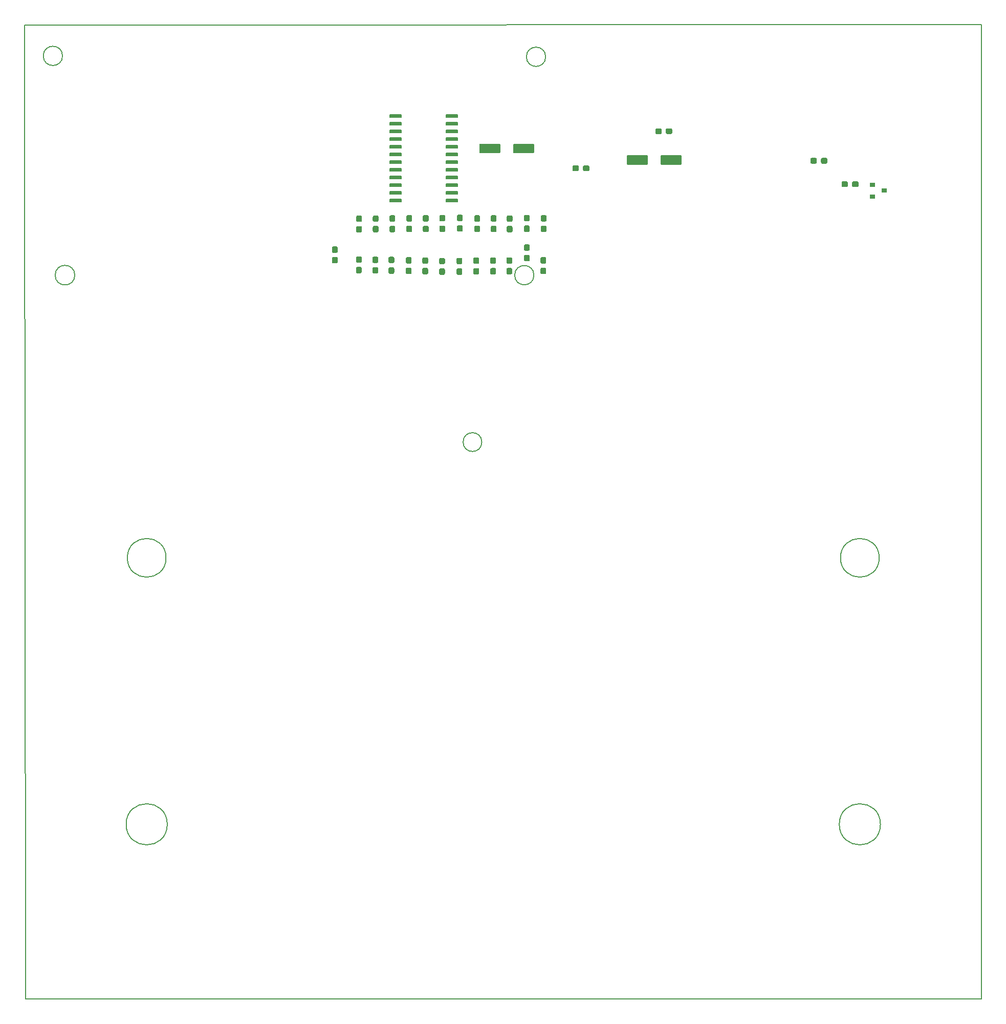
<source format=gtp>
G04 #@! TF.GenerationSoftware,KiCad,Pcbnew,(5.1.5)-3*
G04 #@! TF.CreationDate,2020-04-03T10:30:42+02:00*
G04 #@! TF.ProjectId,carecasetester,63617265-6361-4736-9574-65737465722e,rev?*
G04 #@! TF.SameCoordinates,Original*
G04 #@! TF.FileFunction,Paste,Top*
G04 #@! TF.FilePolarity,Positive*
%FSLAX46Y46*%
G04 Gerber Fmt 4.6, Leading zero omitted, Abs format (unit mm)*
G04 Created by KiCad (PCBNEW (5.1.5)-3) date 2020-04-03 10:30:42*
%MOMM*%
%LPD*%
G04 APERTURE LIST*
%ADD10C,0.200000*%
%ADD11R,0.900000X0.800000*%
%ADD12C,0.150000*%
G04 APERTURE END LIST*
D10*
X77000000Y-20080000D02*
X77000000Y-9350000D01*
X235330000Y-9300000D02*
X235330000Y-20030000D01*
X83280000Y-14450000D02*
G75*
G03X83280000Y-14450000I-1591897J0D01*
G01*
X163220000Y-14600000D02*
G75*
G03X163220000Y-14600000I-1590000J0D01*
G01*
X161280283Y-50710000D02*
G75*
G03X161280283Y-50710000I-1592180J0D01*
G01*
X85310123Y-50710000D02*
G75*
G03X85310123Y-50710000I-1622020J0D01*
G01*
X77000000Y-20080000D02*
X77150000Y-170400000D01*
X235330000Y-9300000D02*
X77000000Y-9350000D01*
X235290000Y-170410000D02*
X235330000Y-20030000D01*
X77150000Y-170400000D02*
X235290000Y-170410000D01*
X152660000Y-78311679D02*
G75*
G03X152660000Y-78311679I-1550000J0D01*
G01*
X100610000Y-141520000D02*
G75*
G03X100610000Y-141520000I-3400000J0D01*
G01*
X218610000Y-141520000D02*
G75*
G03X218610000Y-141520000I-3400000J0D01*
G01*
X218410000Y-97450000D02*
G75*
G03X218410000Y-97450000I-3200000J0D01*
G01*
X100410000Y-97450000D02*
G75*
G03X100410000Y-97450000I-3200000J0D01*
G01*
D11*
X219270000Y-36730000D03*
X217270000Y-37680000D03*
X217270000Y-35780000D03*
D12*
G36*
X207865779Y-31326144D02*
G01*
X207888834Y-31329563D01*
X207911443Y-31335227D01*
X207933387Y-31343079D01*
X207954457Y-31353044D01*
X207974448Y-31365026D01*
X207993168Y-31378910D01*
X208010438Y-31394562D01*
X208026090Y-31411832D01*
X208039974Y-31430552D01*
X208051956Y-31450543D01*
X208061921Y-31471613D01*
X208069773Y-31493557D01*
X208075437Y-31516166D01*
X208078856Y-31539221D01*
X208080000Y-31562500D01*
X208080000Y-32037500D01*
X208078856Y-32060779D01*
X208075437Y-32083834D01*
X208069773Y-32106443D01*
X208061921Y-32128387D01*
X208051956Y-32149457D01*
X208039974Y-32169448D01*
X208026090Y-32188168D01*
X208010438Y-32205438D01*
X207993168Y-32221090D01*
X207974448Y-32234974D01*
X207954457Y-32246956D01*
X207933387Y-32256921D01*
X207911443Y-32264773D01*
X207888834Y-32270437D01*
X207865779Y-32273856D01*
X207842500Y-32275000D01*
X207267500Y-32275000D01*
X207244221Y-32273856D01*
X207221166Y-32270437D01*
X207198557Y-32264773D01*
X207176613Y-32256921D01*
X207155543Y-32246956D01*
X207135552Y-32234974D01*
X207116832Y-32221090D01*
X207099562Y-32205438D01*
X207083910Y-32188168D01*
X207070026Y-32169448D01*
X207058044Y-32149457D01*
X207048079Y-32128387D01*
X207040227Y-32106443D01*
X207034563Y-32083834D01*
X207031144Y-32060779D01*
X207030000Y-32037500D01*
X207030000Y-31562500D01*
X207031144Y-31539221D01*
X207034563Y-31516166D01*
X207040227Y-31493557D01*
X207048079Y-31471613D01*
X207058044Y-31450543D01*
X207070026Y-31430552D01*
X207083910Y-31411832D01*
X207099562Y-31394562D01*
X207116832Y-31378910D01*
X207135552Y-31365026D01*
X207155543Y-31353044D01*
X207176613Y-31343079D01*
X207198557Y-31335227D01*
X207221166Y-31329563D01*
X207244221Y-31326144D01*
X207267500Y-31325000D01*
X207842500Y-31325000D01*
X207865779Y-31326144D01*
G37*
G36*
X209615779Y-31326144D02*
G01*
X209638834Y-31329563D01*
X209661443Y-31335227D01*
X209683387Y-31343079D01*
X209704457Y-31353044D01*
X209724448Y-31365026D01*
X209743168Y-31378910D01*
X209760438Y-31394562D01*
X209776090Y-31411832D01*
X209789974Y-31430552D01*
X209801956Y-31450543D01*
X209811921Y-31471613D01*
X209819773Y-31493557D01*
X209825437Y-31516166D01*
X209828856Y-31539221D01*
X209830000Y-31562500D01*
X209830000Y-32037500D01*
X209828856Y-32060779D01*
X209825437Y-32083834D01*
X209819773Y-32106443D01*
X209811921Y-32128387D01*
X209801956Y-32149457D01*
X209789974Y-32169448D01*
X209776090Y-32188168D01*
X209760438Y-32205438D01*
X209743168Y-32221090D01*
X209724448Y-32234974D01*
X209704457Y-32246956D01*
X209683387Y-32256921D01*
X209661443Y-32264773D01*
X209638834Y-32270437D01*
X209615779Y-32273856D01*
X209592500Y-32275000D01*
X209017500Y-32275000D01*
X208994221Y-32273856D01*
X208971166Y-32270437D01*
X208948557Y-32264773D01*
X208926613Y-32256921D01*
X208905543Y-32246956D01*
X208885552Y-32234974D01*
X208866832Y-32221090D01*
X208849562Y-32205438D01*
X208833910Y-32188168D01*
X208820026Y-32169448D01*
X208808044Y-32149457D01*
X208798079Y-32128387D01*
X208790227Y-32106443D01*
X208784563Y-32083834D01*
X208781144Y-32060779D01*
X208780000Y-32037500D01*
X208780000Y-31562500D01*
X208781144Y-31539221D01*
X208784563Y-31516166D01*
X208790227Y-31493557D01*
X208798079Y-31471613D01*
X208808044Y-31450543D01*
X208820026Y-31430552D01*
X208833910Y-31411832D01*
X208849562Y-31394562D01*
X208866832Y-31378910D01*
X208885552Y-31365026D01*
X208905543Y-31353044D01*
X208926613Y-31343079D01*
X208948557Y-31335227D01*
X208971166Y-31329563D01*
X208994221Y-31326144D01*
X209017500Y-31325000D01*
X209592500Y-31325000D01*
X209615779Y-31326144D01*
G37*
G36*
X213015779Y-35206144D02*
G01*
X213038834Y-35209563D01*
X213061443Y-35215227D01*
X213083387Y-35223079D01*
X213104457Y-35233044D01*
X213124448Y-35245026D01*
X213143168Y-35258910D01*
X213160438Y-35274562D01*
X213176090Y-35291832D01*
X213189974Y-35310552D01*
X213201956Y-35330543D01*
X213211921Y-35351613D01*
X213219773Y-35373557D01*
X213225437Y-35396166D01*
X213228856Y-35419221D01*
X213230000Y-35442500D01*
X213230000Y-35917500D01*
X213228856Y-35940779D01*
X213225437Y-35963834D01*
X213219773Y-35986443D01*
X213211921Y-36008387D01*
X213201956Y-36029457D01*
X213189974Y-36049448D01*
X213176090Y-36068168D01*
X213160438Y-36085438D01*
X213143168Y-36101090D01*
X213124448Y-36114974D01*
X213104457Y-36126956D01*
X213083387Y-36136921D01*
X213061443Y-36144773D01*
X213038834Y-36150437D01*
X213015779Y-36153856D01*
X212992500Y-36155000D01*
X212417500Y-36155000D01*
X212394221Y-36153856D01*
X212371166Y-36150437D01*
X212348557Y-36144773D01*
X212326613Y-36136921D01*
X212305543Y-36126956D01*
X212285552Y-36114974D01*
X212266832Y-36101090D01*
X212249562Y-36085438D01*
X212233910Y-36068168D01*
X212220026Y-36049448D01*
X212208044Y-36029457D01*
X212198079Y-36008387D01*
X212190227Y-35986443D01*
X212184563Y-35963834D01*
X212181144Y-35940779D01*
X212180000Y-35917500D01*
X212180000Y-35442500D01*
X212181144Y-35419221D01*
X212184563Y-35396166D01*
X212190227Y-35373557D01*
X212198079Y-35351613D01*
X212208044Y-35330543D01*
X212220026Y-35310552D01*
X212233910Y-35291832D01*
X212249562Y-35274562D01*
X212266832Y-35258910D01*
X212285552Y-35245026D01*
X212305543Y-35233044D01*
X212326613Y-35223079D01*
X212348557Y-35215227D01*
X212371166Y-35209563D01*
X212394221Y-35206144D01*
X212417500Y-35205000D01*
X212992500Y-35205000D01*
X213015779Y-35206144D01*
G37*
G36*
X214765779Y-35206144D02*
G01*
X214788834Y-35209563D01*
X214811443Y-35215227D01*
X214833387Y-35223079D01*
X214854457Y-35233044D01*
X214874448Y-35245026D01*
X214893168Y-35258910D01*
X214910438Y-35274562D01*
X214926090Y-35291832D01*
X214939974Y-35310552D01*
X214951956Y-35330543D01*
X214961921Y-35351613D01*
X214969773Y-35373557D01*
X214975437Y-35396166D01*
X214978856Y-35419221D01*
X214980000Y-35442500D01*
X214980000Y-35917500D01*
X214978856Y-35940779D01*
X214975437Y-35963834D01*
X214969773Y-35986443D01*
X214961921Y-36008387D01*
X214951956Y-36029457D01*
X214939974Y-36049448D01*
X214926090Y-36068168D01*
X214910438Y-36085438D01*
X214893168Y-36101090D01*
X214874448Y-36114974D01*
X214854457Y-36126956D01*
X214833387Y-36136921D01*
X214811443Y-36144773D01*
X214788834Y-36150437D01*
X214765779Y-36153856D01*
X214742500Y-36155000D01*
X214167500Y-36155000D01*
X214144221Y-36153856D01*
X214121166Y-36150437D01*
X214098557Y-36144773D01*
X214076613Y-36136921D01*
X214055543Y-36126956D01*
X214035552Y-36114974D01*
X214016832Y-36101090D01*
X213999562Y-36085438D01*
X213983910Y-36068168D01*
X213970026Y-36049448D01*
X213958044Y-36029457D01*
X213948079Y-36008387D01*
X213940227Y-35986443D01*
X213934563Y-35963834D01*
X213931144Y-35940779D01*
X213930000Y-35917500D01*
X213930000Y-35442500D01*
X213931144Y-35419221D01*
X213934563Y-35396166D01*
X213940227Y-35373557D01*
X213948079Y-35351613D01*
X213958044Y-35330543D01*
X213970026Y-35310552D01*
X213983910Y-35291832D01*
X213999562Y-35274562D01*
X214016832Y-35258910D01*
X214035552Y-35245026D01*
X214055543Y-35233044D01*
X214076613Y-35223079D01*
X214098557Y-35215227D01*
X214121166Y-35209563D01*
X214144221Y-35206144D01*
X214167500Y-35205000D01*
X214742500Y-35205000D01*
X214765779Y-35206144D01*
G37*
G36*
X185504504Y-30871204D02*
G01*
X185528773Y-30874804D01*
X185552571Y-30880765D01*
X185575671Y-30889030D01*
X185597849Y-30899520D01*
X185618893Y-30912133D01*
X185638598Y-30926747D01*
X185656777Y-30943223D01*
X185673253Y-30961402D01*
X185687867Y-30981107D01*
X185700480Y-31002151D01*
X185710970Y-31024329D01*
X185719235Y-31047429D01*
X185725196Y-31071227D01*
X185728796Y-31095496D01*
X185730000Y-31120000D01*
X185730000Y-32220000D01*
X185728796Y-32244504D01*
X185725196Y-32268773D01*
X185719235Y-32292571D01*
X185710970Y-32315671D01*
X185700480Y-32337849D01*
X185687867Y-32358893D01*
X185673253Y-32378598D01*
X185656777Y-32396777D01*
X185638598Y-32413253D01*
X185618893Y-32427867D01*
X185597849Y-32440480D01*
X185575671Y-32450970D01*
X185552571Y-32459235D01*
X185528773Y-32465196D01*
X185504504Y-32468796D01*
X185480000Y-32470000D01*
X182480000Y-32470000D01*
X182455496Y-32468796D01*
X182431227Y-32465196D01*
X182407429Y-32459235D01*
X182384329Y-32450970D01*
X182362151Y-32440480D01*
X182341107Y-32427867D01*
X182321402Y-32413253D01*
X182303223Y-32396777D01*
X182286747Y-32378598D01*
X182272133Y-32358893D01*
X182259520Y-32337849D01*
X182249030Y-32315671D01*
X182240765Y-32292571D01*
X182234804Y-32268773D01*
X182231204Y-32244504D01*
X182230000Y-32220000D01*
X182230000Y-31120000D01*
X182231204Y-31095496D01*
X182234804Y-31071227D01*
X182240765Y-31047429D01*
X182249030Y-31024329D01*
X182259520Y-31002151D01*
X182272133Y-30981107D01*
X182286747Y-30961402D01*
X182303223Y-30943223D01*
X182321402Y-30926747D01*
X182341107Y-30912133D01*
X182362151Y-30899520D01*
X182384329Y-30889030D01*
X182407429Y-30880765D01*
X182431227Y-30874804D01*
X182455496Y-30871204D01*
X182480000Y-30870000D01*
X185480000Y-30870000D01*
X185504504Y-30871204D01*
G37*
G36*
X179904504Y-30871204D02*
G01*
X179928773Y-30874804D01*
X179952571Y-30880765D01*
X179975671Y-30889030D01*
X179997849Y-30899520D01*
X180018893Y-30912133D01*
X180038598Y-30926747D01*
X180056777Y-30943223D01*
X180073253Y-30961402D01*
X180087867Y-30981107D01*
X180100480Y-31002151D01*
X180110970Y-31024329D01*
X180119235Y-31047429D01*
X180125196Y-31071227D01*
X180128796Y-31095496D01*
X180130000Y-31120000D01*
X180130000Y-32220000D01*
X180128796Y-32244504D01*
X180125196Y-32268773D01*
X180119235Y-32292571D01*
X180110970Y-32315671D01*
X180100480Y-32337849D01*
X180087867Y-32358893D01*
X180073253Y-32378598D01*
X180056777Y-32396777D01*
X180038598Y-32413253D01*
X180018893Y-32427867D01*
X179997849Y-32440480D01*
X179975671Y-32450970D01*
X179952571Y-32459235D01*
X179928773Y-32465196D01*
X179904504Y-32468796D01*
X179880000Y-32470000D01*
X176880000Y-32470000D01*
X176855496Y-32468796D01*
X176831227Y-32465196D01*
X176807429Y-32459235D01*
X176784329Y-32450970D01*
X176762151Y-32440480D01*
X176741107Y-32427867D01*
X176721402Y-32413253D01*
X176703223Y-32396777D01*
X176686747Y-32378598D01*
X176672133Y-32358893D01*
X176659520Y-32337849D01*
X176649030Y-32315671D01*
X176640765Y-32292571D01*
X176634804Y-32268773D01*
X176631204Y-32244504D01*
X176630000Y-32220000D01*
X176630000Y-31120000D01*
X176631204Y-31095496D01*
X176634804Y-31071227D01*
X176640765Y-31047429D01*
X176649030Y-31024329D01*
X176659520Y-31002151D01*
X176672133Y-30981107D01*
X176686747Y-30961402D01*
X176703223Y-30943223D01*
X176721402Y-30926747D01*
X176741107Y-30912133D01*
X176762151Y-30899520D01*
X176784329Y-30889030D01*
X176807429Y-30880765D01*
X176831227Y-30874804D01*
X176855496Y-30871204D01*
X176880000Y-30870000D01*
X179880000Y-30870000D01*
X179904504Y-30871204D01*
G37*
G36*
X155504504Y-28961204D02*
G01*
X155528773Y-28964804D01*
X155552571Y-28970765D01*
X155575671Y-28979030D01*
X155597849Y-28989520D01*
X155618893Y-29002133D01*
X155638598Y-29016747D01*
X155656777Y-29033223D01*
X155673253Y-29051402D01*
X155687867Y-29071107D01*
X155700480Y-29092151D01*
X155710970Y-29114329D01*
X155719235Y-29137429D01*
X155725196Y-29161227D01*
X155728796Y-29185496D01*
X155730000Y-29210000D01*
X155730000Y-30310000D01*
X155728796Y-30334504D01*
X155725196Y-30358773D01*
X155719235Y-30382571D01*
X155710970Y-30405671D01*
X155700480Y-30427849D01*
X155687867Y-30448893D01*
X155673253Y-30468598D01*
X155656777Y-30486777D01*
X155638598Y-30503253D01*
X155618893Y-30517867D01*
X155597849Y-30530480D01*
X155575671Y-30540970D01*
X155552571Y-30549235D01*
X155528773Y-30555196D01*
X155504504Y-30558796D01*
X155480000Y-30560000D01*
X152480000Y-30560000D01*
X152455496Y-30558796D01*
X152431227Y-30555196D01*
X152407429Y-30549235D01*
X152384329Y-30540970D01*
X152362151Y-30530480D01*
X152341107Y-30517867D01*
X152321402Y-30503253D01*
X152303223Y-30486777D01*
X152286747Y-30468598D01*
X152272133Y-30448893D01*
X152259520Y-30427849D01*
X152249030Y-30405671D01*
X152240765Y-30382571D01*
X152234804Y-30358773D01*
X152231204Y-30334504D01*
X152230000Y-30310000D01*
X152230000Y-29210000D01*
X152231204Y-29185496D01*
X152234804Y-29161227D01*
X152240765Y-29137429D01*
X152249030Y-29114329D01*
X152259520Y-29092151D01*
X152272133Y-29071107D01*
X152286747Y-29051402D01*
X152303223Y-29033223D01*
X152321402Y-29016747D01*
X152341107Y-29002133D01*
X152362151Y-28989520D01*
X152384329Y-28979030D01*
X152407429Y-28970765D01*
X152431227Y-28964804D01*
X152455496Y-28961204D01*
X152480000Y-28960000D01*
X155480000Y-28960000D01*
X155504504Y-28961204D01*
G37*
G36*
X161104504Y-28961204D02*
G01*
X161128773Y-28964804D01*
X161152571Y-28970765D01*
X161175671Y-28979030D01*
X161197849Y-28989520D01*
X161218893Y-29002133D01*
X161238598Y-29016747D01*
X161256777Y-29033223D01*
X161273253Y-29051402D01*
X161287867Y-29071107D01*
X161300480Y-29092151D01*
X161310970Y-29114329D01*
X161319235Y-29137429D01*
X161325196Y-29161227D01*
X161328796Y-29185496D01*
X161330000Y-29210000D01*
X161330000Y-30310000D01*
X161328796Y-30334504D01*
X161325196Y-30358773D01*
X161319235Y-30382571D01*
X161310970Y-30405671D01*
X161300480Y-30427849D01*
X161287867Y-30448893D01*
X161273253Y-30468598D01*
X161256777Y-30486777D01*
X161238598Y-30503253D01*
X161218893Y-30517867D01*
X161197849Y-30530480D01*
X161175671Y-30540970D01*
X161152571Y-30549235D01*
X161128773Y-30555196D01*
X161104504Y-30558796D01*
X161080000Y-30560000D01*
X158080000Y-30560000D01*
X158055496Y-30558796D01*
X158031227Y-30555196D01*
X158007429Y-30549235D01*
X157984329Y-30540970D01*
X157962151Y-30530480D01*
X157941107Y-30517867D01*
X157921402Y-30503253D01*
X157903223Y-30486777D01*
X157886747Y-30468598D01*
X157872133Y-30448893D01*
X157859520Y-30427849D01*
X157849030Y-30405671D01*
X157840765Y-30382571D01*
X157834804Y-30358773D01*
X157831204Y-30334504D01*
X157830000Y-30310000D01*
X157830000Y-29210000D01*
X157831204Y-29185496D01*
X157834804Y-29161227D01*
X157840765Y-29137429D01*
X157849030Y-29114329D01*
X157859520Y-29092151D01*
X157872133Y-29071107D01*
X157886747Y-29051402D01*
X157903223Y-29033223D01*
X157921402Y-29016747D01*
X157941107Y-29002133D01*
X157962151Y-28989520D01*
X157984329Y-28979030D01*
X158007429Y-28970765D01*
X158031227Y-28964804D01*
X158055496Y-28961204D01*
X158080000Y-28960000D01*
X161080000Y-28960000D01*
X161104504Y-28961204D01*
G37*
G36*
X139259703Y-38085722D02*
G01*
X139274264Y-38087882D01*
X139288543Y-38091459D01*
X139302403Y-38096418D01*
X139315710Y-38102712D01*
X139328336Y-38110280D01*
X139340159Y-38119048D01*
X139351066Y-38128934D01*
X139360952Y-38139841D01*
X139369720Y-38151664D01*
X139377288Y-38164290D01*
X139383582Y-38177597D01*
X139388541Y-38191457D01*
X139392118Y-38205736D01*
X139394278Y-38220297D01*
X139395000Y-38235000D01*
X139395000Y-38535000D01*
X139394278Y-38549703D01*
X139392118Y-38564264D01*
X139388541Y-38578543D01*
X139383582Y-38592403D01*
X139377288Y-38605710D01*
X139369720Y-38618336D01*
X139360952Y-38630159D01*
X139351066Y-38641066D01*
X139340159Y-38650952D01*
X139328336Y-38659720D01*
X139315710Y-38667288D01*
X139302403Y-38673582D01*
X139288543Y-38678541D01*
X139274264Y-38682118D01*
X139259703Y-38684278D01*
X139245000Y-38685000D01*
X137495000Y-38685000D01*
X137480297Y-38684278D01*
X137465736Y-38682118D01*
X137451457Y-38678541D01*
X137437597Y-38673582D01*
X137424290Y-38667288D01*
X137411664Y-38659720D01*
X137399841Y-38650952D01*
X137388934Y-38641066D01*
X137379048Y-38630159D01*
X137370280Y-38618336D01*
X137362712Y-38605710D01*
X137356418Y-38592403D01*
X137351459Y-38578543D01*
X137347882Y-38564264D01*
X137345722Y-38549703D01*
X137345000Y-38535000D01*
X137345000Y-38235000D01*
X137345722Y-38220297D01*
X137347882Y-38205736D01*
X137351459Y-38191457D01*
X137356418Y-38177597D01*
X137362712Y-38164290D01*
X137370280Y-38151664D01*
X137379048Y-38139841D01*
X137388934Y-38128934D01*
X137399841Y-38119048D01*
X137411664Y-38110280D01*
X137424290Y-38102712D01*
X137437597Y-38096418D01*
X137451457Y-38091459D01*
X137465736Y-38087882D01*
X137480297Y-38085722D01*
X137495000Y-38085000D01*
X139245000Y-38085000D01*
X139259703Y-38085722D01*
G37*
G36*
X139259703Y-36815722D02*
G01*
X139274264Y-36817882D01*
X139288543Y-36821459D01*
X139302403Y-36826418D01*
X139315710Y-36832712D01*
X139328336Y-36840280D01*
X139340159Y-36849048D01*
X139351066Y-36858934D01*
X139360952Y-36869841D01*
X139369720Y-36881664D01*
X139377288Y-36894290D01*
X139383582Y-36907597D01*
X139388541Y-36921457D01*
X139392118Y-36935736D01*
X139394278Y-36950297D01*
X139395000Y-36965000D01*
X139395000Y-37265000D01*
X139394278Y-37279703D01*
X139392118Y-37294264D01*
X139388541Y-37308543D01*
X139383582Y-37322403D01*
X139377288Y-37335710D01*
X139369720Y-37348336D01*
X139360952Y-37360159D01*
X139351066Y-37371066D01*
X139340159Y-37380952D01*
X139328336Y-37389720D01*
X139315710Y-37397288D01*
X139302403Y-37403582D01*
X139288543Y-37408541D01*
X139274264Y-37412118D01*
X139259703Y-37414278D01*
X139245000Y-37415000D01*
X137495000Y-37415000D01*
X137480297Y-37414278D01*
X137465736Y-37412118D01*
X137451457Y-37408541D01*
X137437597Y-37403582D01*
X137424290Y-37397288D01*
X137411664Y-37389720D01*
X137399841Y-37380952D01*
X137388934Y-37371066D01*
X137379048Y-37360159D01*
X137370280Y-37348336D01*
X137362712Y-37335710D01*
X137356418Y-37322403D01*
X137351459Y-37308543D01*
X137347882Y-37294264D01*
X137345722Y-37279703D01*
X137345000Y-37265000D01*
X137345000Y-36965000D01*
X137345722Y-36950297D01*
X137347882Y-36935736D01*
X137351459Y-36921457D01*
X137356418Y-36907597D01*
X137362712Y-36894290D01*
X137370280Y-36881664D01*
X137379048Y-36869841D01*
X137388934Y-36858934D01*
X137399841Y-36849048D01*
X137411664Y-36840280D01*
X137424290Y-36832712D01*
X137437597Y-36826418D01*
X137451457Y-36821459D01*
X137465736Y-36817882D01*
X137480297Y-36815722D01*
X137495000Y-36815000D01*
X139245000Y-36815000D01*
X139259703Y-36815722D01*
G37*
G36*
X139259703Y-35545722D02*
G01*
X139274264Y-35547882D01*
X139288543Y-35551459D01*
X139302403Y-35556418D01*
X139315710Y-35562712D01*
X139328336Y-35570280D01*
X139340159Y-35579048D01*
X139351066Y-35588934D01*
X139360952Y-35599841D01*
X139369720Y-35611664D01*
X139377288Y-35624290D01*
X139383582Y-35637597D01*
X139388541Y-35651457D01*
X139392118Y-35665736D01*
X139394278Y-35680297D01*
X139395000Y-35695000D01*
X139395000Y-35995000D01*
X139394278Y-36009703D01*
X139392118Y-36024264D01*
X139388541Y-36038543D01*
X139383582Y-36052403D01*
X139377288Y-36065710D01*
X139369720Y-36078336D01*
X139360952Y-36090159D01*
X139351066Y-36101066D01*
X139340159Y-36110952D01*
X139328336Y-36119720D01*
X139315710Y-36127288D01*
X139302403Y-36133582D01*
X139288543Y-36138541D01*
X139274264Y-36142118D01*
X139259703Y-36144278D01*
X139245000Y-36145000D01*
X137495000Y-36145000D01*
X137480297Y-36144278D01*
X137465736Y-36142118D01*
X137451457Y-36138541D01*
X137437597Y-36133582D01*
X137424290Y-36127288D01*
X137411664Y-36119720D01*
X137399841Y-36110952D01*
X137388934Y-36101066D01*
X137379048Y-36090159D01*
X137370280Y-36078336D01*
X137362712Y-36065710D01*
X137356418Y-36052403D01*
X137351459Y-36038543D01*
X137347882Y-36024264D01*
X137345722Y-36009703D01*
X137345000Y-35995000D01*
X137345000Y-35695000D01*
X137345722Y-35680297D01*
X137347882Y-35665736D01*
X137351459Y-35651457D01*
X137356418Y-35637597D01*
X137362712Y-35624290D01*
X137370280Y-35611664D01*
X137379048Y-35599841D01*
X137388934Y-35588934D01*
X137399841Y-35579048D01*
X137411664Y-35570280D01*
X137424290Y-35562712D01*
X137437597Y-35556418D01*
X137451457Y-35551459D01*
X137465736Y-35547882D01*
X137480297Y-35545722D01*
X137495000Y-35545000D01*
X139245000Y-35545000D01*
X139259703Y-35545722D01*
G37*
G36*
X139259703Y-34275722D02*
G01*
X139274264Y-34277882D01*
X139288543Y-34281459D01*
X139302403Y-34286418D01*
X139315710Y-34292712D01*
X139328336Y-34300280D01*
X139340159Y-34309048D01*
X139351066Y-34318934D01*
X139360952Y-34329841D01*
X139369720Y-34341664D01*
X139377288Y-34354290D01*
X139383582Y-34367597D01*
X139388541Y-34381457D01*
X139392118Y-34395736D01*
X139394278Y-34410297D01*
X139395000Y-34425000D01*
X139395000Y-34725000D01*
X139394278Y-34739703D01*
X139392118Y-34754264D01*
X139388541Y-34768543D01*
X139383582Y-34782403D01*
X139377288Y-34795710D01*
X139369720Y-34808336D01*
X139360952Y-34820159D01*
X139351066Y-34831066D01*
X139340159Y-34840952D01*
X139328336Y-34849720D01*
X139315710Y-34857288D01*
X139302403Y-34863582D01*
X139288543Y-34868541D01*
X139274264Y-34872118D01*
X139259703Y-34874278D01*
X139245000Y-34875000D01*
X137495000Y-34875000D01*
X137480297Y-34874278D01*
X137465736Y-34872118D01*
X137451457Y-34868541D01*
X137437597Y-34863582D01*
X137424290Y-34857288D01*
X137411664Y-34849720D01*
X137399841Y-34840952D01*
X137388934Y-34831066D01*
X137379048Y-34820159D01*
X137370280Y-34808336D01*
X137362712Y-34795710D01*
X137356418Y-34782403D01*
X137351459Y-34768543D01*
X137347882Y-34754264D01*
X137345722Y-34739703D01*
X137345000Y-34725000D01*
X137345000Y-34425000D01*
X137345722Y-34410297D01*
X137347882Y-34395736D01*
X137351459Y-34381457D01*
X137356418Y-34367597D01*
X137362712Y-34354290D01*
X137370280Y-34341664D01*
X137379048Y-34329841D01*
X137388934Y-34318934D01*
X137399841Y-34309048D01*
X137411664Y-34300280D01*
X137424290Y-34292712D01*
X137437597Y-34286418D01*
X137451457Y-34281459D01*
X137465736Y-34277882D01*
X137480297Y-34275722D01*
X137495000Y-34275000D01*
X139245000Y-34275000D01*
X139259703Y-34275722D01*
G37*
G36*
X139259703Y-33005722D02*
G01*
X139274264Y-33007882D01*
X139288543Y-33011459D01*
X139302403Y-33016418D01*
X139315710Y-33022712D01*
X139328336Y-33030280D01*
X139340159Y-33039048D01*
X139351066Y-33048934D01*
X139360952Y-33059841D01*
X139369720Y-33071664D01*
X139377288Y-33084290D01*
X139383582Y-33097597D01*
X139388541Y-33111457D01*
X139392118Y-33125736D01*
X139394278Y-33140297D01*
X139395000Y-33155000D01*
X139395000Y-33455000D01*
X139394278Y-33469703D01*
X139392118Y-33484264D01*
X139388541Y-33498543D01*
X139383582Y-33512403D01*
X139377288Y-33525710D01*
X139369720Y-33538336D01*
X139360952Y-33550159D01*
X139351066Y-33561066D01*
X139340159Y-33570952D01*
X139328336Y-33579720D01*
X139315710Y-33587288D01*
X139302403Y-33593582D01*
X139288543Y-33598541D01*
X139274264Y-33602118D01*
X139259703Y-33604278D01*
X139245000Y-33605000D01*
X137495000Y-33605000D01*
X137480297Y-33604278D01*
X137465736Y-33602118D01*
X137451457Y-33598541D01*
X137437597Y-33593582D01*
X137424290Y-33587288D01*
X137411664Y-33579720D01*
X137399841Y-33570952D01*
X137388934Y-33561066D01*
X137379048Y-33550159D01*
X137370280Y-33538336D01*
X137362712Y-33525710D01*
X137356418Y-33512403D01*
X137351459Y-33498543D01*
X137347882Y-33484264D01*
X137345722Y-33469703D01*
X137345000Y-33455000D01*
X137345000Y-33155000D01*
X137345722Y-33140297D01*
X137347882Y-33125736D01*
X137351459Y-33111457D01*
X137356418Y-33097597D01*
X137362712Y-33084290D01*
X137370280Y-33071664D01*
X137379048Y-33059841D01*
X137388934Y-33048934D01*
X137399841Y-33039048D01*
X137411664Y-33030280D01*
X137424290Y-33022712D01*
X137437597Y-33016418D01*
X137451457Y-33011459D01*
X137465736Y-33007882D01*
X137480297Y-33005722D01*
X137495000Y-33005000D01*
X139245000Y-33005000D01*
X139259703Y-33005722D01*
G37*
G36*
X139259703Y-31735722D02*
G01*
X139274264Y-31737882D01*
X139288543Y-31741459D01*
X139302403Y-31746418D01*
X139315710Y-31752712D01*
X139328336Y-31760280D01*
X139340159Y-31769048D01*
X139351066Y-31778934D01*
X139360952Y-31789841D01*
X139369720Y-31801664D01*
X139377288Y-31814290D01*
X139383582Y-31827597D01*
X139388541Y-31841457D01*
X139392118Y-31855736D01*
X139394278Y-31870297D01*
X139395000Y-31885000D01*
X139395000Y-32185000D01*
X139394278Y-32199703D01*
X139392118Y-32214264D01*
X139388541Y-32228543D01*
X139383582Y-32242403D01*
X139377288Y-32255710D01*
X139369720Y-32268336D01*
X139360952Y-32280159D01*
X139351066Y-32291066D01*
X139340159Y-32300952D01*
X139328336Y-32309720D01*
X139315710Y-32317288D01*
X139302403Y-32323582D01*
X139288543Y-32328541D01*
X139274264Y-32332118D01*
X139259703Y-32334278D01*
X139245000Y-32335000D01*
X137495000Y-32335000D01*
X137480297Y-32334278D01*
X137465736Y-32332118D01*
X137451457Y-32328541D01*
X137437597Y-32323582D01*
X137424290Y-32317288D01*
X137411664Y-32309720D01*
X137399841Y-32300952D01*
X137388934Y-32291066D01*
X137379048Y-32280159D01*
X137370280Y-32268336D01*
X137362712Y-32255710D01*
X137356418Y-32242403D01*
X137351459Y-32228543D01*
X137347882Y-32214264D01*
X137345722Y-32199703D01*
X137345000Y-32185000D01*
X137345000Y-31885000D01*
X137345722Y-31870297D01*
X137347882Y-31855736D01*
X137351459Y-31841457D01*
X137356418Y-31827597D01*
X137362712Y-31814290D01*
X137370280Y-31801664D01*
X137379048Y-31789841D01*
X137388934Y-31778934D01*
X137399841Y-31769048D01*
X137411664Y-31760280D01*
X137424290Y-31752712D01*
X137437597Y-31746418D01*
X137451457Y-31741459D01*
X137465736Y-31737882D01*
X137480297Y-31735722D01*
X137495000Y-31735000D01*
X139245000Y-31735000D01*
X139259703Y-31735722D01*
G37*
G36*
X139259703Y-30465722D02*
G01*
X139274264Y-30467882D01*
X139288543Y-30471459D01*
X139302403Y-30476418D01*
X139315710Y-30482712D01*
X139328336Y-30490280D01*
X139340159Y-30499048D01*
X139351066Y-30508934D01*
X139360952Y-30519841D01*
X139369720Y-30531664D01*
X139377288Y-30544290D01*
X139383582Y-30557597D01*
X139388541Y-30571457D01*
X139392118Y-30585736D01*
X139394278Y-30600297D01*
X139395000Y-30615000D01*
X139395000Y-30915000D01*
X139394278Y-30929703D01*
X139392118Y-30944264D01*
X139388541Y-30958543D01*
X139383582Y-30972403D01*
X139377288Y-30985710D01*
X139369720Y-30998336D01*
X139360952Y-31010159D01*
X139351066Y-31021066D01*
X139340159Y-31030952D01*
X139328336Y-31039720D01*
X139315710Y-31047288D01*
X139302403Y-31053582D01*
X139288543Y-31058541D01*
X139274264Y-31062118D01*
X139259703Y-31064278D01*
X139245000Y-31065000D01*
X137495000Y-31065000D01*
X137480297Y-31064278D01*
X137465736Y-31062118D01*
X137451457Y-31058541D01*
X137437597Y-31053582D01*
X137424290Y-31047288D01*
X137411664Y-31039720D01*
X137399841Y-31030952D01*
X137388934Y-31021066D01*
X137379048Y-31010159D01*
X137370280Y-30998336D01*
X137362712Y-30985710D01*
X137356418Y-30972403D01*
X137351459Y-30958543D01*
X137347882Y-30944264D01*
X137345722Y-30929703D01*
X137345000Y-30915000D01*
X137345000Y-30615000D01*
X137345722Y-30600297D01*
X137347882Y-30585736D01*
X137351459Y-30571457D01*
X137356418Y-30557597D01*
X137362712Y-30544290D01*
X137370280Y-30531664D01*
X137379048Y-30519841D01*
X137388934Y-30508934D01*
X137399841Y-30499048D01*
X137411664Y-30490280D01*
X137424290Y-30482712D01*
X137437597Y-30476418D01*
X137451457Y-30471459D01*
X137465736Y-30467882D01*
X137480297Y-30465722D01*
X137495000Y-30465000D01*
X139245000Y-30465000D01*
X139259703Y-30465722D01*
G37*
G36*
X139259703Y-29195722D02*
G01*
X139274264Y-29197882D01*
X139288543Y-29201459D01*
X139302403Y-29206418D01*
X139315710Y-29212712D01*
X139328336Y-29220280D01*
X139340159Y-29229048D01*
X139351066Y-29238934D01*
X139360952Y-29249841D01*
X139369720Y-29261664D01*
X139377288Y-29274290D01*
X139383582Y-29287597D01*
X139388541Y-29301457D01*
X139392118Y-29315736D01*
X139394278Y-29330297D01*
X139395000Y-29345000D01*
X139395000Y-29645000D01*
X139394278Y-29659703D01*
X139392118Y-29674264D01*
X139388541Y-29688543D01*
X139383582Y-29702403D01*
X139377288Y-29715710D01*
X139369720Y-29728336D01*
X139360952Y-29740159D01*
X139351066Y-29751066D01*
X139340159Y-29760952D01*
X139328336Y-29769720D01*
X139315710Y-29777288D01*
X139302403Y-29783582D01*
X139288543Y-29788541D01*
X139274264Y-29792118D01*
X139259703Y-29794278D01*
X139245000Y-29795000D01*
X137495000Y-29795000D01*
X137480297Y-29794278D01*
X137465736Y-29792118D01*
X137451457Y-29788541D01*
X137437597Y-29783582D01*
X137424290Y-29777288D01*
X137411664Y-29769720D01*
X137399841Y-29760952D01*
X137388934Y-29751066D01*
X137379048Y-29740159D01*
X137370280Y-29728336D01*
X137362712Y-29715710D01*
X137356418Y-29702403D01*
X137351459Y-29688543D01*
X137347882Y-29674264D01*
X137345722Y-29659703D01*
X137345000Y-29645000D01*
X137345000Y-29345000D01*
X137345722Y-29330297D01*
X137347882Y-29315736D01*
X137351459Y-29301457D01*
X137356418Y-29287597D01*
X137362712Y-29274290D01*
X137370280Y-29261664D01*
X137379048Y-29249841D01*
X137388934Y-29238934D01*
X137399841Y-29229048D01*
X137411664Y-29220280D01*
X137424290Y-29212712D01*
X137437597Y-29206418D01*
X137451457Y-29201459D01*
X137465736Y-29197882D01*
X137480297Y-29195722D01*
X137495000Y-29195000D01*
X139245000Y-29195000D01*
X139259703Y-29195722D01*
G37*
G36*
X139259703Y-27925722D02*
G01*
X139274264Y-27927882D01*
X139288543Y-27931459D01*
X139302403Y-27936418D01*
X139315710Y-27942712D01*
X139328336Y-27950280D01*
X139340159Y-27959048D01*
X139351066Y-27968934D01*
X139360952Y-27979841D01*
X139369720Y-27991664D01*
X139377288Y-28004290D01*
X139383582Y-28017597D01*
X139388541Y-28031457D01*
X139392118Y-28045736D01*
X139394278Y-28060297D01*
X139395000Y-28075000D01*
X139395000Y-28375000D01*
X139394278Y-28389703D01*
X139392118Y-28404264D01*
X139388541Y-28418543D01*
X139383582Y-28432403D01*
X139377288Y-28445710D01*
X139369720Y-28458336D01*
X139360952Y-28470159D01*
X139351066Y-28481066D01*
X139340159Y-28490952D01*
X139328336Y-28499720D01*
X139315710Y-28507288D01*
X139302403Y-28513582D01*
X139288543Y-28518541D01*
X139274264Y-28522118D01*
X139259703Y-28524278D01*
X139245000Y-28525000D01*
X137495000Y-28525000D01*
X137480297Y-28524278D01*
X137465736Y-28522118D01*
X137451457Y-28518541D01*
X137437597Y-28513582D01*
X137424290Y-28507288D01*
X137411664Y-28499720D01*
X137399841Y-28490952D01*
X137388934Y-28481066D01*
X137379048Y-28470159D01*
X137370280Y-28458336D01*
X137362712Y-28445710D01*
X137356418Y-28432403D01*
X137351459Y-28418543D01*
X137347882Y-28404264D01*
X137345722Y-28389703D01*
X137345000Y-28375000D01*
X137345000Y-28075000D01*
X137345722Y-28060297D01*
X137347882Y-28045736D01*
X137351459Y-28031457D01*
X137356418Y-28017597D01*
X137362712Y-28004290D01*
X137370280Y-27991664D01*
X137379048Y-27979841D01*
X137388934Y-27968934D01*
X137399841Y-27959048D01*
X137411664Y-27950280D01*
X137424290Y-27942712D01*
X137437597Y-27936418D01*
X137451457Y-27931459D01*
X137465736Y-27927882D01*
X137480297Y-27925722D01*
X137495000Y-27925000D01*
X139245000Y-27925000D01*
X139259703Y-27925722D01*
G37*
G36*
X139259703Y-26655722D02*
G01*
X139274264Y-26657882D01*
X139288543Y-26661459D01*
X139302403Y-26666418D01*
X139315710Y-26672712D01*
X139328336Y-26680280D01*
X139340159Y-26689048D01*
X139351066Y-26698934D01*
X139360952Y-26709841D01*
X139369720Y-26721664D01*
X139377288Y-26734290D01*
X139383582Y-26747597D01*
X139388541Y-26761457D01*
X139392118Y-26775736D01*
X139394278Y-26790297D01*
X139395000Y-26805000D01*
X139395000Y-27105000D01*
X139394278Y-27119703D01*
X139392118Y-27134264D01*
X139388541Y-27148543D01*
X139383582Y-27162403D01*
X139377288Y-27175710D01*
X139369720Y-27188336D01*
X139360952Y-27200159D01*
X139351066Y-27211066D01*
X139340159Y-27220952D01*
X139328336Y-27229720D01*
X139315710Y-27237288D01*
X139302403Y-27243582D01*
X139288543Y-27248541D01*
X139274264Y-27252118D01*
X139259703Y-27254278D01*
X139245000Y-27255000D01*
X137495000Y-27255000D01*
X137480297Y-27254278D01*
X137465736Y-27252118D01*
X137451457Y-27248541D01*
X137437597Y-27243582D01*
X137424290Y-27237288D01*
X137411664Y-27229720D01*
X137399841Y-27220952D01*
X137388934Y-27211066D01*
X137379048Y-27200159D01*
X137370280Y-27188336D01*
X137362712Y-27175710D01*
X137356418Y-27162403D01*
X137351459Y-27148543D01*
X137347882Y-27134264D01*
X137345722Y-27119703D01*
X137345000Y-27105000D01*
X137345000Y-26805000D01*
X137345722Y-26790297D01*
X137347882Y-26775736D01*
X137351459Y-26761457D01*
X137356418Y-26747597D01*
X137362712Y-26734290D01*
X137370280Y-26721664D01*
X137379048Y-26709841D01*
X137388934Y-26698934D01*
X137399841Y-26689048D01*
X137411664Y-26680280D01*
X137424290Y-26672712D01*
X137437597Y-26666418D01*
X137451457Y-26661459D01*
X137465736Y-26657882D01*
X137480297Y-26655722D01*
X137495000Y-26655000D01*
X139245000Y-26655000D01*
X139259703Y-26655722D01*
G37*
G36*
X139259703Y-25385722D02*
G01*
X139274264Y-25387882D01*
X139288543Y-25391459D01*
X139302403Y-25396418D01*
X139315710Y-25402712D01*
X139328336Y-25410280D01*
X139340159Y-25419048D01*
X139351066Y-25428934D01*
X139360952Y-25439841D01*
X139369720Y-25451664D01*
X139377288Y-25464290D01*
X139383582Y-25477597D01*
X139388541Y-25491457D01*
X139392118Y-25505736D01*
X139394278Y-25520297D01*
X139395000Y-25535000D01*
X139395000Y-25835000D01*
X139394278Y-25849703D01*
X139392118Y-25864264D01*
X139388541Y-25878543D01*
X139383582Y-25892403D01*
X139377288Y-25905710D01*
X139369720Y-25918336D01*
X139360952Y-25930159D01*
X139351066Y-25941066D01*
X139340159Y-25950952D01*
X139328336Y-25959720D01*
X139315710Y-25967288D01*
X139302403Y-25973582D01*
X139288543Y-25978541D01*
X139274264Y-25982118D01*
X139259703Y-25984278D01*
X139245000Y-25985000D01*
X137495000Y-25985000D01*
X137480297Y-25984278D01*
X137465736Y-25982118D01*
X137451457Y-25978541D01*
X137437597Y-25973582D01*
X137424290Y-25967288D01*
X137411664Y-25959720D01*
X137399841Y-25950952D01*
X137388934Y-25941066D01*
X137379048Y-25930159D01*
X137370280Y-25918336D01*
X137362712Y-25905710D01*
X137356418Y-25892403D01*
X137351459Y-25878543D01*
X137347882Y-25864264D01*
X137345722Y-25849703D01*
X137345000Y-25835000D01*
X137345000Y-25535000D01*
X137345722Y-25520297D01*
X137347882Y-25505736D01*
X137351459Y-25491457D01*
X137356418Y-25477597D01*
X137362712Y-25464290D01*
X137370280Y-25451664D01*
X137379048Y-25439841D01*
X137388934Y-25428934D01*
X137399841Y-25419048D01*
X137411664Y-25410280D01*
X137424290Y-25402712D01*
X137437597Y-25396418D01*
X137451457Y-25391459D01*
X137465736Y-25387882D01*
X137480297Y-25385722D01*
X137495000Y-25385000D01*
X139245000Y-25385000D01*
X139259703Y-25385722D01*
G37*
G36*
X139259703Y-24115722D02*
G01*
X139274264Y-24117882D01*
X139288543Y-24121459D01*
X139302403Y-24126418D01*
X139315710Y-24132712D01*
X139328336Y-24140280D01*
X139340159Y-24149048D01*
X139351066Y-24158934D01*
X139360952Y-24169841D01*
X139369720Y-24181664D01*
X139377288Y-24194290D01*
X139383582Y-24207597D01*
X139388541Y-24221457D01*
X139392118Y-24235736D01*
X139394278Y-24250297D01*
X139395000Y-24265000D01*
X139395000Y-24565000D01*
X139394278Y-24579703D01*
X139392118Y-24594264D01*
X139388541Y-24608543D01*
X139383582Y-24622403D01*
X139377288Y-24635710D01*
X139369720Y-24648336D01*
X139360952Y-24660159D01*
X139351066Y-24671066D01*
X139340159Y-24680952D01*
X139328336Y-24689720D01*
X139315710Y-24697288D01*
X139302403Y-24703582D01*
X139288543Y-24708541D01*
X139274264Y-24712118D01*
X139259703Y-24714278D01*
X139245000Y-24715000D01*
X137495000Y-24715000D01*
X137480297Y-24714278D01*
X137465736Y-24712118D01*
X137451457Y-24708541D01*
X137437597Y-24703582D01*
X137424290Y-24697288D01*
X137411664Y-24689720D01*
X137399841Y-24680952D01*
X137388934Y-24671066D01*
X137379048Y-24660159D01*
X137370280Y-24648336D01*
X137362712Y-24635710D01*
X137356418Y-24622403D01*
X137351459Y-24608543D01*
X137347882Y-24594264D01*
X137345722Y-24579703D01*
X137345000Y-24565000D01*
X137345000Y-24265000D01*
X137345722Y-24250297D01*
X137347882Y-24235736D01*
X137351459Y-24221457D01*
X137356418Y-24207597D01*
X137362712Y-24194290D01*
X137370280Y-24181664D01*
X137379048Y-24169841D01*
X137388934Y-24158934D01*
X137399841Y-24149048D01*
X137411664Y-24140280D01*
X137424290Y-24132712D01*
X137437597Y-24126418D01*
X137451457Y-24121459D01*
X137465736Y-24117882D01*
X137480297Y-24115722D01*
X137495000Y-24115000D01*
X139245000Y-24115000D01*
X139259703Y-24115722D01*
G37*
G36*
X148559703Y-24115722D02*
G01*
X148574264Y-24117882D01*
X148588543Y-24121459D01*
X148602403Y-24126418D01*
X148615710Y-24132712D01*
X148628336Y-24140280D01*
X148640159Y-24149048D01*
X148651066Y-24158934D01*
X148660952Y-24169841D01*
X148669720Y-24181664D01*
X148677288Y-24194290D01*
X148683582Y-24207597D01*
X148688541Y-24221457D01*
X148692118Y-24235736D01*
X148694278Y-24250297D01*
X148695000Y-24265000D01*
X148695000Y-24565000D01*
X148694278Y-24579703D01*
X148692118Y-24594264D01*
X148688541Y-24608543D01*
X148683582Y-24622403D01*
X148677288Y-24635710D01*
X148669720Y-24648336D01*
X148660952Y-24660159D01*
X148651066Y-24671066D01*
X148640159Y-24680952D01*
X148628336Y-24689720D01*
X148615710Y-24697288D01*
X148602403Y-24703582D01*
X148588543Y-24708541D01*
X148574264Y-24712118D01*
X148559703Y-24714278D01*
X148545000Y-24715000D01*
X146795000Y-24715000D01*
X146780297Y-24714278D01*
X146765736Y-24712118D01*
X146751457Y-24708541D01*
X146737597Y-24703582D01*
X146724290Y-24697288D01*
X146711664Y-24689720D01*
X146699841Y-24680952D01*
X146688934Y-24671066D01*
X146679048Y-24660159D01*
X146670280Y-24648336D01*
X146662712Y-24635710D01*
X146656418Y-24622403D01*
X146651459Y-24608543D01*
X146647882Y-24594264D01*
X146645722Y-24579703D01*
X146645000Y-24565000D01*
X146645000Y-24265000D01*
X146645722Y-24250297D01*
X146647882Y-24235736D01*
X146651459Y-24221457D01*
X146656418Y-24207597D01*
X146662712Y-24194290D01*
X146670280Y-24181664D01*
X146679048Y-24169841D01*
X146688934Y-24158934D01*
X146699841Y-24149048D01*
X146711664Y-24140280D01*
X146724290Y-24132712D01*
X146737597Y-24126418D01*
X146751457Y-24121459D01*
X146765736Y-24117882D01*
X146780297Y-24115722D01*
X146795000Y-24115000D01*
X148545000Y-24115000D01*
X148559703Y-24115722D01*
G37*
G36*
X148559703Y-25385722D02*
G01*
X148574264Y-25387882D01*
X148588543Y-25391459D01*
X148602403Y-25396418D01*
X148615710Y-25402712D01*
X148628336Y-25410280D01*
X148640159Y-25419048D01*
X148651066Y-25428934D01*
X148660952Y-25439841D01*
X148669720Y-25451664D01*
X148677288Y-25464290D01*
X148683582Y-25477597D01*
X148688541Y-25491457D01*
X148692118Y-25505736D01*
X148694278Y-25520297D01*
X148695000Y-25535000D01*
X148695000Y-25835000D01*
X148694278Y-25849703D01*
X148692118Y-25864264D01*
X148688541Y-25878543D01*
X148683582Y-25892403D01*
X148677288Y-25905710D01*
X148669720Y-25918336D01*
X148660952Y-25930159D01*
X148651066Y-25941066D01*
X148640159Y-25950952D01*
X148628336Y-25959720D01*
X148615710Y-25967288D01*
X148602403Y-25973582D01*
X148588543Y-25978541D01*
X148574264Y-25982118D01*
X148559703Y-25984278D01*
X148545000Y-25985000D01*
X146795000Y-25985000D01*
X146780297Y-25984278D01*
X146765736Y-25982118D01*
X146751457Y-25978541D01*
X146737597Y-25973582D01*
X146724290Y-25967288D01*
X146711664Y-25959720D01*
X146699841Y-25950952D01*
X146688934Y-25941066D01*
X146679048Y-25930159D01*
X146670280Y-25918336D01*
X146662712Y-25905710D01*
X146656418Y-25892403D01*
X146651459Y-25878543D01*
X146647882Y-25864264D01*
X146645722Y-25849703D01*
X146645000Y-25835000D01*
X146645000Y-25535000D01*
X146645722Y-25520297D01*
X146647882Y-25505736D01*
X146651459Y-25491457D01*
X146656418Y-25477597D01*
X146662712Y-25464290D01*
X146670280Y-25451664D01*
X146679048Y-25439841D01*
X146688934Y-25428934D01*
X146699841Y-25419048D01*
X146711664Y-25410280D01*
X146724290Y-25402712D01*
X146737597Y-25396418D01*
X146751457Y-25391459D01*
X146765736Y-25387882D01*
X146780297Y-25385722D01*
X146795000Y-25385000D01*
X148545000Y-25385000D01*
X148559703Y-25385722D01*
G37*
G36*
X148559703Y-26655722D02*
G01*
X148574264Y-26657882D01*
X148588543Y-26661459D01*
X148602403Y-26666418D01*
X148615710Y-26672712D01*
X148628336Y-26680280D01*
X148640159Y-26689048D01*
X148651066Y-26698934D01*
X148660952Y-26709841D01*
X148669720Y-26721664D01*
X148677288Y-26734290D01*
X148683582Y-26747597D01*
X148688541Y-26761457D01*
X148692118Y-26775736D01*
X148694278Y-26790297D01*
X148695000Y-26805000D01*
X148695000Y-27105000D01*
X148694278Y-27119703D01*
X148692118Y-27134264D01*
X148688541Y-27148543D01*
X148683582Y-27162403D01*
X148677288Y-27175710D01*
X148669720Y-27188336D01*
X148660952Y-27200159D01*
X148651066Y-27211066D01*
X148640159Y-27220952D01*
X148628336Y-27229720D01*
X148615710Y-27237288D01*
X148602403Y-27243582D01*
X148588543Y-27248541D01*
X148574264Y-27252118D01*
X148559703Y-27254278D01*
X148545000Y-27255000D01*
X146795000Y-27255000D01*
X146780297Y-27254278D01*
X146765736Y-27252118D01*
X146751457Y-27248541D01*
X146737597Y-27243582D01*
X146724290Y-27237288D01*
X146711664Y-27229720D01*
X146699841Y-27220952D01*
X146688934Y-27211066D01*
X146679048Y-27200159D01*
X146670280Y-27188336D01*
X146662712Y-27175710D01*
X146656418Y-27162403D01*
X146651459Y-27148543D01*
X146647882Y-27134264D01*
X146645722Y-27119703D01*
X146645000Y-27105000D01*
X146645000Y-26805000D01*
X146645722Y-26790297D01*
X146647882Y-26775736D01*
X146651459Y-26761457D01*
X146656418Y-26747597D01*
X146662712Y-26734290D01*
X146670280Y-26721664D01*
X146679048Y-26709841D01*
X146688934Y-26698934D01*
X146699841Y-26689048D01*
X146711664Y-26680280D01*
X146724290Y-26672712D01*
X146737597Y-26666418D01*
X146751457Y-26661459D01*
X146765736Y-26657882D01*
X146780297Y-26655722D01*
X146795000Y-26655000D01*
X148545000Y-26655000D01*
X148559703Y-26655722D01*
G37*
G36*
X148559703Y-27925722D02*
G01*
X148574264Y-27927882D01*
X148588543Y-27931459D01*
X148602403Y-27936418D01*
X148615710Y-27942712D01*
X148628336Y-27950280D01*
X148640159Y-27959048D01*
X148651066Y-27968934D01*
X148660952Y-27979841D01*
X148669720Y-27991664D01*
X148677288Y-28004290D01*
X148683582Y-28017597D01*
X148688541Y-28031457D01*
X148692118Y-28045736D01*
X148694278Y-28060297D01*
X148695000Y-28075000D01*
X148695000Y-28375000D01*
X148694278Y-28389703D01*
X148692118Y-28404264D01*
X148688541Y-28418543D01*
X148683582Y-28432403D01*
X148677288Y-28445710D01*
X148669720Y-28458336D01*
X148660952Y-28470159D01*
X148651066Y-28481066D01*
X148640159Y-28490952D01*
X148628336Y-28499720D01*
X148615710Y-28507288D01*
X148602403Y-28513582D01*
X148588543Y-28518541D01*
X148574264Y-28522118D01*
X148559703Y-28524278D01*
X148545000Y-28525000D01*
X146795000Y-28525000D01*
X146780297Y-28524278D01*
X146765736Y-28522118D01*
X146751457Y-28518541D01*
X146737597Y-28513582D01*
X146724290Y-28507288D01*
X146711664Y-28499720D01*
X146699841Y-28490952D01*
X146688934Y-28481066D01*
X146679048Y-28470159D01*
X146670280Y-28458336D01*
X146662712Y-28445710D01*
X146656418Y-28432403D01*
X146651459Y-28418543D01*
X146647882Y-28404264D01*
X146645722Y-28389703D01*
X146645000Y-28375000D01*
X146645000Y-28075000D01*
X146645722Y-28060297D01*
X146647882Y-28045736D01*
X146651459Y-28031457D01*
X146656418Y-28017597D01*
X146662712Y-28004290D01*
X146670280Y-27991664D01*
X146679048Y-27979841D01*
X146688934Y-27968934D01*
X146699841Y-27959048D01*
X146711664Y-27950280D01*
X146724290Y-27942712D01*
X146737597Y-27936418D01*
X146751457Y-27931459D01*
X146765736Y-27927882D01*
X146780297Y-27925722D01*
X146795000Y-27925000D01*
X148545000Y-27925000D01*
X148559703Y-27925722D01*
G37*
G36*
X148559703Y-29195722D02*
G01*
X148574264Y-29197882D01*
X148588543Y-29201459D01*
X148602403Y-29206418D01*
X148615710Y-29212712D01*
X148628336Y-29220280D01*
X148640159Y-29229048D01*
X148651066Y-29238934D01*
X148660952Y-29249841D01*
X148669720Y-29261664D01*
X148677288Y-29274290D01*
X148683582Y-29287597D01*
X148688541Y-29301457D01*
X148692118Y-29315736D01*
X148694278Y-29330297D01*
X148695000Y-29345000D01*
X148695000Y-29645000D01*
X148694278Y-29659703D01*
X148692118Y-29674264D01*
X148688541Y-29688543D01*
X148683582Y-29702403D01*
X148677288Y-29715710D01*
X148669720Y-29728336D01*
X148660952Y-29740159D01*
X148651066Y-29751066D01*
X148640159Y-29760952D01*
X148628336Y-29769720D01*
X148615710Y-29777288D01*
X148602403Y-29783582D01*
X148588543Y-29788541D01*
X148574264Y-29792118D01*
X148559703Y-29794278D01*
X148545000Y-29795000D01*
X146795000Y-29795000D01*
X146780297Y-29794278D01*
X146765736Y-29792118D01*
X146751457Y-29788541D01*
X146737597Y-29783582D01*
X146724290Y-29777288D01*
X146711664Y-29769720D01*
X146699841Y-29760952D01*
X146688934Y-29751066D01*
X146679048Y-29740159D01*
X146670280Y-29728336D01*
X146662712Y-29715710D01*
X146656418Y-29702403D01*
X146651459Y-29688543D01*
X146647882Y-29674264D01*
X146645722Y-29659703D01*
X146645000Y-29645000D01*
X146645000Y-29345000D01*
X146645722Y-29330297D01*
X146647882Y-29315736D01*
X146651459Y-29301457D01*
X146656418Y-29287597D01*
X146662712Y-29274290D01*
X146670280Y-29261664D01*
X146679048Y-29249841D01*
X146688934Y-29238934D01*
X146699841Y-29229048D01*
X146711664Y-29220280D01*
X146724290Y-29212712D01*
X146737597Y-29206418D01*
X146751457Y-29201459D01*
X146765736Y-29197882D01*
X146780297Y-29195722D01*
X146795000Y-29195000D01*
X148545000Y-29195000D01*
X148559703Y-29195722D01*
G37*
G36*
X148559703Y-30465722D02*
G01*
X148574264Y-30467882D01*
X148588543Y-30471459D01*
X148602403Y-30476418D01*
X148615710Y-30482712D01*
X148628336Y-30490280D01*
X148640159Y-30499048D01*
X148651066Y-30508934D01*
X148660952Y-30519841D01*
X148669720Y-30531664D01*
X148677288Y-30544290D01*
X148683582Y-30557597D01*
X148688541Y-30571457D01*
X148692118Y-30585736D01*
X148694278Y-30600297D01*
X148695000Y-30615000D01*
X148695000Y-30915000D01*
X148694278Y-30929703D01*
X148692118Y-30944264D01*
X148688541Y-30958543D01*
X148683582Y-30972403D01*
X148677288Y-30985710D01*
X148669720Y-30998336D01*
X148660952Y-31010159D01*
X148651066Y-31021066D01*
X148640159Y-31030952D01*
X148628336Y-31039720D01*
X148615710Y-31047288D01*
X148602403Y-31053582D01*
X148588543Y-31058541D01*
X148574264Y-31062118D01*
X148559703Y-31064278D01*
X148545000Y-31065000D01*
X146795000Y-31065000D01*
X146780297Y-31064278D01*
X146765736Y-31062118D01*
X146751457Y-31058541D01*
X146737597Y-31053582D01*
X146724290Y-31047288D01*
X146711664Y-31039720D01*
X146699841Y-31030952D01*
X146688934Y-31021066D01*
X146679048Y-31010159D01*
X146670280Y-30998336D01*
X146662712Y-30985710D01*
X146656418Y-30972403D01*
X146651459Y-30958543D01*
X146647882Y-30944264D01*
X146645722Y-30929703D01*
X146645000Y-30915000D01*
X146645000Y-30615000D01*
X146645722Y-30600297D01*
X146647882Y-30585736D01*
X146651459Y-30571457D01*
X146656418Y-30557597D01*
X146662712Y-30544290D01*
X146670280Y-30531664D01*
X146679048Y-30519841D01*
X146688934Y-30508934D01*
X146699841Y-30499048D01*
X146711664Y-30490280D01*
X146724290Y-30482712D01*
X146737597Y-30476418D01*
X146751457Y-30471459D01*
X146765736Y-30467882D01*
X146780297Y-30465722D01*
X146795000Y-30465000D01*
X148545000Y-30465000D01*
X148559703Y-30465722D01*
G37*
G36*
X148559703Y-31735722D02*
G01*
X148574264Y-31737882D01*
X148588543Y-31741459D01*
X148602403Y-31746418D01*
X148615710Y-31752712D01*
X148628336Y-31760280D01*
X148640159Y-31769048D01*
X148651066Y-31778934D01*
X148660952Y-31789841D01*
X148669720Y-31801664D01*
X148677288Y-31814290D01*
X148683582Y-31827597D01*
X148688541Y-31841457D01*
X148692118Y-31855736D01*
X148694278Y-31870297D01*
X148695000Y-31885000D01*
X148695000Y-32185000D01*
X148694278Y-32199703D01*
X148692118Y-32214264D01*
X148688541Y-32228543D01*
X148683582Y-32242403D01*
X148677288Y-32255710D01*
X148669720Y-32268336D01*
X148660952Y-32280159D01*
X148651066Y-32291066D01*
X148640159Y-32300952D01*
X148628336Y-32309720D01*
X148615710Y-32317288D01*
X148602403Y-32323582D01*
X148588543Y-32328541D01*
X148574264Y-32332118D01*
X148559703Y-32334278D01*
X148545000Y-32335000D01*
X146795000Y-32335000D01*
X146780297Y-32334278D01*
X146765736Y-32332118D01*
X146751457Y-32328541D01*
X146737597Y-32323582D01*
X146724290Y-32317288D01*
X146711664Y-32309720D01*
X146699841Y-32300952D01*
X146688934Y-32291066D01*
X146679048Y-32280159D01*
X146670280Y-32268336D01*
X146662712Y-32255710D01*
X146656418Y-32242403D01*
X146651459Y-32228543D01*
X146647882Y-32214264D01*
X146645722Y-32199703D01*
X146645000Y-32185000D01*
X146645000Y-31885000D01*
X146645722Y-31870297D01*
X146647882Y-31855736D01*
X146651459Y-31841457D01*
X146656418Y-31827597D01*
X146662712Y-31814290D01*
X146670280Y-31801664D01*
X146679048Y-31789841D01*
X146688934Y-31778934D01*
X146699841Y-31769048D01*
X146711664Y-31760280D01*
X146724290Y-31752712D01*
X146737597Y-31746418D01*
X146751457Y-31741459D01*
X146765736Y-31737882D01*
X146780297Y-31735722D01*
X146795000Y-31735000D01*
X148545000Y-31735000D01*
X148559703Y-31735722D01*
G37*
G36*
X148559703Y-33005722D02*
G01*
X148574264Y-33007882D01*
X148588543Y-33011459D01*
X148602403Y-33016418D01*
X148615710Y-33022712D01*
X148628336Y-33030280D01*
X148640159Y-33039048D01*
X148651066Y-33048934D01*
X148660952Y-33059841D01*
X148669720Y-33071664D01*
X148677288Y-33084290D01*
X148683582Y-33097597D01*
X148688541Y-33111457D01*
X148692118Y-33125736D01*
X148694278Y-33140297D01*
X148695000Y-33155000D01*
X148695000Y-33455000D01*
X148694278Y-33469703D01*
X148692118Y-33484264D01*
X148688541Y-33498543D01*
X148683582Y-33512403D01*
X148677288Y-33525710D01*
X148669720Y-33538336D01*
X148660952Y-33550159D01*
X148651066Y-33561066D01*
X148640159Y-33570952D01*
X148628336Y-33579720D01*
X148615710Y-33587288D01*
X148602403Y-33593582D01*
X148588543Y-33598541D01*
X148574264Y-33602118D01*
X148559703Y-33604278D01*
X148545000Y-33605000D01*
X146795000Y-33605000D01*
X146780297Y-33604278D01*
X146765736Y-33602118D01*
X146751457Y-33598541D01*
X146737597Y-33593582D01*
X146724290Y-33587288D01*
X146711664Y-33579720D01*
X146699841Y-33570952D01*
X146688934Y-33561066D01*
X146679048Y-33550159D01*
X146670280Y-33538336D01*
X146662712Y-33525710D01*
X146656418Y-33512403D01*
X146651459Y-33498543D01*
X146647882Y-33484264D01*
X146645722Y-33469703D01*
X146645000Y-33455000D01*
X146645000Y-33155000D01*
X146645722Y-33140297D01*
X146647882Y-33125736D01*
X146651459Y-33111457D01*
X146656418Y-33097597D01*
X146662712Y-33084290D01*
X146670280Y-33071664D01*
X146679048Y-33059841D01*
X146688934Y-33048934D01*
X146699841Y-33039048D01*
X146711664Y-33030280D01*
X146724290Y-33022712D01*
X146737597Y-33016418D01*
X146751457Y-33011459D01*
X146765736Y-33007882D01*
X146780297Y-33005722D01*
X146795000Y-33005000D01*
X148545000Y-33005000D01*
X148559703Y-33005722D01*
G37*
G36*
X148559703Y-34275722D02*
G01*
X148574264Y-34277882D01*
X148588543Y-34281459D01*
X148602403Y-34286418D01*
X148615710Y-34292712D01*
X148628336Y-34300280D01*
X148640159Y-34309048D01*
X148651066Y-34318934D01*
X148660952Y-34329841D01*
X148669720Y-34341664D01*
X148677288Y-34354290D01*
X148683582Y-34367597D01*
X148688541Y-34381457D01*
X148692118Y-34395736D01*
X148694278Y-34410297D01*
X148695000Y-34425000D01*
X148695000Y-34725000D01*
X148694278Y-34739703D01*
X148692118Y-34754264D01*
X148688541Y-34768543D01*
X148683582Y-34782403D01*
X148677288Y-34795710D01*
X148669720Y-34808336D01*
X148660952Y-34820159D01*
X148651066Y-34831066D01*
X148640159Y-34840952D01*
X148628336Y-34849720D01*
X148615710Y-34857288D01*
X148602403Y-34863582D01*
X148588543Y-34868541D01*
X148574264Y-34872118D01*
X148559703Y-34874278D01*
X148545000Y-34875000D01*
X146795000Y-34875000D01*
X146780297Y-34874278D01*
X146765736Y-34872118D01*
X146751457Y-34868541D01*
X146737597Y-34863582D01*
X146724290Y-34857288D01*
X146711664Y-34849720D01*
X146699841Y-34840952D01*
X146688934Y-34831066D01*
X146679048Y-34820159D01*
X146670280Y-34808336D01*
X146662712Y-34795710D01*
X146656418Y-34782403D01*
X146651459Y-34768543D01*
X146647882Y-34754264D01*
X146645722Y-34739703D01*
X146645000Y-34725000D01*
X146645000Y-34425000D01*
X146645722Y-34410297D01*
X146647882Y-34395736D01*
X146651459Y-34381457D01*
X146656418Y-34367597D01*
X146662712Y-34354290D01*
X146670280Y-34341664D01*
X146679048Y-34329841D01*
X146688934Y-34318934D01*
X146699841Y-34309048D01*
X146711664Y-34300280D01*
X146724290Y-34292712D01*
X146737597Y-34286418D01*
X146751457Y-34281459D01*
X146765736Y-34277882D01*
X146780297Y-34275722D01*
X146795000Y-34275000D01*
X148545000Y-34275000D01*
X148559703Y-34275722D01*
G37*
G36*
X148559703Y-35545722D02*
G01*
X148574264Y-35547882D01*
X148588543Y-35551459D01*
X148602403Y-35556418D01*
X148615710Y-35562712D01*
X148628336Y-35570280D01*
X148640159Y-35579048D01*
X148651066Y-35588934D01*
X148660952Y-35599841D01*
X148669720Y-35611664D01*
X148677288Y-35624290D01*
X148683582Y-35637597D01*
X148688541Y-35651457D01*
X148692118Y-35665736D01*
X148694278Y-35680297D01*
X148695000Y-35695000D01*
X148695000Y-35995000D01*
X148694278Y-36009703D01*
X148692118Y-36024264D01*
X148688541Y-36038543D01*
X148683582Y-36052403D01*
X148677288Y-36065710D01*
X148669720Y-36078336D01*
X148660952Y-36090159D01*
X148651066Y-36101066D01*
X148640159Y-36110952D01*
X148628336Y-36119720D01*
X148615710Y-36127288D01*
X148602403Y-36133582D01*
X148588543Y-36138541D01*
X148574264Y-36142118D01*
X148559703Y-36144278D01*
X148545000Y-36145000D01*
X146795000Y-36145000D01*
X146780297Y-36144278D01*
X146765736Y-36142118D01*
X146751457Y-36138541D01*
X146737597Y-36133582D01*
X146724290Y-36127288D01*
X146711664Y-36119720D01*
X146699841Y-36110952D01*
X146688934Y-36101066D01*
X146679048Y-36090159D01*
X146670280Y-36078336D01*
X146662712Y-36065710D01*
X146656418Y-36052403D01*
X146651459Y-36038543D01*
X146647882Y-36024264D01*
X146645722Y-36009703D01*
X146645000Y-35995000D01*
X146645000Y-35695000D01*
X146645722Y-35680297D01*
X146647882Y-35665736D01*
X146651459Y-35651457D01*
X146656418Y-35637597D01*
X146662712Y-35624290D01*
X146670280Y-35611664D01*
X146679048Y-35599841D01*
X146688934Y-35588934D01*
X146699841Y-35579048D01*
X146711664Y-35570280D01*
X146724290Y-35562712D01*
X146737597Y-35556418D01*
X146751457Y-35551459D01*
X146765736Y-35547882D01*
X146780297Y-35545722D01*
X146795000Y-35545000D01*
X148545000Y-35545000D01*
X148559703Y-35545722D01*
G37*
G36*
X148559703Y-36815722D02*
G01*
X148574264Y-36817882D01*
X148588543Y-36821459D01*
X148602403Y-36826418D01*
X148615710Y-36832712D01*
X148628336Y-36840280D01*
X148640159Y-36849048D01*
X148651066Y-36858934D01*
X148660952Y-36869841D01*
X148669720Y-36881664D01*
X148677288Y-36894290D01*
X148683582Y-36907597D01*
X148688541Y-36921457D01*
X148692118Y-36935736D01*
X148694278Y-36950297D01*
X148695000Y-36965000D01*
X148695000Y-37265000D01*
X148694278Y-37279703D01*
X148692118Y-37294264D01*
X148688541Y-37308543D01*
X148683582Y-37322403D01*
X148677288Y-37335710D01*
X148669720Y-37348336D01*
X148660952Y-37360159D01*
X148651066Y-37371066D01*
X148640159Y-37380952D01*
X148628336Y-37389720D01*
X148615710Y-37397288D01*
X148602403Y-37403582D01*
X148588543Y-37408541D01*
X148574264Y-37412118D01*
X148559703Y-37414278D01*
X148545000Y-37415000D01*
X146795000Y-37415000D01*
X146780297Y-37414278D01*
X146765736Y-37412118D01*
X146751457Y-37408541D01*
X146737597Y-37403582D01*
X146724290Y-37397288D01*
X146711664Y-37389720D01*
X146699841Y-37380952D01*
X146688934Y-37371066D01*
X146679048Y-37360159D01*
X146670280Y-37348336D01*
X146662712Y-37335710D01*
X146656418Y-37322403D01*
X146651459Y-37308543D01*
X146647882Y-37294264D01*
X146645722Y-37279703D01*
X146645000Y-37265000D01*
X146645000Y-36965000D01*
X146645722Y-36950297D01*
X146647882Y-36935736D01*
X146651459Y-36921457D01*
X146656418Y-36907597D01*
X146662712Y-36894290D01*
X146670280Y-36881664D01*
X146679048Y-36869841D01*
X146688934Y-36858934D01*
X146699841Y-36849048D01*
X146711664Y-36840280D01*
X146724290Y-36832712D01*
X146737597Y-36826418D01*
X146751457Y-36821459D01*
X146765736Y-36817882D01*
X146780297Y-36815722D01*
X146795000Y-36815000D01*
X148545000Y-36815000D01*
X148559703Y-36815722D01*
G37*
G36*
X148559703Y-38085722D02*
G01*
X148574264Y-38087882D01*
X148588543Y-38091459D01*
X148602403Y-38096418D01*
X148615710Y-38102712D01*
X148628336Y-38110280D01*
X148640159Y-38119048D01*
X148651066Y-38128934D01*
X148660952Y-38139841D01*
X148669720Y-38151664D01*
X148677288Y-38164290D01*
X148683582Y-38177597D01*
X148688541Y-38191457D01*
X148692118Y-38205736D01*
X148694278Y-38220297D01*
X148695000Y-38235000D01*
X148695000Y-38535000D01*
X148694278Y-38549703D01*
X148692118Y-38564264D01*
X148688541Y-38578543D01*
X148683582Y-38592403D01*
X148677288Y-38605710D01*
X148669720Y-38618336D01*
X148660952Y-38630159D01*
X148651066Y-38641066D01*
X148640159Y-38650952D01*
X148628336Y-38659720D01*
X148615710Y-38667288D01*
X148602403Y-38673582D01*
X148588543Y-38678541D01*
X148574264Y-38682118D01*
X148559703Y-38684278D01*
X148545000Y-38685000D01*
X146795000Y-38685000D01*
X146780297Y-38684278D01*
X146765736Y-38682118D01*
X146751457Y-38678541D01*
X146737597Y-38673582D01*
X146724290Y-38667288D01*
X146711664Y-38659720D01*
X146699841Y-38650952D01*
X146688934Y-38641066D01*
X146679048Y-38630159D01*
X146670280Y-38618336D01*
X146662712Y-38605710D01*
X146656418Y-38592403D01*
X146651459Y-38578543D01*
X146647882Y-38564264D01*
X146645722Y-38549703D01*
X146645000Y-38535000D01*
X146645000Y-38235000D01*
X146645722Y-38220297D01*
X146647882Y-38205736D01*
X146651459Y-38191457D01*
X146656418Y-38177597D01*
X146662712Y-38164290D01*
X146670280Y-38151664D01*
X146679048Y-38139841D01*
X146688934Y-38128934D01*
X146699841Y-38119048D01*
X146711664Y-38110280D01*
X146724290Y-38102712D01*
X146737597Y-38096418D01*
X146751457Y-38091459D01*
X146765736Y-38087882D01*
X146780297Y-38085722D01*
X146795000Y-38085000D01*
X148545000Y-38085000D01*
X148559703Y-38085722D01*
G37*
G36*
X183945779Y-26436144D02*
G01*
X183968834Y-26439563D01*
X183991443Y-26445227D01*
X184013387Y-26453079D01*
X184034457Y-26463044D01*
X184054448Y-26475026D01*
X184073168Y-26488910D01*
X184090438Y-26504562D01*
X184106090Y-26521832D01*
X184119974Y-26540552D01*
X184131956Y-26560543D01*
X184141921Y-26581613D01*
X184149773Y-26603557D01*
X184155437Y-26626166D01*
X184158856Y-26649221D01*
X184160000Y-26672500D01*
X184160000Y-27147500D01*
X184158856Y-27170779D01*
X184155437Y-27193834D01*
X184149773Y-27216443D01*
X184141921Y-27238387D01*
X184131956Y-27259457D01*
X184119974Y-27279448D01*
X184106090Y-27298168D01*
X184090438Y-27315438D01*
X184073168Y-27331090D01*
X184054448Y-27344974D01*
X184034457Y-27356956D01*
X184013387Y-27366921D01*
X183991443Y-27374773D01*
X183968834Y-27380437D01*
X183945779Y-27383856D01*
X183922500Y-27385000D01*
X183347500Y-27385000D01*
X183324221Y-27383856D01*
X183301166Y-27380437D01*
X183278557Y-27374773D01*
X183256613Y-27366921D01*
X183235543Y-27356956D01*
X183215552Y-27344974D01*
X183196832Y-27331090D01*
X183179562Y-27315438D01*
X183163910Y-27298168D01*
X183150026Y-27279448D01*
X183138044Y-27259457D01*
X183128079Y-27238387D01*
X183120227Y-27216443D01*
X183114563Y-27193834D01*
X183111144Y-27170779D01*
X183110000Y-27147500D01*
X183110000Y-26672500D01*
X183111144Y-26649221D01*
X183114563Y-26626166D01*
X183120227Y-26603557D01*
X183128079Y-26581613D01*
X183138044Y-26560543D01*
X183150026Y-26540552D01*
X183163910Y-26521832D01*
X183179562Y-26504562D01*
X183196832Y-26488910D01*
X183215552Y-26475026D01*
X183235543Y-26463044D01*
X183256613Y-26453079D01*
X183278557Y-26445227D01*
X183301166Y-26439563D01*
X183324221Y-26436144D01*
X183347500Y-26435000D01*
X183922500Y-26435000D01*
X183945779Y-26436144D01*
G37*
G36*
X182195779Y-26436144D02*
G01*
X182218834Y-26439563D01*
X182241443Y-26445227D01*
X182263387Y-26453079D01*
X182284457Y-26463044D01*
X182304448Y-26475026D01*
X182323168Y-26488910D01*
X182340438Y-26504562D01*
X182356090Y-26521832D01*
X182369974Y-26540552D01*
X182381956Y-26560543D01*
X182391921Y-26581613D01*
X182399773Y-26603557D01*
X182405437Y-26626166D01*
X182408856Y-26649221D01*
X182410000Y-26672500D01*
X182410000Y-27147500D01*
X182408856Y-27170779D01*
X182405437Y-27193834D01*
X182399773Y-27216443D01*
X182391921Y-27238387D01*
X182381956Y-27259457D01*
X182369974Y-27279448D01*
X182356090Y-27298168D01*
X182340438Y-27315438D01*
X182323168Y-27331090D01*
X182304448Y-27344974D01*
X182284457Y-27356956D01*
X182263387Y-27366921D01*
X182241443Y-27374773D01*
X182218834Y-27380437D01*
X182195779Y-27383856D01*
X182172500Y-27385000D01*
X181597500Y-27385000D01*
X181574221Y-27383856D01*
X181551166Y-27380437D01*
X181528557Y-27374773D01*
X181506613Y-27366921D01*
X181485543Y-27356956D01*
X181465552Y-27344974D01*
X181446832Y-27331090D01*
X181429562Y-27315438D01*
X181413910Y-27298168D01*
X181400026Y-27279448D01*
X181388044Y-27259457D01*
X181378079Y-27238387D01*
X181370227Y-27216443D01*
X181364563Y-27193834D01*
X181361144Y-27170779D01*
X181360000Y-27147500D01*
X181360000Y-26672500D01*
X181361144Y-26649221D01*
X181364563Y-26626166D01*
X181370227Y-26603557D01*
X181378079Y-26581613D01*
X181388044Y-26560543D01*
X181400026Y-26540552D01*
X181413910Y-26521832D01*
X181429562Y-26504562D01*
X181446832Y-26488910D01*
X181465552Y-26475026D01*
X181485543Y-26463044D01*
X181506613Y-26453079D01*
X181528557Y-26445227D01*
X181551166Y-26439563D01*
X181574221Y-26436144D01*
X181597500Y-26435000D01*
X182172500Y-26435000D01*
X182195779Y-26436144D01*
G37*
G36*
X132560779Y-47606144D02*
G01*
X132583834Y-47609563D01*
X132606443Y-47615227D01*
X132628387Y-47623079D01*
X132649457Y-47633044D01*
X132669448Y-47645026D01*
X132688168Y-47658910D01*
X132705438Y-47674562D01*
X132721090Y-47691832D01*
X132734974Y-47710552D01*
X132746956Y-47730543D01*
X132756921Y-47751613D01*
X132764773Y-47773557D01*
X132770437Y-47796166D01*
X132773856Y-47819221D01*
X132775000Y-47842500D01*
X132775000Y-48417500D01*
X132773856Y-48440779D01*
X132770437Y-48463834D01*
X132764773Y-48486443D01*
X132756921Y-48508387D01*
X132746956Y-48529457D01*
X132734974Y-48549448D01*
X132721090Y-48568168D01*
X132705438Y-48585438D01*
X132688168Y-48601090D01*
X132669448Y-48614974D01*
X132649457Y-48626956D01*
X132628387Y-48636921D01*
X132606443Y-48644773D01*
X132583834Y-48650437D01*
X132560779Y-48653856D01*
X132537500Y-48655000D01*
X132062500Y-48655000D01*
X132039221Y-48653856D01*
X132016166Y-48650437D01*
X131993557Y-48644773D01*
X131971613Y-48636921D01*
X131950543Y-48626956D01*
X131930552Y-48614974D01*
X131911832Y-48601090D01*
X131894562Y-48585438D01*
X131878910Y-48568168D01*
X131865026Y-48549448D01*
X131853044Y-48529457D01*
X131843079Y-48508387D01*
X131835227Y-48486443D01*
X131829563Y-48463834D01*
X131826144Y-48440779D01*
X131825000Y-48417500D01*
X131825000Y-47842500D01*
X131826144Y-47819221D01*
X131829563Y-47796166D01*
X131835227Y-47773557D01*
X131843079Y-47751613D01*
X131853044Y-47730543D01*
X131865026Y-47710552D01*
X131878910Y-47691832D01*
X131894562Y-47674562D01*
X131911832Y-47658910D01*
X131930552Y-47645026D01*
X131950543Y-47633044D01*
X131971613Y-47623079D01*
X131993557Y-47615227D01*
X132016166Y-47609563D01*
X132039221Y-47606144D01*
X132062500Y-47605000D01*
X132537500Y-47605000D01*
X132560779Y-47606144D01*
G37*
G36*
X132560779Y-49356144D02*
G01*
X132583834Y-49359563D01*
X132606443Y-49365227D01*
X132628387Y-49373079D01*
X132649457Y-49383044D01*
X132669448Y-49395026D01*
X132688168Y-49408910D01*
X132705438Y-49424562D01*
X132721090Y-49441832D01*
X132734974Y-49460552D01*
X132746956Y-49480543D01*
X132756921Y-49501613D01*
X132764773Y-49523557D01*
X132770437Y-49546166D01*
X132773856Y-49569221D01*
X132775000Y-49592500D01*
X132775000Y-50167500D01*
X132773856Y-50190779D01*
X132770437Y-50213834D01*
X132764773Y-50236443D01*
X132756921Y-50258387D01*
X132746956Y-50279457D01*
X132734974Y-50299448D01*
X132721090Y-50318168D01*
X132705438Y-50335438D01*
X132688168Y-50351090D01*
X132669448Y-50364974D01*
X132649457Y-50376956D01*
X132628387Y-50386921D01*
X132606443Y-50394773D01*
X132583834Y-50400437D01*
X132560779Y-50403856D01*
X132537500Y-50405000D01*
X132062500Y-50405000D01*
X132039221Y-50403856D01*
X132016166Y-50400437D01*
X131993557Y-50394773D01*
X131971613Y-50386921D01*
X131950543Y-50376956D01*
X131930552Y-50364974D01*
X131911832Y-50351090D01*
X131894562Y-50335438D01*
X131878910Y-50318168D01*
X131865026Y-50299448D01*
X131853044Y-50279457D01*
X131843079Y-50258387D01*
X131835227Y-50236443D01*
X131829563Y-50213834D01*
X131826144Y-50190779D01*
X131825000Y-50167500D01*
X131825000Y-49592500D01*
X131826144Y-49569221D01*
X131829563Y-49546166D01*
X131835227Y-49523557D01*
X131843079Y-49501613D01*
X131853044Y-49480543D01*
X131865026Y-49460552D01*
X131878910Y-49441832D01*
X131894562Y-49424562D01*
X131911832Y-49408910D01*
X131930552Y-49395026D01*
X131950543Y-49383044D01*
X131971613Y-49373079D01*
X131993557Y-49365227D01*
X132016166Y-49359563D01*
X132039221Y-49356144D01*
X132062500Y-49355000D01*
X132537500Y-49355000D01*
X132560779Y-49356144D01*
G37*
G36*
X135290779Y-47646144D02*
G01*
X135313834Y-47649563D01*
X135336443Y-47655227D01*
X135358387Y-47663079D01*
X135379457Y-47673044D01*
X135399448Y-47685026D01*
X135418168Y-47698910D01*
X135435438Y-47714562D01*
X135451090Y-47731832D01*
X135464974Y-47750552D01*
X135476956Y-47770543D01*
X135486921Y-47791613D01*
X135494773Y-47813557D01*
X135500437Y-47836166D01*
X135503856Y-47859221D01*
X135505000Y-47882500D01*
X135505000Y-48457500D01*
X135503856Y-48480779D01*
X135500437Y-48503834D01*
X135494773Y-48526443D01*
X135486921Y-48548387D01*
X135476956Y-48569457D01*
X135464974Y-48589448D01*
X135451090Y-48608168D01*
X135435438Y-48625438D01*
X135418168Y-48641090D01*
X135399448Y-48654974D01*
X135379457Y-48666956D01*
X135358387Y-48676921D01*
X135336443Y-48684773D01*
X135313834Y-48690437D01*
X135290779Y-48693856D01*
X135267500Y-48695000D01*
X134792500Y-48695000D01*
X134769221Y-48693856D01*
X134746166Y-48690437D01*
X134723557Y-48684773D01*
X134701613Y-48676921D01*
X134680543Y-48666956D01*
X134660552Y-48654974D01*
X134641832Y-48641090D01*
X134624562Y-48625438D01*
X134608910Y-48608168D01*
X134595026Y-48589448D01*
X134583044Y-48569457D01*
X134573079Y-48548387D01*
X134565227Y-48526443D01*
X134559563Y-48503834D01*
X134556144Y-48480779D01*
X134555000Y-48457500D01*
X134555000Y-47882500D01*
X134556144Y-47859221D01*
X134559563Y-47836166D01*
X134565227Y-47813557D01*
X134573079Y-47791613D01*
X134583044Y-47770543D01*
X134595026Y-47750552D01*
X134608910Y-47731832D01*
X134624562Y-47714562D01*
X134641832Y-47698910D01*
X134660552Y-47685026D01*
X134680543Y-47673044D01*
X134701613Y-47663079D01*
X134723557Y-47655227D01*
X134746166Y-47649563D01*
X134769221Y-47646144D01*
X134792500Y-47645000D01*
X135267500Y-47645000D01*
X135290779Y-47646144D01*
G37*
G36*
X135290779Y-49396144D02*
G01*
X135313834Y-49399563D01*
X135336443Y-49405227D01*
X135358387Y-49413079D01*
X135379457Y-49423044D01*
X135399448Y-49435026D01*
X135418168Y-49448910D01*
X135435438Y-49464562D01*
X135451090Y-49481832D01*
X135464974Y-49500552D01*
X135476956Y-49520543D01*
X135486921Y-49541613D01*
X135494773Y-49563557D01*
X135500437Y-49586166D01*
X135503856Y-49609221D01*
X135505000Y-49632500D01*
X135505000Y-50207500D01*
X135503856Y-50230779D01*
X135500437Y-50253834D01*
X135494773Y-50276443D01*
X135486921Y-50298387D01*
X135476956Y-50319457D01*
X135464974Y-50339448D01*
X135451090Y-50358168D01*
X135435438Y-50375438D01*
X135418168Y-50391090D01*
X135399448Y-50404974D01*
X135379457Y-50416956D01*
X135358387Y-50426921D01*
X135336443Y-50434773D01*
X135313834Y-50440437D01*
X135290779Y-50443856D01*
X135267500Y-50445000D01*
X134792500Y-50445000D01*
X134769221Y-50443856D01*
X134746166Y-50440437D01*
X134723557Y-50434773D01*
X134701613Y-50426921D01*
X134680543Y-50416956D01*
X134660552Y-50404974D01*
X134641832Y-50391090D01*
X134624562Y-50375438D01*
X134608910Y-50358168D01*
X134595026Y-50339448D01*
X134583044Y-50319457D01*
X134573079Y-50298387D01*
X134565227Y-50276443D01*
X134559563Y-50253834D01*
X134556144Y-50230779D01*
X134555000Y-50207500D01*
X134555000Y-49632500D01*
X134556144Y-49609221D01*
X134559563Y-49586166D01*
X134565227Y-49563557D01*
X134573079Y-49541613D01*
X134583044Y-49520543D01*
X134595026Y-49500552D01*
X134608910Y-49481832D01*
X134624562Y-49464562D01*
X134641832Y-49448910D01*
X134660552Y-49435026D01*
X134680543Y-49423044D01*
X134701613Y-49413079D01*
X134723557Y-49405227D01*
X134746166Y-49399563D01*
X134769221Y-49396144D01*
X134792500Y-49395000D01*
X135267500Y-49395000D01*
X135290779Y-49396144D01*
G37*
G36*
X137960779Y-47671144D02*
G01*
X137983834Y-47674563D01*
X138006443Y-47680227D01*
X138028387Y-47688079D01*
X138049457Y-47698044D01*
X138069448Y-47710026D01*
X138088168Y-47723910D01*
X138105438Y-47739562D01*
X138121090Y-47756832D01*
X138134974Y-47775552D01*
X138146956Y-47795543D01*
X138156921Y-47816613D01*
X138164773Y-47838557D01*
X138170437Y-47861166D01*
X138173856Y-47884221D01*
X138175000Y-47907500D01*
X138175000Y-48482500D01*
X138173856Y-48505779D01*
X138170437Y-48528834D01*
X138164773Y-48551443D01*
X138156921Y-48573387D01*
X138146956Y-48594457D01*
X138134974Y-48614448D01*
X138121090Y-48633168D01*
X138105438Y-48650438D01*
X138088168Y-48666090D01*
X138069448Y-48679974D01*
X138049457Y-48691956D01*
X138028387Y-48701921D01*
X138006443Y-48709773D01*
X137983834Y-48715437D01*
X137960779Y-48718856D01*
X137937500Y-48720000D01*
X137462500Y-48720000D01*
X137439221Y-48718856D01*
X137416166Y-48715437D01*
X137393557Y-48709773D01*
X137371613Y-48701921D01*
X137350543Y-48691956D01*
X137330552Y-48679974D01*
X137311832Y-48666090D01*
X137294562Y-48650438D01*
X137278910Y-48633168D01*
X137265026Y-48614448D01*
X137253044Y-48594457D01*
X137243079Y-48573387D01*
X137235227Y-48551443D01*
X137229563Y-48528834D01*
X137226144Y-48505779D01*
X137225000Y-48482500D01*
X137225000Y-47907500D01*
X137226144Y-47884221D01*
X137229563Y-47861166D01*
X137235227Y-47838557D01*
X137243079Y-47816613D01*
X137253044Y-47795543D01*
X137265026Y-47775552D01*
X137278910Y-47756832D01*
X137294562Y-47739562D01*
X137311832Y-47723910D01*
X137330552Y-47710026D01*
X137350543Y-47698044D01*
X137371613Y-47688079D01*
X137393557Y-47680227D01*
X137416166Y-47674563D01*
X137439221Y-47671144D01*
X137462500Y-47670000D01*
X137937500Y-47670000D01*
X137960779Y-47671144D01*
G37*
G36*
X137960779Y-49421144D02*
G01*
X137983834Y-49424563D01*
X138006443Y-49430227D01*
X138028387Y-49438079D01*
X138049457Y-49448044D01*
X138069448Y-49460026D01*
X138088168Y-49473910D01*
X138105438Y-49489562D01*
X138121090Y-49506832D01*
X138134974Y-49525552D01*
X138146956Y-49545543D01*
X138156921Y-49566613D01*
X138164773Y-49588557D01*
X138170437Y-49611166D01*
X138173856Y-49634221D01*
X138175000Y-49657500D01*
X138175000Y-50232500D01*
X138173856Y-50255779D01*
X138170437Y-50278834D01*
X138164773Y-50301443D01*
X138156921Y-50323387D01*
X138146956Y-50344457D01*
X138134974Y-50364448D01*
X138121090Y-50383168D01*
X138105438Y-50400438D01*
X138088168Y-50416090D01*
X138069448Y-50429974D01*
X138049457Y-50441956D01*
X138028387Y-50451921D01*
X138006443Y-50459773D01*
X137983834Y-50465437D01*
X137960779Y-50468856D01*
X137937500Y-50470000D01*
X137462500Y-50470000D01*
X137439221Y-50468856D01*
X137416166Y-50465437D01*
X137393557Y-50459773D01*
X137371613Y-50451921D01*
X137350543Y-50441956D01*
X137330552Y-50429974D01*
X137311832Y-50416090D01*
X137294562Y-50400438D01*
X137278910Y-50383168D01*
X137265026Y-50364448D01*
X137253044Y-50344457D01*
X137243079Y-50323387D01*
X137235227Y-50301443D01*
X137229563Y-50278834D01*
X137226144Y-50255779D01*
X137225000Y-50232500D01*
X137225000Y-49657500D01*
X137226144Y-49634221D01*
X137229563Y-49611166D01*
X137235227Y-49588557D01*
X137243079Y-49566613D01*
X137253044Y-49545543D01*
X137265026Y-49525552D01*
X137278910Y-49506832D01*
X137294562Y-49489562D01*
X137311832Y-49473910D01*
X137330552Y-49460026D01*
X137350543Y-49448044D01*
X137371613Y-49438079D01*
X137393557Y-49430227D01*
X137416166Y-49424563D01*
X137439221Y-49421144D01*
X137462500Y-49420000D01*
X137937500Y-49420000D01*
X137960779Y-49421144D01*
G37*
G36*
X140820779Y-47736144D02*
G01*
X140843834Y-47739563D01*
X140866443Y-47745227D01*
X140888387Y-47753079D01*
X140909457Y-47763044D01*
X140929448Y-47775026D01*
X140948168Y-47788910D01*
X140965438Y-47804562D01*
X140981090Y-47821832D01*
X140994974Y-47840552D01*
X141006956Y-47860543D01*
X141016921Y-47881613D01*
X141024773Y-47903557D01*
X141030437Y-47926166D01*
X141033856Y-47949221D01*
X141035000Y-47972500D01*
X141035000Y-48547500D01*
X141033856Y-48570779D01*
X141030437Y-48593834D01*
X141024773Y-48616443D01*
X141016921Y-48638387D01*
X141006956Y-48659457D01*
X140994974Y-48679448D01*
X140981090Y-48698168D01*
X140965438Y-48715438D01*
X140948168Y-48731090D01*
X140929448Y-48744974D01*
X140909457Y-48756956D01*
X140888387Y-48766921D01*
X140866443Y-48774773D01*
X140843834Y-48780437D01*
X140820779Y-48783856D01*
X140797500Y-48785000D01*
X140322500Y-48785000D01*
X140299221Y-48783856D01*
X140276166Y-48780437D01*
X140253557Y-48774773D01*
X140231613Y-48766921D01*
X140210543Y-48756956D01*
X140190552Y-48744974D01*
X140171832Y-48731090D01*
X140154562Y-48715438D01*
X140138910Y-48698168D01*
X140125026Y-48679448D01*
X140113044Y-48659457D01*
X140103079Y-48638387D01*
X140095227Y-48616443D01*
X140089563Y-48593834D01*
X140086144Y-48570779D01*
X140085000Y-48547500D01*
X140085000Y-47972500D01*
X140086144Y-47949221D01*
X140089563Y-47926166D01*
X140095227Y-47903557D01*
X140103079Y-47881613D01*
X140113044Y-47860543D01*
X140125026Y-47840552D01*
X140138910Y-47821832D01*
X140154562Y-47804562D01*
X140171832Y-47788910D01*
X140190552Y-47775026D01*
X140210543Y-47763044D01*
X140231613Y-47753079D01*
X140253557Y-47745227D01*
X140276166Y-47739563D01*
X140299221Y-47736144D01*
X140322500Y-47735000D01*
X140797500Y-47735000D01*
X140820779Y-47736144D01*
G37*
G36*
X140820779Y-49486144D02*
G01*
X140843834Y-49489563D01*
X140866443Y-49495227D01*
X140888387Y-49503079D01*
X140909457Y-49513044D01*
X140929448Y-49525026D01*
X140948168Y-49538910D01*
X140965438Y-49554562D01*
X140981090Y-49571832D01*
X140994974Y-49590552D01*
X141006956Y-49610543D01*
X141016921Y-49631613D01*
X141024773Y-49653557D01*
X141030437Y-49676166D01*
X141033856Y-49699221D01*
X141035000Y-49722500D01*
X141035000Y-50297500D01*
X141033856Y-50320779D01*
X141030437Y-50343834D01*
X141024773Y-50366443D01*
X141016921Y-50388387D01*
X141006956Y-50409457D01*
X140994974Y-50429448D01*
X140981090Y-50448168D01*
X140965438Y-50465438D01*
X140948168Y-50481090D01*
X140929448Y-50494974D01*
X140909457Y-50506956D01*
X140888387Y-50516921D01*
X140866443Y-50524773D01*
X140843834Y-50530437D01*
X140820779Y-50533856D01*
X140797500Y-50535000D01*
X140322500Y-50535000D01*
X140299221Y-50533856D01*
X140276166Y-50530437D01*
X140253557Y-50524773D01*
X140231613Y-50516921D01*
X140210543Y-50506956D01*
X140190552Y-50494974D01*
X140171832Y-50481090D01*
X140154562Y-50465438D01*
X140138910Y-50448168D01*
X140125026Y-50429448D01*
X140113044Y-50409457D01*
X140103079Y-50388387D01*
X140095227Y-50366443D01*
X140089563Y-50343834D01*
X140086144Y-50320779D01*
X140085000Y-50297500D01*
X140085000Y-49722500D01*
X140086144Y-49699221D01*
X140089563Y-49676166D01*
X140095227Y-49653557D01*
X140103079Y-49631613D01*
X140113044Y-49610543D01*
X140125026Y-49590552D01*
X140138910Y-49571832D01*
X140154562Y-49554562D01*
X140171832Y-49538910D01*
X140190552Y-49525026D01*
X140210543Y-49513044D01*
X140231613Y-49503079D01*
X140253557Y-49495227D01*
X140276166Y-49489563D01*
X140299221Y-49486144D01*
X140322500Y-49485000D01*
X140797500Y-49485000D01*
X140820779Y-49486144D01*
G37*
G36*
X143550779Y-47766144D02*
G01*
X143573834Y-47769563D01*
X143596443Y-47775227D01*
X143618387Y-47783079D01*
X143639457Y-47793044D01*
X143659448Y-47805026D01*
X143678168Y-47818910D01*
X143695438Y-47834562D01*
X143711090Y-47851832D01*
X143724974Y-47870552D01*
X143736956Y-47890543D01*
X143746921Y-47911613D01*
X143754773Y-47933557D01*
X143760437Y-47956166D01*
X143763856Y-47979221D01*
X143765000Y-48002500D01*
X143765000Y-48577500D01*
X143763856Y-48600779D01*
X143760437Y-48623834D01*
X143754773Y-48646443D01*
X143746921Y-48668387D01*
X143736956Y-48689457D01*
X143724974Y-48709448D01*
X143711090Y-48728168D01*
X143695438Y-48745438D01*
X143678168Y-48761090D01*
X143659448Y-48774974D01*
X143639457Y-48786956D01*
X143618387Y-48796921D01*
X143596443Y-48804773D01*
X143573834Y-48810437D01*
X143550779Y-48813856D01*
X143527500Y-48815000D01*
X143052500Y-48815000D01*
X143029221Y-48813856D01*
X143006166Y-48810437D01*
X142983557Y-48804773D01*
X142961613Y-48796921D01*
X142940543Y-48786956D01*
X142920552Y-48774974D01*
X142901832Y-48761090D01*
X142884562Y-48745438D01*
X142868910Y-48728168D01*
X142855026Y-48709448D01*
X142843044Y-48689457D01*
X142833079Y-48668387D01*
X142825227Y-48646443D01*
X142819563Y-48623834D01*
X142816144Y-48600779D01*
X142815000Y-48577500D01*
X142815000Y-48002500D01*
X142816144Y-47979221D01*
X142819563Y-47956166D01*
X142825227Y-47933557D01*
X142833079Y-47911613D01*
X142843044Y-47890543D01*
X142855026Y-47870552D01*
X142868910Y-47851832D01*
X142884562Y-47834562D01*
X142901832Y-47818910D01*
X142920552Y-47805026D01*
X142940543Y-47793044D01*
X142961613Y-47783079D01*
X142983557Y-47775227D01*
X143006166Y-47769563D01*
X143029221Y-47766144D01*
X143052500Y-47765000D01*
X143527500Y-47765000D01*
X143550779Y-47766144D01*
G37*
G36*
X143550779Y-49516144D02*
G01*
X143573834Y-49519563D01*
X143596443Y-49525227D01*
X143618387Y-49533079D01*
X143639457Y-49543044D01*
X143659448Y-49555026D01*
X143678168Y-49568910D01*
X143695438Y-49584562D01*
X143711090Y-49601832D01*
X143724974Y-49620552D01*
X143736956Y-49640543D01*
X143746921Y-49661613D01*
X143754773Y-49683557D01*
X143760437Y-49706166D01*
X143763856Y-49729221D01*
X143765000Y-49752500D01*
X143765000Y-50327500D01*
X143763856Y-50350779D01*
X143760437Y-50373834D01*
X143754773Y-50396443D01*
X143746921Y-50418387D01*
X143736956Y-50439457D01*
X143724974Y-50459448D01*
X143711090Y-50478168D01*
X143695438Y-50495438D01*
X143678168Y-50511090D01*
X143659448Y-50524974D01*
X143639457Y-50536956D01*
X143618387Y-50546921D01*
X143596443Y-50554773D01*
X143573834Y-50560437D01*
X143550779Y-50563856D01*
X143527500Y-50565000D01*
X143052500Y-50565000D01*
X143029221Y-50563856D01*
X143006166Y-50560437D01*
X142983557Y-50554773D01*
X142961613Y-50546921D01*
X142940543Y-50536956D01*
X142920552Y-50524974D01*
X142901832Y-50511090D01*
X142884562Y-50495438D01*
X142868910Y-50478168D01*
X142855026Y-50459448D01*
X142843044Y-50439457D01*
X142833079Y-50418387D01*
X142825227Y-50396443D01*
X142819563Y-50373834D01*
X142816144Y-50350779D01*
X142815000Y-50327500D01*
X142815000Y-49752500D01*
X142816144Y-49729221D01*
X142819563Y-49706166D01*
X142825227Y-49683557D01*
X142833079Y-49661613D01*
X142843044Y-49640543D01*
X142855026Y-49620552D01*
X142868910Y-49601832D01*
X142884562Y-49584562D01*
X142901832Y-49568910D01*
X142920552Y-49555026D01*
X142940543Y-49543044D01*
X142961613Y-49533079D01*
X142983557Y-49525227D01*
X143006166Y-49519563D01*
X143029221Y-49516144D01*
X143052500Y-49515000D01*
X143527500Y-49515000D01*
X143550779Y-49516144D01*
G37*
G36*
X146340779Y-47856144D02*
G01*
X146363834Y-47859563D01*
X146386443Y-47865227D01*
X146408387Y-47873079D01*
X146429457Y-47883044D01*
X146449448Y-47895026D01*
X146468168Y-47908910D01*
X146485438Y-47924562D01*
X146501090Y-47941832D01*
X146514974Y-47960552D01*
X146526956Y-47980543D01*
X146536921Y-48001613D01*
X146544773Y-48023557D01*
X146550437Y-48046166D01*
X146553856Y-48069221D01*
X146555000Y-48092500D01*
X146555000Y-48667500D01*
X146553856Y-48690779D01*
X146550437Y-48713834D01*
X146544773Y-48736443D01*
X146536921Y-48758387D01*
X146526956Y-48779457D01*
X146514974Y-48799448D01*
X146501090Y-48818168D01*
X146485438Y-48835438D01*
X146468168Y-48851090D01*
X146449448Y-48864974D01*
X146429457Y-48876956D01*
X146408387Y-48886921D01*
X146386443Y-48894773D01*
X146363834Y-48900437D01*
X146340779Y-48903856D01*
X146317500Y-48905000D01*
X145842500Y-48905000D01*
X145819221Y-48903856D01*
X145796166Y-48900437D01*
X145773557Y-48894773D01*
X145751613Y-48886921D01*
X145730543Y-48876956D01*
X145710552Y-48864974D01*
X145691832Y-48851090D01*
X145674562Y-48835438D01*
X145658910Y-48818168D01*
X145645026Y-48799448D01*
X145633044Y-48779457D01*
X145623079Y-48758387D01*
X145615227Y-48736443D01*
X145609563Y-48713834D01*
X145606144Y-48690779D01*
X145605000Y-48667500D01*
X145605000Y-48092500D01*
X145606144Y-48069221D01*
X145609563Y-48046166D01*
X145615227Y-48023557D01*
X145623079Y-48001613D01*
X145633044Y-47980543D01*
X145645026Y-47960552D01*
X145658910Y-47941832D01*
X145674562Y-47924562D01*
X145691832Y-47908910D01*
X145710552Y-47895026D01*
X145730543Y-47883044D01*
X145751613Y-47873079D01*
X145773557Y-47865227D01*
X145796166Y-47859563D01*
X145819221Y-47856144D01*
X145842500Y-47855000D01*
X146317500Y-47855000D01*
X146340779Y-47856144D01*
G37*
G36*
X146340779Y-49606144D02*
G01*
X146363834Y-49609563D01*
X146386443Y-49615227D01*
X146408387Y-49623079D01*
X146429457Y-49633044D01*
X146449448Y-49645026D01*
X146468168Y-49658910D01*
X146485438Y-49674562D01*
X146501090Y-49691832D01*
X146514974Y-49710552D01*
X146526956Y-49730543D01*
X146536921Y-49751613D01*
X146544773Y-49773557D01*
X146550437Y-49796166D01*
X146553856Y-49819221D01*
X146555000Y-49842500D01*
X146555000Y-50417500D01*
X146553856Y-50440779D01*
X146550437Y-50463834D01*
X146544773Y-50486443D01*
X146536921Y-50508387D01*
X146526956Y-50529457D01*
X146514974Y-50549448D01*
X146501090Y-50568168D01*
X146485438Y-50585438D01*
X146468168Y-50601090D01*
X146449448Y-50614974D01*
X146429457Y-50626956D01*
X146408387Y-50636921D01*
X146386443Y-50644773D01*
X146363834Y-50650437D01*
X146340779Y-50653856D01*
X146317500Y-50655000D01*
X145842500Y-50655000D01*
X145819221Y-50653856D01*
X145796166Y-50650437D01*
X145773557Y-50644773D01*
X145751613Y-50636921D01*
X145730543Y-50626956D01*
X145710552Y-50614974D01*
X145691832Y-50601090D01*
X145674562Y-50585438D01*
X145658910Y-50568168D01*
X145645026Y-50549448D01*
X145633044Y-50529457D01*
X145623079Y-50508387D01*
X145615227Y-50486443D01*
X145609563Y-50463834D01*
X145606144Y-50440779D01*
X145605000Y-50417500D01*
X145605000Y-49842500D01*
X145606144Y-49819221D01*
X145609563Y-49796166D01*
X145615227Y-49773557D01*
X145623079Y-49751613D01*
X145633044Y-49730543D01*
X145645026Y-49710552D01*
X145658910Y-49691832D01*
X145674562Y-49674562D01*
X145691832Y-49658910D01*
X145710552Y-49645026D01*
X145730543Y-49633044D01*
X145751613Y-49623079D01*
X145773557Y-49615227D01*
X145796166Y-49609563D01*
X145819221Y-49606144D01*
X145842500Y-49605000D01*
X146317500Y-49605000D01*
X146340779Y-49606144D01*
G37*
G36*
X149210779Y-47846144D02*
G01*
X149233834Y-47849563D01*
X149256443Y-47855227D01*
X149278387Y-47863079D01*
X149299457Y-47873044D01*
X149319448Y-47885026D01*
X149338168Y-47898910D01*
X149355438Y-47914562D01*
X149371090Y-47931832D01*
X149384974Y-47950552D01*
X149396956Y-47970543D01*
X149406921Y-47991613D01*
X149414773Y-48013557D01*
X149420437Y-48036166D01*
X149423856Y-48059221D01*
X149425000Y-48082500D01*
X149425000Y-48657500D01*
X149423856Y-48680779D01*
X149420437Y-48703834D01*
X149414773Y-48726443D01*
X149406921Y-48748387D01*
X149396956Y-48769457D01*
X149384974Y-48789448D01*
X149371090Y-48808168D01*
X149355438Y-48825438D01*
X149338168Y-48841090D01*
X149319448Y-48854974D01*
X149299457Y-48866956D01*
X149278387Y-48876921D01*
X149256443Y-48884773D01*
X149233834Y-48890437D01*
X149210779Y-48893856D01*
X149187500Y-48895000D01*
X148712500Y-48895000D01*
X148689221Y-48893856D01*
X148666166Y-48890437D01*
X148643557Y-48884773D01*
X148621613Y-48876921D01*
X148600543Y-48866956D01*
X148580552Y-48854974D01*
X148561832Y-48841090D01*
X148544562Y-48825438D01*
X148528910Y-48808168D01*
X148515026Y-48789448D01*
X148503044Y-48769457D01*
X148493079Y-48748387D01*
X148485227Y-48726443D01*
X148479563Y-48703834D01*
X148476144Y-48680779D01*
X148475000Y-48657500D01*
X148475000Y-48082500D01*
X148476144Y-48059221D01*
X148479563Y-48036166D01*
X148485227Y-48013557D01*
X148493079Y-47991613D01*
X148503044Y-47970543D01*
X148515026Y-47950552D01*
X148528910Y-47931832D01*
X148544562Y-47914562D01*
X148561832Y-47898910D01*
X148580552Y-47885026D01*
X148600543Y-47873044D01*
X148621613Y-47863079D01*
X148643557Y-47855227D01*
X148666166Y-47849563D01*
X148689221Y-47846144D01*
X148712500Y-47845000D01*
X149187500Y-47845000D01*
X149210779Y-47846144D01*
G37*
G36*
X149210779Y-49596144D02*
G01*
X149233834Y-49599563D01*
X149256443Y-49605227D01*
X149278387Y-49613079D01*
X149299457Y-49623044D01*
X149319448Y-49635026D01*
X149338168Y-49648910D01*
X149355438Y-49664562D01*
X149371090Y-49681832D01*
X149384974Y-49700552D01*
X149396956Y-49720543D01*
X149406921Y-49741613D01*
X149414773Y-49763557D01*
X149420437Y-49786166D01*
X149423856Y-49809221D01*
X149425000Y-49832500D01*
X149425000Y-50407500D01*
X149423856Y-50430779D01*
X149420437Y-50453834D01*
X149414773Y-50476443D01*
X149406921Y-50498387D01*
X149396956Y-50519457D01*
X149384974Y-50539448D01*
X149371090Y-50558168D01*
X149355438Y-50575438D01*
X149338168Y-50591090D01*
X149319448Y-50604974D01*
X149299457Y-50616956D01*
X149278387Y-50626921D01*
X149256443Y-50634773D01*
X149233834Y-50640437D01*
X149210779Y-50643856D01*
X149187500Y-50645000D01*
X148712500Y-50645000D01*
X148689221Y-50643856D01*
X148666166Y-50640437D01*
X148643557Y-50634773D01*
X148621613Y-50626921D01*
X148600543Y-50616956D01*
X148580552Y-50604974D01*
X148561832Y-50591090D01*
X148544562Y-50575438D01*
X148528910Y-50558168D01*
X148515026Y-50539448D01*
X148503044Y-50519457D01*
X148493079Y-50498387D01*
X148485227Y-50476443D01*
X148479563Y-50453834D01*
X148476144Y-50430779D01*
X148475000Y-50407500D01*
X148475000Y-49832500D01*
X148476144Y-49809221D01*
X148479563Y-49786166D01*
X148485227Y-49763557D01*
X148493079Y-49741613D01*
X148503044Y-49720543D01*
X148515026Y-49700552D01*
X148528910Y-49681832D01*
X148544562Y-49664562D01*
X148561832Y-49648910D01*
X148580552Y-49635026D01*
X148600543Y-49623044D01*
X148621613Y-49613079D01*
X148643557Y-49605227D01*
X148666166Y-49599563D01*
X148689221Y-49596144D01*
X148712500Y-49595000D01*
X149187500Y-49595000D01*
X149210779Y-49596144D01*
G37*
G36*
X152000779Y-47796144D02*
G01*
X152023834Y-47799563D01*
X152046443Y-47805227D01*
X152068387Y-47813079D01*
X152089457Y-47823044D01*
X152109448Y-47835026D01*
X152128168Y-47848910D01*
X152145438Y-47864562D01*
X152161090Y-47881832D01*
X152174974Y-47900552D01*
X152186956Y-47920543D01*
X152196921Y-47941613D01*
X152204773Y-47963557D01*
X152210437Y-47986166D01*
X152213856Y-48009221D01*
X152215000Y-48032500D01*
X152215000Y-48607500D01*
X152213856Y-48630779D01*
X152210437Y-48653834D01*
X152204773Y-48676443D01*
X152196921Y-48698387D01*
X152186956Y-48719457D01*
X152174974Y-48739448D01*
X152161090Y-48758168D01*
X152145438Y-48775438D01*
X152128168Y-48791090D01*
X152109448Y-48804974D01*
X152089457Y-48816956D01*
X152068387Y-48826921D01*
X152046443Y-48834773D01*
X152023834Y-48840437D01*
X152000779Y-48843856D01*
X151977500Y-48845000D01*
X151502500Y-48845000D01*
X151479221Y-48843856D01*
X151456166Y-48840437D01*
X151433557Y-48834773D01*
X151411613Y-48826921D01*
X151390543Y-48816956D01*
X151370552Y-48804974D01*
X151351832Y-48791090D01*
X151334562Y-48775438D01*
X151318910Y-48758168D01*
X151305026Y-48739448D01*
X151293044Y-48719457D01*
X151283079Y-48698387D01*
X151275227Y-48676443D01*
X151269563Y-48653834D01*
X151266144Y-48630779D01*
X151265000Y-48607500D01*
X151265000Y-48032500D01*
X151266144Y-48009221D01*
X151269563Y-47986166D01*
X151275227Y-47963557D01*
X151283079Y-47941613D01*
X151293044Y-47920543D01*
X151305026Y-47900552D01*
X151318910Y-47881832D01*
X151334562Y-47864562D01*
X151351832Y-47848910D01*
X151370552Y-47835026D01*
X151390543Y-47823044D01*
X151411613Y-47813079D01*
X151433557Y-47805227D01*
X151456166Y-47799563D01*
X151479221Y-47796144D01*
X151502500Y-47795000D01*
X151977500Y-47795000D01*
X152000779Y-47796144D01*
G37*
G36*
X152000779Y-49546144D02*
G01*
X152023834Y-49549563D01*
X152046443Y-49555227D01*
X152068387Y-49563079D01*
X152089457Y-49573044D01*
X152109448Y-49585026D01*
X152128168Y-49598910D01*
X152145438Y-49614562D01*
X152161090Y-49631832D01*
X152174974Y-49650552D01*
X152186956Y-49670543D01*
X152196921Y-49691613D01*
X152204773Y-49713557D01*
X152210437Y-49736166D01*
X152213856Y-49759221D01*
X152215000Y-49782500D01*
X152215000Y-50357500D01*
X152213856Y-50380779D01*
X152210437Y-50403834D01*
X152204773Y-50426443D01*
X152196921Y-50448387D01*
X152186956Y-50469457D01*
X152174974Y-50489448D01*
X152161090Y-50508168D01*
X152145438Y-50525438D01*
X152128168Y-50541090D01*
X152109448Y-50554974D01*
X152089457Y-50566956D01*
X152068387Y-50576921D01*
X152046443Y-50584773D01*
X152023834Y-50590437D01*
X152000779Y-50593856D01*
X151977500Y-50595000D01*
X151502500Y-50595000D01*
X151479221Y-50593856D01*
X151456166Y-50590437D01*
X151433557Y-50584773D01*
X151411613Y-50576921D01*
X151390543Y-50566956D01*
X151370552Y-50554974D01*
X151351832Y-50541090D01*
X151334562Y-50525438D01*
X151318910Y-50508168D01*
X151305026Y-50489448D01*
X151293044Y-50469457D01*
X151283079Y-50448387D01*
X151275227Y-50426443D01*
X151269563Y-50403834D01*
X151266144Y-50380779D01*
X151265000Y-50357500D01*
X151265000Y-49782500D01*
X151266144Y-49759221D01*
X151269563Y-49736166D01*
X151275227Y-49713557D01*
X151283079Y-49691613D01*
X151293044Y-49670543D01*
X151305026Y-49650552D01*
X151318910Y-49631832D01*
X151334562Y-49614562D01*
X151351832Y-49598910D01*
X151370552Y-49585026D01*
X151390543Y-49573044D01*
X151411613Y-49563079D01*
X151433557Y-49555227D01*
X151456166Y-49549563D01*
X151479221Y-49546144D01*
X151502500Y-49545000D01*
X151977500Y-49545000D01*
X152000779Y-49546144D01*
G37*
G36*
X154780779Y-47781144D02*
G01*
X154803834Y-47784563D01*
X154826443Y-47790227D01*
X154848387Y-47798079D01*
X154869457Y-47808044D01*
X154889448Y-47820026D01*
X154908168Y-47833910D01*
X154925438Y-47849562D01*
X154941090Y-47866832D01*
X154954974Y-47885552D01*
X154966956Y-47905543D01*
X154976921Y-47926613D01*
X154984773Y-47948557D01*
X154990437Y-47971166D01*
X154993856Y-47994221D01*
X154995000Y-48017500D01*
X154995000Y-48592500D01*
X154993856Y-48615779D01*
X154990437Y-48638834D01*
X154984773Y-48661443D01*
X154976921Y-48683387D01*
X154966956Y-48704457D01*
X154954974Y-48724448D01*
X154941090Y-48743168D01*
X154925438Y-48760438D01*
X154908168Y-48776090D01*
X154889448Y-48789974D01*
X154869457Y-48801956D01*
X154848387Y-48811921D01*
X154826443Y-48819773D01*
X154803834Y-48825437D01*
X154780779Y-48828856D01*
X154757500Y-48830000D01*
X154282500Y-48830000D01*
X154259221Y-48828856D01*
X154236166Y-48825437D01*
X154213557Y-48819773D01*
X154191613Y-48811921D01*
X154170543Y-48801956D01*
X154150552Y-48789974D01*
X154131832Y-48776090D01*
X154114562Y-48760438D01*
X154098910Y-48743168D01*
X154085026Y-48724448D01*
X154073044Y-48704457D01*
X154063079Y-48683387D01*
X154055227Y-48661443D01*
X154049563Y-48638834D01*
X154046144Y-48615779D01*
X154045000Y-48592500D01*
X154045000Y-48017500D01*
X154046144Y-47994221D01*
X154049563Y-47971166D01*
X154055227Y-47948557D01*
X154063079Y-47926613D01*
X154073044Y-47905543D01*
X154085026Y-47885552D01*
X154098910Y-47866832D01*
X154114562Y-47849562D01*
X154131832Y-47833910D01*
X154150552Y-47820026D01*
X154170543Y-47808044D01*
X154191613Y-47798079D01*
X154213557Y-47790227D01*
X154236166Y-47784563D01*
X154259221Y-47781144D01*
X154282500Y-47780000D01*
X154757500Y-47780000D01*
X154780779Y-47781144D01*
G37*
G36*
X154780779Y-49531144D02*
G01*
X154803834Y-49534563D01*
X154826443Y-49540227D01*
X154848387Y-49548079D01*
X154869457Y-49558044D01*
X154889448Y-49570026D01*
X154908168Y-49583910D01*
X154925438Y-49599562D01*
X154941090Y-49616832D01*
X154954974Y-49635552D01*
X154966956Y-49655543D01*
X154976921Y-49676613D01*
X154984773Y-49698557D01*
X154990437Y-49721166D01*
X154993856Y-49744221D01*
X154995000Y-49767500D01*
X154995000Y-50342500D01*
X154993856Y-50365779D01*
X154990437Y-50388834D01*
X154984773Y-50411443D01*
X154976921Y-50433387D01*
X154966956Y-50454457D01*
X154954974Y-50474448D01*
X154941090Y-50493168D01*
X154925438Y-50510438D01*
X154908168Y-50526090D01*
X154889448Y-50539974D01*
X154869457Y-50551956D01*
X154848387Y-50561921D01*
X154826443Y-50569773D01*
X154803834Y-50575437D01*
X154780779Y-50578856D01*
X154757500Y-50580000D01*
X154282500Y-50580000D01*
X154259221Y-50578856D01*
X154236166Y-50575437D01*
X154213557Y-50569773D01*
X154191613Y-50561921D01*
X154170543Y-50551956D01*
X154150552Y-50539974D01*
X154131832Y-50526090D01*
X154114562Y-50510438D01*
X154098910Y-50493168D01*
X154085026Y-50474448D01*
X154073044Y-50454457D01*
X154063079Y-50433387D01*
X154055227Y-50411443D01*
X154049563Y-50388834D01*
X154046144Y-50365779D01*
X154045000Y-50342500D01*
X154045000Y-49767500D01*
X154046144Y-49744221D01*
X154049563Y-49721166D01*
X154055227Y-49698557D01*
X154063079Y-49676613D01*
X154073044Y-49655543D01*
X154085026Y-49635552D01*
X154098910Y-49616832D01*
X154114562Y-49599562D01*
X154131832Y-49583910D01*
X154150552Y-49570026D01*
X154170543Y-49558044D01*
X154191613Y-49548079D01*
X154213557Y-49540227D01*
X154236166Y-49534563D01*
X154259221Y-49531144D01*
X154282500Y-49530000D01*
X154757500Y-49530000D01*
X154780779Y-49531144D01*
G37*
G36*
X157460779Y-47771144D02*
G01*
X157483834Y-47774563D01*
X157506443Y-47780227D01*
X157528387Y-47788079D01*
X157549457Y-47798044D01*
X157569448Y-47810026D01*
X157588168Y-47823910D01*
X157605438Y-47839562D01*
X157621090Y-47856832D01*
X157634974Y-47875552D01*
X157646956Y-47895543D01*
X157656921Y-47916613D01*
X157664773Y-47938557D01*
X157670437Y-47961166D01*
X157673856Y-47984221D01*
X157675000Y-48007500D01*
X157675000Y-48582500D01*
X157673856Y-48605779D01*
X157670437Y-48628834D01*
X157664773Y-48651443D01*
X157656921Y-48673387D01*
X157646956Y-48694457D01*
X157634974Y-48714448D01*
X157621090Y-48733168D01*
X157605438Y-48750438D01*
X157588168Y-48766090D01*
X157569448Y-48779974D01*
X157549457Y-48791956D01*
X157528387Y-48801921D01*
X157506443Y-48809773D01*
X157483834Y-48815437D01*
X157460779Y-48818856D01*
X157437500Y-48820000D01*
X156962500Y-48820000D01*
X156939221Y-48818856D01*
X156916166Y-48815437D01*
X156893557Y-48809773D01*
X156871613Y-48801921D01*
X156850543Y-48791956D01*
X156830552Y-48779974D01*
X156811832Y-48766090D01*
X156794562Y-48750438D01*
X156778910Y-48733168D01*
X156765026Y-48714448D01*
X156753044Y-48694457D01*
X156743079Y-48673387D01*
X156735227Y-48651443D01*
X156729563Y-48628834D01*
X156726144Y-48605779D01*
X156725000Y-48582500D01*
X156725000Y-48007500D01*
X156726144Y-47984221D01*
X156729563Y-47961166D01*
X156735227Y-47938557D01*
X156743079Y-47916613D01*
X156753044Y-47895543D01*
X156765026Y-47875552D01*
X156778910Y-47856832D01*
X156794562Y-47839562D01*
X156811832Y-47823910D01*
X156830552Y-47810026D01*
X156850543Y-47798044D01*
X156871613Y-47788079D01*
X156893557Y-47780227D01*
X156916166Y-47774563D01*
X156939221Y-47771144D01*
X156962500Y-47770000D01*
X157437500Y-47770000D01*
X157460779Y-47771144D01*
G37*
G36*
X157460779Y-49521144D02*
G01*
X157483834Y-49524563D01*
X157506443Y-49530227D01*
X157528387Y-49538079D01*
X157549457Y-49548044D01*
X157569448Y-49560026D01*
X157588168Y-49573910D01*
X157605438Y-49589562D01*
X157621090Y-49606832D01*
X157634974Y-49625552D01*
X157646956Y-49645543D01*
X157656921Y-49666613D01*
X157664773Y-49688557D01*
X157670437Y-49711166D01*
X157673856Y-49734221D01*
X157675000Y-49757500D01*
X157675000Y-50332500D01*
X157673856Y-50355779D01*
X157670437Y-50378834D01*
X157664773Y-50401443D01*
X157656921Y-50423387D01*
X157646956Y-50444457D01*
X157634974Y-50464448D01*
X157621090Y-50483168D01*
X157605438Y-50500438D01*
X157588168Y-50516090D01*
X157569448Y-50529974D01*
X157549457Y-50541956D01*
X157528387Y-50551921D01*
X157506443Y-50559773D01*
X157483834Y-50565437D01*
X157460779Y-50568856D01*
X157437500Y-50570000D01*
X156962500Y-50570000D01*
X156939221Y-50568856D01*
X156916166Y-50565437D01*
X156893557Y-50559773D01*
X156871613Y-50551921D01*
X156850543Y-50541956D01*
X156830552Y-50529974D01*
X156811832Y-50516090D01*
X156794562Y-50500438D01*
X156778910Y-50483168D01*
X156765026Y-50464448D01*
X156753044Y-50444457D01*
X156743079Y-50423387D01*
X156735227Y-50401443D01*
X156729563Y-50378834D01*
X156726144Y-50355779D01*
X156725000Y-50332500D01*
X156725000Y-49757500D01*
X156726144Y-49734221D01*
X156729563Y-49711166D01*
X156735227Y-49688557D01*
X156743079Y-49666613D01*
X156753044Y-49645543D01*
X156765026Y-49625552D01*
X156778910Y-49606832D01*
X156794562Y-49589562D01*
X156811832Y-49573910D01*
X156830552Y-49560026D01*
X156850543Y-49548044D01*
X156871613Y-49538079D01*
X156893557Y-49530227D01*
X156916166Y-49524563D01*
X156939221Y-49521144D01*
X156962500Y-49520000D01*
X157437500Y-49520000D01*
X157460779Y-49521144D01*
G37*
G36*
X160370779Y-45621144D02*
G01*
X160393834Y-45624563D01*
X160416443Y-45630227D01*
X160438387Y-45638079D01*
X160459457Y-45648044D01*
X160479448Y-45660026D01*
X160498168Y-45673910D01*
X160515438Y-45689562D01*
X160531090Y-45706832D01*
X160544974Y-45725552D01*
X160556956Y-45745543D01*
X160566921Y-45766613D01*
X160574773Y-45788557D01*
X160580437Y-45811166D01*
X160583856Y-45834221D01*
X160585000Y-45857500D01*
X160585000Y-46432500D01*
X160583856Y-46455779D01*
X160580437Y-46478834D01*
X160574773Y-46501443D01*
X160566921Y-46523387D01*
X160556956Y-46544457D01*
X160544974Y-46564448D01*
X160531090Y-46583168D01*
X160515438Y-46600438D01*
X160498168Y-46616090D01*
X160479448Y-46629974D01*
X160459457Y-46641956D01*
X160438387Y-46651921D01*
X160416443Y-46659773D01*
X160393834Y-46665437D01*
X160370779Y-46668856D01*
X160347500Y-46670000D01*
X159872500Y-46670000D01*
X159849221Y-46668856D01*
X159826166Y-46665437D01*
X159803557Y-46659773D01*
X159781613Y-46651921D01*
X159760543Y-46641956D01*
X159740552Y-46629974D01*
X159721832Y-46616090D01*
X159704562Y-46600438D01*
X159688910Y-46583168D01*
X159675026Y-46564448D01*
X159663044Y-46544457D01*
X159653079Y-46523387D01*
X159645227Y-46501443D01*
X159639563Y-46478834D01*
X159636144Y-46455779D01*
X159635000Y-46432500D01*
X159635000Y-45857500D01*
X159636144Y-45834221D01*
X159639563Y-45811166D01*
X159645227Y-45788557D01*
X159653079Y-45766613D01*
X159663044Y-45745543D01*
X159675026Y-45725552D01*
X159688910Y-45706832D01*
X159704562Y-45689562D01*
X159721832Y-45673910D01*
X159740552Y-45660026D01*
X159760543Y-45648044D01*
X159781613Y-45638079D01*
X159803557Y-45630227D01*
X159826166Y-45624563D01*
X159849221Y-45621144D01*
X159872500Y-45620000D01*
X160347500Y-45620000D01*
X160370779Y-45621144D01*
G37*
G36*
X160370779Y-47371144D02*
G01*
X160393834Y-47374563D01*
X160416443Y-47380227D01*
X160438387Y-47388079D01*
X160459457Y-47398044D01*
X160479448Y-47410026D01*
X160498168Y-47423910D01*
X160515438Y-47439562D01*
X160531090Y-47456832D01*
X160544974Y-47475552D01*
X160556956Y-47495543D01*
X160566921Y-47516613D01*
X160574773Y-47538557D01*
X160580437Y-47561166D01*
X160583856Y-47584221D01*
X160585000Y-47607500D01*
X160585000Y-48182500D01*
X160583856Y-48205779D01*
X160580437Y-48228834D01*
X160574773Y-48251443D01*
X160566921Y-48273387D01*
X160556956Y-48294457D01*
X160544974Y-48314448D01*
X160531090Y-48333168D01*
X160515438Y-48350438D01*
X160498168Y-48366090D01*
X160479448Y-48379974D01*
X160459457Y-48391956D01*
X160438387Y-48401921D01*
X160416443Y-48409773D01*
X160393834Y-48415437D01*
X160370779Y-48418856D01*
X160347500Y-48420000D01*
X159872500Y-48420000D01*
X159849221Y-48418856D01*
X159826166Y-48415437D01*
X159803557Y-48409773D01*
X159781613Y-48401921D01*
X159760543Y-48391956D01*
X159740552Y-48379974D01*
X159721832Y-48366090D01*
X159704562Y-48350438D01*
X159688910Y-48333168D01*
X159675026Y-48314448D01*
X159663044Y-48294457D01*
X159653079Y-48273387D01*
X159645227Y-48251443D01*
X159639563Y-48228834D01*
X159636144Y-48205779D01*
X159635000Y-48182500D01*
X159635000Y-47607500D01*
X159636144Y-47584221D01*
X159639563Y-47561166D01*
X159645227Y-47538557D01*
X159653079Y-47516613D01*
X159663044Y-47495543D01*
X159675026Y-47475552D01*
X159688910Y-47456832D01*
X159704562Y-47439562D01*
X159721832Y-47423910D01*
X159740552Y-47410026D01*
X159760543Y-47398044D01*
X159781613Y-47388079D01*
X159803557Y-47380227D01*
X159826166Y-47374563D01*
X159849221Y-47371144D01*
X159872500Y-47370000D01*
X160347500Y-47370000D01*
X160370779Y-47371144D01*
G37*
G36*
X163100779Y-47736144D02*
G01*
X163123834Y-47739563D01*
X163146443Y-47745227D01*
X163168387Y-47753079D01*
X163189457Y-47763044D01*
X163209448Y-47775026D01*
X163228168Y-47788910D01*
X163245438Y-47804562D01*
X163261090Y-47821832D01*
X163274974Y-47840552D01*
X163286956Y-47860543D01*
X163296921Y-47881613D01*
X163304773Y-47903557D01*
X163310437Y-47926166D01*
X163313856Y-47949221D01*
X163315000Y-47972500D01*
X163315000Y-48547500D01*
X163313856Y-48570779D01*
X163310437Y-48593834D01*
X163304773Y-48616443D01*
X163296921Y-48638387D01*
X163286956Y-48659457D01*
X163274974Y-48679448D01*
X163261090Y-48698168D01*
X163245438Y-48715438D01*
X163228168Y-48731090D01*
X163209448Y-48744974D01*
X163189457Y-48756956D01*
X163168387Y-48766921D01*
X163146443Y-48774773D01*
X163123834Y-48780437D01*
X163100779Y-48783856D01*
X163077500Y-48785000D01*
X162602500Y-48785000D01*
X162579221Y-48783856D01*
X162556166Y-48780437D01*
X162533557Y-48774773D01*
X162511613Y-48766921D01*
X162490543Y-48756956D01*
X162470552Y-48744974D01*
X162451832Y-48731090D01*
X162434562Y-48715438D01*
X162418910Y-48698168D01*
X162405026Y-48679448D01*
X162393044Y-48659457D01*
X162383079Y-48638387D01*
X162375227Y-48616443D01*
X162369563Y-48593834D01*
X162366144Y-48570779D01*
X162365000Y-48547500D01*
X162365000Y-47972500D01*
X162366144Y-47949221D01*
X162369563Y-47926166D01*
X162375227Y-47903557D01*
X162383079Y-47881613D01*
X162393044Y-47860543D01*
X162405026Y-47840552D01*
X162418910Y-47821832D01*
X162434562Y-47804562D01*
X162451832Y-47788910D01*
X162470552Y-47775026D01*
X162490543Y-47763044D01*
X162511613Y-47753079D01*
X162533557Y-47745227D01*
X162556166Y-47739563D01*
X162579221Y-47736144D01*
X162602500Y-47735000D01*
X163077500Y-47735000D01*
X163100779Y-47736144D01*
G37*
G36*
X163100779Y-49486144D02*
G01*
X163123834Y-49489563D01*
X163146443Y-49495227D01*
X163168387Y-49503079D01*
X163189457Y-49513044D01*
X163209448Y-49525026D01*
X163228168Y-49538910D01*
X163245438Y-49554562D01*
X163261090Y-49571832D01*
X163274974Y-49590552D01*
X163286956Y-49610543D01*
X163296921Y-49631613D01*
X163304773Y-49653557D01*
X163310437Y-49676166D01*
X163313856Y-49699221D01*
X163315000Y-49722500D01*
X163315000Y-50297500D01*
X163313856Y-50320779D01*
X163310437Y-50343834D01*
X163304773Y-50366443D01*
X163296921Y-50388387D01*
X163286956Y-50409457D01*
X163274974Y-50429448D01*
X163261090Y-50448168D01*
X163245438Y-50465438D01*
X163228168Y-50481090D01*
X163209448Y-50494974D01*
X163189457Y-50506956D01*
X163168387Y-50516921D01*
X163146443Y-50524773D01*
X163123834Y-50530437D01*
X163100779Y-50533856D01*
X163077500Y-50535000D01*
X162602500Y-50535000D01*
X162579221Y-50533856D01*
X162556166Y-50530437D01*
X162533557Y-50524773D01*
X162511613Y-50516921D01*
X162490543Y-50506956D01*
X162470552Y-50494974D01*
X162451832Y-50481090D01*
X162434562Y-50465438D01*
X162418910Y-50448168D01*
X162405026Y-50429448D01*
X162393044Y-50409457D01*
X162383079Y-50388387D01*
X162375227Y-50366443D01*
X162369563Y-50343834D01*
X162366144Y-50320779D01*
X162365000Y-50297500D01*
X162365000Y-49722500D01*
X162366144Y-49699221D01*
X162369563Y-49676166D01*
X162375227Y-49653557D01*
X162383079Y-49631613D01*
X162393044Y-49610543D01*
X162405026Y-49590552D01*
X162418910Y-49571832D01*
X162434562Y-49554562D01*
X162451832Y-49538910D01*
X162470552Y-49525026D01*
X162490543Y-49513044D01*
X162511613Y-49503079D01*
X162533557Y-49495227D01*
X162556166Y-49489563D01*
X162579221Y-49486144D01*
X162602500Y-49485000D01*
X163077500Y-49485000D01*
X163100779Y-49486144D01*
G37*
G36*
X132620779Y-40851144D02*
G01*
X132643834Y-40854563D01*
X132666443Y-40860227D01*
X132688387Y-40868079D01*
X132709457Y-40878044D01*
X132729448Y-40890026D01*
X132748168Y-40903910D01*
X132765438Y-40919562D01*
X132781090Y-40936832D01*
X132794974Y-40955552D01*
X132806956Y-40975543D01*
X132816921Y-40996613D01*
X132824773Y-41018557D01*
X132830437Y-41041166D01*
X132833856Y-41064221D01*
X132835000Y-41087500D01*
X132835000Y-41662500D01*
X132833856Y-41685779D01*
X132830437Y-41708834D01*
X132824773Y-41731443D01*
X132816921Y-41753387D01*
X132806956Y-41774457D01*
X132794974Y-41794448D01*
X132781090Y-41813168D01*
X132765438Y-41830438D01*
X132748168Y-41846090D01*
X132729448Y-41859974D01*
X132709457Y-41871956D01*
X132688387Y-41881921D01*
X132666443Y-41889773D01*
X132643834Y-41895437D01*
X132620779Y-41898856D01*
X132597500Y-41900000D01*
X132122500Y-41900000D01*
X132099221Y-41898856D01*
X132076166Y-41895437D01*
X132053557Y-41889773D01*
X132031613Y-41881921D01*
X132010543Y-41871956D01*
X131990552Y-41859974D01*
X131971832Y-41846090D01*
X131954562Y-41830438D01*
X131938910Y-41813168D01*
X131925026Y-41794448D01*
X131913044Y-41774457D01*
X131903079Y-41753387D01*
X131895227Y-41731443D01*
X131889563Y-41708834D01*
X131886144Y-41685779D01*
X131885000Y-41662500D01*
X131885000Y-41087500D01*
X131886144Y-41064221D01*
X131889563Y-41041166D01*
X131895227Y-41018557D01*
X131903079Y-40996613D01*
X131913044Y-40975543D01*
X131925026Y-40955552D01*
X131938910Y-40936832D01*
X131954562Y-40919562D01*
X131971832Y-40903910D01*
X131990552Y-40890026D01*
X132010543Y-40878044D01*
X132031613Y-40868079D01*
X132053557Y-40860227D01*
X132076166Y-40854563D01*
X132099221Y-40851144D01*
X132122500Y-40850000D01*
X132597500Y-40850000D01*
X132620779Y-40851144D01*
G37*
G36*
X132620779Y-42601144D02*
G01*
X132643834Y-42604563D01*
X132666443Y-42610227D01*
X132688387Y-42618079D01*
X132709457Y-42628044D01*
X132729448Y-42640026D01*
X132748168Y-42653910D01*
X132765438Y-42669562D01*
X132781090Y-42686832D01*
X132794974Y-42705552D01*
X132806956Y-42725543D01*
X132816921Y-42746613D01*
X132824773Y-42768557D01*
X132830437Y-42791166D01*
X132833856Y-42814221D01*
X132835000Y-42837500D01*
X132835000Y-43412500D01*
X132833856Y-43435779D01*
X132830437Y-43458834D01*
X132824773Y-43481443D01*
X132816921Y-43503387D01*
X132806956Y-43524457D01*
X132794974Y-43544448D01*
X132781090Y-43563168D01*
X132765438Y-43580438D01*
X132748168Y-43596090D01*
X132729448Y-43609974D01*
X132709457Y-43621956D01*
X132688387Y-43631921D01*
X132666443Y-43639773D01*
X132643834Y-43645437D01*
X132620779Y-43648856D01*
X132597500Y-43650000D01*
X132122500Y-43650000D01*
X132099221Y-43648856D01*
X132076166Y-43645437D01*
X132053557Y-43639773D01*
X132031613Y-43631921D01*
X132010543Y-43621956D01*
X131990552Y-43609974D01*
X131971832Y-43596090D01*
X131954562Y-43580438D01*
X131938910Y-43563168D01*
X131925026Y-43544448D01*
X131913044Y-43524457D01*
X131903079Y-43503387D01*
X131895227Y-43481443D01*
X131889563Y-43458834D01*
X131886144Y-43435779D01*
X131885000Y-43412500D01*
X131885000Y-42837500D01*
X131886144Y-42814221D01*
X131889563Y-42791166D01*
X131895227Y-42768557D01*
X131903079Y-42746613D01*
X131913044Y-42725543D01*
X131925026Y-42705552D01*
X131938910Y-42686832D01*
X131954562Y-42669562D01*
X131971832Y-42653910D01*
X131990552Y-42640026D01*
X132010543Y-42628044D01*
X132031613Y-42618079D01*
X132053557Y-42610227D01*
X132076166Y-42604563D01*
X132099221Y-42601144D01*
X132122500Y-42600000D01*
X132597500Y-42600000D01*
X132620779Y-42601144D01*
G37*
G36*
X135350779Y-40831144D02*
G01*
X135373834Y-40834563D01*
X135396443Y-40840227D01*
X135418387Y-40848079D01*
X135439457Y-40858044D01*
X135459448Y-40870026D01*
X135478168Y-40883910D01*
X135495438Y-40899562D01*
X135511090Y-40916832D01*
X135524974Y-40935552D01*
X135536956Y-40955543D01*
X135546921Y-40976613D01*
X135554773Y-40998557D01*
X135560437Y-41021166D01*
X135563856Y-41044221D01*
X135565000Y-41067500D01*
X135565000Y-41642500D01*
X135563856Y-41665779D01*
X135560437Y-41688834D01*
X135554773Y-41711443D01*
X135546921Y-41733387D01*
X135536956Y-41754457D01*
X135524974Y-41774448D01*
X135511090Y-41793168D01*
X135495438Y-41810438D01*
X135478168Y-41826090D01*
X135459448Y-41839974D01*
X135439457Y-41851956D01*
X135418387Y-41861921D01*
X135396443Y-41869773D01*
X135373834Y-41875437D01*
X135350779Y-41878856D01*
X135327500Y-41880000D01*
X134852500Y-41880000D01*
X134829221Y-41878856D01*
X134806166Y-41875437D01*
X134783557Y-41869773D01*
X134761613Y-41861921D01*
X134740543Y-41851956D01*
X134720552Y-41839974D01*
X134701832Y-41826090D01*
X134684562Y-41810438D01*
X134668910Y-41793168D01*
X134655026Y-41774448D01*
X134643044Y-41754457D01*
X134633079Y-41733387D01*
X134625227Y-41711443D01*
X134619563Y-41688834D01*
X134616144Y-41665779D01*
X134615000Y-41642500D01*
X134615000Y-41067500D01*
X134616144Y-41044221D01*
X134619563Y-41021166D01*
X134625227Y-40998557D01*
X134633079Y-40976613D01*
X134643044Y-40955543D01*
X134655026Y-40935552D01*
X134668910Y-40916832D01*
X134684562Y-40899562D01*
X134701832Y-40883910D01*
X134720552Y-40870026D01*
X134740543Y-40858044D01*
X134761613Y-40848079D01*
X134783557Y-40840227D01*
X134806166Y-40834563D01*
X134829221Y-40831144D01*
X134852500Y-40830000D01*
X135327500Y-40830000D01*
X135350779Y-40831144D01*
G37*
G36*
X135350779Y-42581144D02*
G01*
X135373834Y-42584563D01*
X135396443Y-42590227D01*
X135418387Y-42598079D01*
X135439457Y-42608044D01*
X135459448Y-42620026D01*
X135478168Y-42633910D01*
X135495438Y-42649562D01*
X135511090Y-42666832D01*
X135524974Y-42685552D01*
X135536956Y-42705543D01*
X135546921Y-42726613D01*
X135554773Y-42748557D01*
X135560437Y-42771166D01*
X135563856Y-42794221D01*
X135565000Y-42817500D01*
X135565000Y-43392500D01*
X135563856Y-43415779D01*
X135560437Y-43438834D01*
X135554773Y-43461443D01*
X135546921Y-43483387D01*
X135536956Y-43504457D01*
X135524974Y-43524448D01*
X135511090Y-43543168D01*
X135495438Y-43560438D01*
X135478168Y-43576090D01*
X135459448Y-43589974D01*
X135439457Y-43601956D01*
X135418387Y-43611921D01*
X135396443Y-43619773D01*
X135373834Y-43625437D01*
X135350779Y-43628856D01*
X135327500Y-43630000D01*
X134852500Y-43630000D01*
X134829221Y-43628856D01*
X134806166Y-43625437D01*
X134783557Y-43619773D01*
X134761613Y-43611921D01*
X134740543Y-43601956D01*
X134720552Y-43589974D01*
X134701832Y-43576090D01*
X134684562Y-43560438D01*
X134668910Y-43543168D01*
X134655026Y-43524448D01*
X134643044Y-43504457D01*
X134633079Y-43483387D01*
X134625227Y-43461443D01*
X134619563Y-43438834D01*
X134616144Y-43415779D01*
X134615000Y-43392500D01*
X134615000Y-42817500D01*
X134616144Y-42794221D01*
X134619563Y-42771166D01*
X134625227Y-42748557D01*
X134633079Y-42726613D01*
X134643044Y-42705543D01*
X134655026Y-42685552D01*
X134668910Y-42666832D01*
X134684562Y-42649562D01*
X134701832Y-42633910D01*
X134720552Y-42620026D01*
X134740543Y-42608044D01*
X134761613Y-42598079D01*
X134783557Y-42590227D01*
X134806166Y-42584563D01*
X134829221Y-42581144D01*
X134852500Y-42580000D01*
X135327500Y-42580000D01*
X135350779Y-42581144D01*
G37*
G36*
X138120779Y-40811144D02*
G01*
X138143834Y-40814563D01*
X138166443Y-40820227D01*
X138188387Y-40828079D01*
X138209457Y-40838044D01*
X138229448Y-40850026D01*
X138248168Y-40863910D01*
X138265438Y-40879562D01*
X138281090Y-40896832D01*
X138294974Y-40915552D01*
X138306956Y-40935543D01*
X138316921Y-40956613D01*
X138324773Y-40978557D01*
X138330437Y-41001166D01*
X138333856Y-41024221D01*
X138335000Y-41047500D01*
X138335000Y-41622500D01*
X138333856Y-41645779D01*
X138330437Y-41668834D01*
X138324773Y-41691443D01*
X138316921Y-41713387D01*
X138306956Y-41734457D01*
X138294974Y-41754448D01*
X138281090Y-41773168D01*
X138265438Y-41790438D01*
X138248168Y-41806090D01*
X138229448Y-41819974D01*
X138209457Y-41831956D01*
X138188387Y-41841921D01*
X138166443Y-41849773D01*
X138143834Y-41855437D01*
X138120779Y-41858856D01*
X138097500Y-41860000D01*
X137622500Y-41860000D01*
X137599221Y-41858856D01*
X137576166Y-41855437D01*
X137553557Y-41849773D01*
X137531613Y-41841921D01*
X137510543Y-41831956D01*
X137490552Y-41819974D01*
X137471832Y-41806090D01*
X137454562Y-41790438D01*
X137438910Y-41773168D01*
X137425026Y-41754448D01*
X137413044Y-41734457D01*
X137403079Y-41713387D01*
X137395227Y-41691443D01*
X137389563Y-41668834D01*
X137386144Y-41645779D01*
X137385000Y-41622500D01*
X137385000Y-41047500D01*
X137386144Y-41024221D01*
X137389563Y-41001166D01*
X137395227Y-40978557D01*
X137403079Y-40956613D01*
X137413044Y-40935543D01*
X137425026Y-40915552D01*
X137438910Y-40896832D01*
X137454562Y-40879562D01*
X137471832Y-40863910D01*
X137490552Y-40850026D01*
X137510543Y-40838044D01*
X137531613Y-40828079D01*
X137553557Y-40820227D01*
X137576166Y-40814563D01*
X137599221Y-40811144D01*
X137622500Y-40810000D01*
X138097500Y-40810000D01*
X138120779Y-40811144D01*
G37*
G36*
X138120779Y-42561144D02*
G01*
X138143834Y-42564563D01*
X138166443Y-42570227D01*
X138188387Y-42578079D01*
X138209457Y-42588044D01*
X138229448Y-42600026D01*
X138248168Y-42613910D01*
X138265438Y-42629562D01*
X138281090Y-42646832D01*
X138294974Y-42665552D01*
X138306956Y-42685543D01*
X138316921Y-42706613D01*
X138324773Y-42728557D01*
X138330437Y-42751166D01*
X138333856Y-42774221D01*
X138335000Y-42797500D01*
X138335000Y-43372500D01*
X138333856Y-43395779D01*
X138330437Y-43418834D01*
X138324773Y-43441443D01*
X138316921Y-43463387D01*
X138306956Y-43484457D01*
X138294974Y-43504448D01*
X138281090Y-43523168D01*
X138265438Y-43540438D01*
X138248168Y-43556090D01*
X138229448Y-43569974D01*
X138209457Y-43581956D01*
X138188387Y-43591921D01*
X138166443Y-43599773D01*
X138143834Y-43605437D01*
X138120779Y-43608856D01*
X138097500Y-43610000D01*
X137622500Y-43610000D01*
X137599221Y-43608856D01*
X137576166Y-43605437D01*
X137553557Y-43599773D01*
X137531613Y-43591921D01*
X137510543Y-43581956D01*
X137490552Y-43569974D01*
X137471832Y-43556090D01*
X137454562Y-43540438D01*
X137438910Y-43523168D01*
X137425026Y-43504448D01*
X137413044Y-43484457D01*
X137403079Y-43463387D01*
X137395227Y-43441443D01*
X137389563Y-43418834D01*
X137386144Y-43395779D01*
X137385000Y-43372500D01*
X137385000Y-42797500D01*
X137386144Y-42774221D01*
X137389563Y-42751166D01*
X137395227Y-42728557D01*
X137403079Y-42706613D01*
X137413044Y-42685543D01*
X137425026Y-42665552D01*
X137438910Y-42646832D01*
X137454562Y-42629562D01*
X137471832Y-42613910D01*
X137490552Y-42600026D01*
X137510543Y-42588044D01*
X137531613Y-42578079D01*
X137553557Y-42570227D01*
X137576166Y-42564563D01*
X137599221Y-42561144D01*
X137622500Y-42560000D01*
X138097500Y-42560000D01*
X138120779Y-42561144D01*
G37*
G36*
X140910779Y-40791144D02*
G01*
X140933834Y-40794563D01*
X140956443Y-40800227D01*
X140978387Y-40808079D01*
X140999457Y-40818044D01*
X141019448Y-40830026D01*
X141038168Y-40843910D01*
X141055438Y-40859562D01*
X141071090Y-40876832D01*
X141084974Y-40895552D01*
X141096956Y-40915543D01*
X141106921Y-40936613D01*
X141114773Y-40958557D01*
X141120437Y-40981166D01*
X141123856Y-41004221D01*
X141125000Y-41027500D01*
X141125000Y-41602500D01*
X141123856Y-41625779D01*
X141120437Y-41648834D01*
X141114773Y-41671443D01*
X141106921Y-41693387D01*
X141096956Y-41714457D01*
X141084974Y-41734448D01*
X141071090Y-41753168D01*
X141055438Y-41770438D01*
X141038168Y-41786090D01*
X141019448Y-41799974D01*
X140999457Y-41811956D01*
X140978387Y-41821921D01*
X140956443Y-41829773D01*
X140933834Y-41835437D01*
X140910779Y-41838856D01*
X140887500Y-41840000D01*
X140412500Y-41840000D01*
X140389221Y-41838856D01*
X140366166Y-41835437D01*
X140343557Y-41829773D01*
X140321613Y-41821921D01*
X140300543Y-41811956D01*
X140280552Y-41799974D01*
X140261832Y-41786090D01*
X140244562Y-41770438D01*
X140228910Y-41753168D01*
X140215026Y-41734448D01*
X140203044Y-41714457D01*
X140193079Y-41693387D01*
X140185227Y-41671443D01*
X140179563Y-41648834D01*
X140176144Y-41625779D01*
X140175000Y-41602500D01*
X140175000Y-41027500D01*
X140176144Y-41004221D01*
X140179563Y-40981166D01*
X140185227Y-40958557D01*
X140193079Y-40936613D01*
X140203044Y-40915543D01*
X140215026Y-40895552D01*
X140228910Y-40876832D01*
X140244562Y-40859562D01*
X140261832Y-40843910D01*
X140280552Y-40830026D01*
X140300543Y-40818044D01*
X140321613Y-40808079D01*
X140343557Y-40800227D01*
X140366166Y-40794563D01*
X140389221Y-40791144D01*
X140412500Y-40790000D01*
X140887500Y-40790000D01*
X140910779Y-40791144D01*
G37*
G36*
X140910779Y-42541144D02*
G01*
X140933834Y-42544563D01*
X140956443Y-42550227D01*
X140978387Y-42558079D01*
X140999457Y-42568044D01*
X141019448Y-42580026D01*
X141038168Y-42593910D01*
X141055438Y-42609562D01*
X141071090Y-42626832D01*
X141084974Y-42645552D01*
X141096956Y-42665543D01*
X141106921Y-42686613D01*
X141114773Y-42708557D01*
X141120437Y-42731166D01*
X141123856Y-42754221D01*
X141125000Y-42777500D01*
X141125000Y-43352500D01*
X141123856Y-43375779D01*
X141120437Y-43398834D01*
X141114773Y-43421443D01*
X141106921Y-43443387D01*
X141096956Y-43464457D01*
X141084974Y-43484448D01*
X141071090Y-43503168D01*
X141055438Y-43520438D01*
X141038168Y-43536090D01*
X141019448Y-43549974D01*
X140999457Y-43561956D01*
X140978387Y-43571921D01*
X140956443Y-43579773D01*
X140933834Y-43585437D01*
X140910779Y-43588856D01*
X140887500Y-43590000D01*
X140412500Y-43590000D01*
X140389221Y-43588856D01*
X140366166Y-43585437D01*
X140343557Y-43579773D01*
X140321613Y-43571921D01*
X140300543Y-43561956D01*
X140280552Y-43549974D01*
X140261832Y-43536090D01*
X140244562Y-43520438D01*
X140228910Y-43503168D01*
X140215026Y-43484448D01*
X140203044Y-43464457D01*
X140193079Y-43443387D01*
X140185227Y-43421443D01*
X140179563Y-43398834D01*
X140176144Y-43375779D01*
X140175000Y-43352500D01*
X140175000Y-42777500D01*
X140176144Y-42754221D01*
X140179563Y-42731166D01*
X140185227Y-42708557D01*
X140193079Y-42686613D01*
X140203044Y-42665543D01*
X140215026Y-42645552D01*
X140228910Y-42626832D01*
X140244562Y-42609562D01*
X140261832Y-42593910D01*
X140280552Y-42580026D01*
X140300543Y-42568044D01*
X140321613Y-42558079D01*
X140343557Y-42550227D01*
X140366166Y-42544563D01*
X140389221Y-42541144D01*
X140412500Y-42540000D01*
X140887500Y-42540000D01*
X140910779Y-42541144D01*
G37*
G36*
X143640779Y-40791144D02*
G01*
X143663834Y-40794563D01*
X143686443Y-40800227D01*
X143708387Y-40808079D01*
X143729457Y-40818044D01*
X143749448Y-40830026D01*
X143768168Y-40843910D01*
X143785438Y-40859562D01*
X143801090Y-40876832D01*
X143814974Y-40895552D01*
X143826956Y-40915543D01*
X143836921Y-40936613D01*
X143844773Y-40958557D01*
X143850437Y-40981166D01*
X143853856Y-41004221D01*
X143855000Y-41027500D01*
X143855000Y-41602500D01*
X143853856Y-41625779D01*
X143850437Y-41648834D01*
X143844773Y-41671443D01*
X143836921Y-41693387D01*
X143826956Y-41714457D01*
X143814974Y-41734448D01*
X143801090Y-41753168D01*
X143785438Y-41770438D01*
X143768168Y-41786090D01*
X143749448Y-41799974D01*
X143729457Y-41811956D01*
X143708387Y-41821921D01*
X143686443Y-41829773D01*
X143663834Y-41835437D01*
X143640779Y-41838856D01*
X143617500Y-41840000D01*
X143142500Y-41840000D01*
X143119221Y-41838856D01*
X143096166Y-41835437D01*
X143073557Y-41829773D01*
X143051613Y-41821921D01*
X143030543Y-41811956D01*
X143010552Y-41799974D01*
X142991832Y-41786090D01*
X142974562Y-41770438D01*
X142958910Y-41753168D01*
X142945026Y-41734448D01*
X142933044Y-41714457D01*
X142923079Y-41693387D01*
X142915227Y-41671443D01*
X142909563Y-41648834D01*
X142906144Y-41625779D01*
X142905000Y-41602500D01*
X142905000Y-41027500D01*
X142906144Y-41004221D01*
X142909563Y-40981166D01*
X142915227Y-40958557D01*
X142923079Y-40936613D01*
X142933044Y-40915543D01*
X142945026Y-40895552D01*
X142958910Y-40876832D01*
X142974562Y-40859562D01*
X142991832Y-40843910D01*
X143010552Y-40830026D01*
X143030543Y-40818044D01*
X143051613Y-40808079D01*
X143073557Y-40800227D01*
X143096166Y-40794563D01*
X143119221Y-40791144D01*
X143142500Y-40790000D01*
X143617500Y-40790000D01*
X143640779Y-40791144D01*
G37*
G36*
X143640779Y-42541144D02*
G01*
X143663834Y-42544563D01*
X143686443Y-42550227D01*
X143708387Y-42558079D01*
X143729457Y-42568044D01*
X143749448Y-42580026D01*
X143768168Y-42593910D01*
X143785438Y-42609562D01*
X143801090Y-42626832D01*
X143814974Y-42645552D01*
X143826956Y-42665543D01*
X143836921Y-42686613D01*
X143844773Y-42708557D01*
X143850437Y-42731166D01*
X143853856Y-42754221D01*
X143855000Y-42777500D01*
X143855000Y-43352500D01*
X143853856Y-43375779D01*
X143850437Y-43398834D01*
X143844773Y-43421443D01*
X143836921Y-43443387D01*
X143826956Y-43464457D01*
X143814974Y-43484448D01*
X143801090Y-43503168D01*
X143785438Y-43520438D01*
X143768168Y-43536090D01*
X143749448Y-43549974D01*
X143729457Y-43561956D01*
X143708387Y-43571921D01*
X143686443Y-43579773D01*
X143663834Y-43585437D01*
X143640779Y-43588856D01*
X143617500Y-43590000D01*
X143142500Y-43590000D01*
X143119221Y-43588856D01*
X143096166Y-43585437D01*
X143073557Y-43579773D01*
X143051613Y-43571921D01*
X143030543Y-43561956D01*
X143010552Y-43549974D01*
X142991832Y-43536090D01*
X142974562Y-43520438D01*
X142958910Y-43503168D01*
X142945026Y-43484448D01*
X142933044Y-43464457D01*
X142923079Y-43443387D01*
X142915227Y-43421443D01*
X142909563Y-43398834D01*
X142906144Y-43375779D01*
X142905000Y-43352500D01*
X142905000Y-42777500D01*
X142906144Y-42754221D01*
X142909563Y-42731166D01*
X142915227Y-42708557D01*
X142923079Y-42686613D01*
X142933044Y-42665543D01*
X142945026Y-42645552D01*
X142958910Y-42626832D01*
X142974562Y-42609562D01*
X142991832Y-42593910D01*
X143010552Y-42580026D01*
X143030543Y-42568044D01*
X143051613Y-42558079D01*
X143073557Y-42550227D01*
X143096166Y-42544563D01*
X143119221Y-42541144D01*
X143142500Y-42540000D01*
X143617500Y-42540000D01*
X143640779Y-42541144D01*
G37*
G36*
X146370779Y-40761144D02*
G01*
X146393834Y-40764563D01*
X146416443Y-40770227D01*
X146438387Y-40778079D01*
X146459457Y-40788044D01*
X146479448Y-40800026D01*
X146498168Y-40813910D01*
X146515438Y-40829562D01*
X146531090Y-40846832D01*
X146544974Y-40865552D01*
X146556956Y-40885543D01*
X146566921Y-40906613D01*
X146574773Y-40928557D01*
X146580437Y-40951166D01*
X146583856Y-40974221D01*
X146585000Y-40997500D01*
X146585000Y-41572500D01*
X146583856Y-41595779D01*
X146580437Y-41618834D01*
X146574773Y-41641443D01*
X146566921Y-41663387D01*
X146556956Y-41684457D01*
X146544974Y-41704448D01*
X146531090Y-41723168D01*
X146515438Y-41740438D01*
X146498168Y-41756090D01*
X146479448Y-41769974D01*
X146459457Y-41781956D01*
X146438387Y-41791921D01*
X146416443Y-41799773D01*
X146393834Y-41805437D01*
X146370779Y-41808856D01*
X146347500Y-41810000D01*
X145872500Y-41810000D01*
X145849221Y-41808856D01*
X145826166Y-41805437D01*
X145803557Y-41799773D01*
X145781613Y-41791921D01*
X145760543Y-41781956D01*
X145740552Y-41769974D01*
X145721832Y-41756090D01*
X145704562Y-41740438D01*
X145688910Y-41723168D01*
X145675026Y-41704448D01*
X145663044Y-41684457D01*
X145653079Y-41663387D01*
X145645227Y-41641443D01*
X145639563Y-41618834D01*
X145636144Y-41595779D01*
X145635000Y-41572500D01*
X145635000Y-40997500D01*
X145636144Y-40974221D01*
X145639563Y-40951166D01*
X145645227Y-40928557D01*
X145653079Y-40906613D01*
X145663044Y-40885543D01*
X145675026Y-40865552D01*
X145688910Y-40846832D01*
X145704562Y-40829562D01*
X145721832Y-40813910D01*
X145740552Y-40800026D01*
X145760543Y-40788044D01*
X145781613Y-40778079D01*
X145803557Y-40770227D01*
X145826166Y-40764563D01*
X145849221Y-40761144D01*
X145872500Y-40760000D01*
X146347500Y-40760000D01*
X146370779Y-40761144D01*
G37*
G36*
X146370779Y-42511144D02*
G01*
X146393834Y-42514563D01*
X146416443Y-42520227D01*
X146438387Y-42528079D01*
X146459457Y-42538044D01*
X146479448Y-42550026D01*
X146498168Y-42563910D01*
X146515438Y-42579562D01*
X146531090Y-42596832D01*
X146544974Y-42615552D01*
X146556956Y-42635543D01*
X146566921Y-42656613D01*
X146574773Y-42678557D01*
X146580437Y-42701166D01*
X146583856Y-42724221D01*
X146585000Y-42747500D01*
X146585000Y-43322500D01*
X146583856Y-43345779D01*
X146580437Y-43368834D01*
X146574773Y-43391443D01*
X146566921Y-43413387D01*
X146556956Y-43434457D01*
X146544974Y-43454448D01*
X146531090Y-43473168D01*
X146515438Y-43490438D01*
X146498168Y-43506090D01*
X146479448Y-43519974D01*
X146459457Y-43531956D01*
X146438387Y-43541921D01*
X146416443Y-43549773D01*
X146393834Y-43555437D01*
X146370779Y-43558856D01*
X146347500Y-43560000D01*
X145872500Y-43560000D01*
X145849221Y-43558856D01*
X145826166Y-43555437D01*
X145803557Y-43549773D01*
X145781613Y-43541921D01*
X145760543Y-43531956D01*
X145740552Y-43519974D01*
X145721832Y-43506090D01*
X145704562Y-43490438D01*
X145688910Y-43473168D01*
X145675026Y-43454448D01*
X145663044Y-43434457D01*
X145653079Y-43413387D01*
X145645227Y-43391443D01*
X145639563Y-43368834D01*
X145636144Y-43345779D01*
X145635000Y-43322500D01*
X145635000Y-42747500D01*
X145636144Y-42724221D01*
X145639563Y-42701166D01*
X145645227Y-42678557D01*
X145653079Y-42656613D01*
X145663044Y-42635543D01*
X145675026Y-42615552D01*
X145688910Y-42596832D01*
X145704562Y-42579562D01*
X145721832Y-42563910D01*
X145740552Y-42550026D01*
X145760543Y-42538044D01*
X145781613Y-42528079D01*
X145803557Y-42520227D01*
X145826166Y-42514563D01*
X145849221Y-42511144D01*
X145872500Y-42510000D01*
X146347500Y-42510000D01*
X146370779Y-42511144D01*
G37*
G36*
X149280779Y-40721144D02*
G01*
X149303834Y-40724563D01*
X149326443Y-40730227D01*
X149348387Y-40738079D01*
X149369457Y-40748044D01*
X149389448Y-40760026D01*
X149408168Y-40773910D01*
X149425438Y-40789562D01*
X149441090Y-40806832D01*
X149454974Y-40825552D01*
X149466956Y-40845543D01*
X149476921Y-40866613D01*
X149484773Y-40888557D01*
X149490437Y-40911166D01*
X149493856Y-40934221D01*
X149495000Y-40957500D01*
X149495000Y-41532500D01*
X149493856Y-41555779D01*
X149490437Y-41578834D01*
X149484773Y-41601443D01*
X149476921Y-41623387D01*
X149466956Y-41644457D01*
X149454974Y-41664448D01*
X149441090Y-41683168D01*
X149425438Y-41700438D01*
X149408168Y-41716090D01*
X149389448Y-41729974D01*
X149369457Y-41741956D01*
X149348387Y-41751921D01*
X149326443Y-41759773D01*
X149303834Y-41765437D01*
X149280779Y-41768856D01*
X149257500Y-41770000D01*
X148782500Y-41770000D01*
X148759221Y-41768856D01*
X148736166Y-41765437D01*
X148713557Y-41759773D01*
X148691613Y-41751921D01*
X148670543Y-41741956D01*
X148650552Y-41729974D01*
X148631832Y-41716090D01*
X148614562Y-41700438D01*
X148598910Y-41683168D01*
X148585026Y-41664448D01*
X148573044Y-41644457D01*
X148563079Y-41623387D01*
X148555227Y-41601443D01*
X148549563Y-41578834D01*
X148546144Y-41555779D01*
X148545000Y-41532500D01*
X148545000Y-40957500D01*
X148546144Y-40934221D01*
X148549563Y-40911166D01*
X148555227Y-40888557D01*
X148563079Y-40866613D01*
X148573044Y-40845543D01*
X148585026Y-40825552D01*
X148598910Y-40806832D01*
X148614562Y-40789562D01*
X148631832Y-40773910D01*
X148650552Y-40760026D01*
X148670543Y-40748044D01*
X148691613Y-40738079D01*
X148713557Y-40730227D01*
X148736166Y-40724563D01*
X148759221Y-40721144D01*
X148782500Y-40720000D01*
X149257500Y-40720000D01*
X149280779Y-40721144D01*
G37*
G36*
X149280779Y-42471144D02*
G01*
X149303834Y-42474563D01*
X149326443Y-42480227D01*
X149348387Y-42488079D01*
X149369457Y-42498044D01*
X149389448Y-42510026D01*
X149408168Y-42523910D01*
X149425438Y-42539562D01*
X149441090Y-42556832D01*
X149454974Y-42575552D01*
X149466956Y-42595543D01*
X149476921Y-42616613D01*
X149484773Y-42638557D01*
X149490437Y-42661166D01*
X149493856Y-42684221D01*
X149495000Y-42707500D01*
X149495000Y-43282500D01*
X149493856Y-43305779D01*
X149490437Y-43328834D01*
X149484773Y-43351443D01*
X149476921Y-43373387D01*
X149466956Y-43394457D01*
X149454974Y-43414448D01*
X149441090Y-43433168D01*
X149425438Y-43450438D01*
X149408168Y-43466090D01*
X149389448Y-43479974D01*
X149369457Y-43491956D01*
X149348387Y-43501921D01*
X149326443Y-43509773D01*
X149303834Y-43515437D01*
X149280779Y-43518856D01*
X149257500Y-43520000D01*
X148782500Y-43520000D01*
X148759221Y-43518856D01*
X148736166Y-43515437D01*
X148713557Y-43509773D01*
X148691613Y-43501921D01*
X148670543Y-43491956D01*
X148650552Y-43479974D01*
X148631832Y-43466090D01*
X148614562Y-43450438D01*
X148598910Y-43433168D01*
X148585026Y-43414448D01*
X148573044Y-43394457D01*
X148563079Y-43373387D01*
X148555227Y-43351443D01*
X148549563Y-43328834D01*
X148546144Y-43305779D01*
X148545000Y-43282500D01*
X148545000Y-42707500D01*
X148546144Y-42684221D01*
X148549563Y-42661166D01*
X148555227Y-42638557D01*
X148563079Y-42616613D01*
X148573044Y-42595543D01*
X148585026Y-42575552D01*
X148598910Y-42556832D01*
X148614562Y-42539562D01*
X148631832Y-42523910D01*
X148650552Y-42510026D01*
X148670543Y-42498044D01*
X148691613Y-42488079D01*
X148713557Y-42480227D01*
X148736166Y-42474563D01*
X148759221Y-42471144D01*
X148782500Y-42470000D01*
X149257500Y-42470000D01*
X149280779Y-42471144D01*
G37*
G36*
X152150779Y-40801144D02*
G01*
X152173834Y-40804563D01*
X152196443Y-40810227D01*
X152218387Y-40818079D01*
X152239457Y-40828044D01*
X152259448Y-40840026D01*
X152278168Y-40853910D01*
X152295438Y-40869562D01*
X152311090Y-40886832D01*
X152324974Y-40905552D01*
X152336956Y-40925543D01*
X152346921Y-40946613D01*
X152354773Y-40968557D01*
X152360437Y-40991166D01*
X152363856Y-41014221D01*
X152365000Y-41037500D01*
X152365000Y-41612500D01*
X152363856Y-41635779D01*
X152360437Y-41658834D01*
X152354773Y-41681443D01*
X152346921Y-41703387D01*
X152336956Y-41724457D01*
X152324974Y-41744448D01*
X152311090Y-41763168D01*
X152295438Y-41780438D01*
X152278168Y-41796090D01*
X152259448Y-41809974D01*
X152239457Y-41821956D01*
X152218387Y-41831921D01*
X152196443Y-41839773D01*
X152173834Y-41845437D01*
X152150779Y-41848856D01*
X152127500Y-41850000D01*
X151652500Y-41850000D01*
X151629221Y-41848856D01*
X151606166Y-41845437D01*
X151583557Y-41839773D01*
X151561613Y-41831921D01*
X151540543Y-41821956D01*
X151520552Y-41809974D01*
X151501832Y-41796090D01*
X151484562Y-41780438D01*
X151468910Y-41763168D01*
X151455026Y-41744448D01*
X151443044Y-41724457D01*
X151433079Y-41703387D01*
X151425227Y-41681443D01*
X151419563Y-41658834D01*
X151416144Y-41635779D01*
X151415000Y-41612500D01*
X151415000Y-41037500D01*
X151416144Y-41014221D01*
X151419563Y-40991166D01*
X151425227Y-40968557D01*
X151433079Y-40946613D01*
X151443044Y-40925543D01*
X151455026Y-40905552D01*
X151468910Y-40886832D01*
X151484562Y-40869562D01*
X151501832Y-40853910D01*
X151520552Y-40840026D01*
X151540543Y-40828044D01*
X151561613Y-40818079D01*
X151583557Y-40810227D01*
X151606166Y-40804563D01*
X151629221Y-40801144D01*
X151652500Y-40800000D01*
X152127500Y-40800000D01*
X152150779Y-40801144D01*
G37*
G36*
X152150779Y-42551144D02*
G01*
X152173834Y-42554563D01*
X152196443Y-42560227D01*
X152218387Y-42568079D01*
X152239457Y-42578044D01*
X152259448Y-42590026D01*
X152278168Y-42603910D01*
X152295438Y-42619562D01*
X152311090Y-42636832D01*
X152324974Y-42655552D01*
X152336956Y-42675543D01*
X152346921Y-42696613D01*
X152354773Y-42718557D01*
X152360437Y-42741166D01*
X152363856Y-42764221D01*
X152365000Y-42787500D01*
X152365000Y-43362500D01*
X152363856Y-43385779D01*
X152360437Y-43408834D01*
X152354773Y-43431443D01*
X152346921Y-43453387D01*
X152336956Y-43474457D01*
X152324974Y-43494448D01*
X152311090Y-43513168D01*
X152295438Y-43530438D01*
X152278168Y-43546090D01*
X152259448Y-43559974D01*
X152239457Y-43571956D01*
X152218387Y-43581921D01*
X152196443Y-43589773D01*
X152173834Y-43595437D01*
X152150779Y-43598856D01*
X152127500Y-43600000D01*
X151652500Y-43600000D01*
X151629221Y-43598856D01*
X151606166Y-43595437D01*
X151583557Y-43589773D01*
X151561613Y-43581921D01*
X151540543Y-43571956D01*
X151520552Y-43559974D01*
X151501832Y-43546090D01*
X151484562Y-43530438D01*
X151468910Y-43513168D01*
X151455026Y-43494448D01*
X151443044Y-43474457D01*
X151433079Y-43453387D01*
X151425227Y-43431443D01*
X151419563Y-43408834D01*
X151416144Y-43385779D01*
X151415000Y-43362500D01*
X151415000Y-42787500D01*
X151416144Y-42764221D01*
X151419563Y-42741166D01*
X151425227Y-42718557D01*
X151433079Y-42696613D01*
X151443044Y-42675543D01*
X151455026Y-42655552D01*
X151468910Y-42636832D01*
X151484562Y-42619562D01*
X151501832Y-42603910D01*
X151520552Y-42590026D01*
X151540543Y-42578044D01*
X151561613Y-42568079D01*
X151583557Y-42560227D01*
X151606166Y-42554563D01*
X151629221Y-42551144D01*
X151652500Y-42550000D01*
X152127500Y-42550000D01*
X152150779Y-42551144D01*
G37*
G36*
X154880779Y-40801144D02*
G01*
X154903834Y-40804563D01*
X154926443Y-40810227D01*
X154948387Y-40818079D01*
X154969457Y-40828044D01*
X154989448Y-40840026D01*
X155008168Y-40853910D01*
X155025438Y-40869562D01*
X155041090Y-40886832D01*
X155054974Y-40905552D01*
X155066956Y-40925543D01*
X155076921Y-40946613D01*
X155084773Y-40968557D01*
X155090437Y-40991166D01*
X155093856Y-41014221D01*
X155095000Y-41037500D01*
X155095000Y-41612500D01*
X155093856Y-41635779D01*
X155090437Y-41658834D01*
X155084773Y-41681443D01*
X155076921Y-41703387D01*
X155066956Y-41724457D01*
X155054974Y-41744448D01*
X155041090Y-41763168D01*
X155025438Y-41780438D01*
X155008168Y-41796090D01*
X154989448Y-41809974D01*
X154969457Y-41821956D01*
X154948387Y-41831921D01*
X154926443Y-41839773D01*
X154903834Y-41845437D01*
X154880779Y-41848856D01*
X154857500Y-41850000D01*
X154382500Y-41850000D01*
X154359221Y-41848856D01*
X154336166Y-41845437D01*
X154313557Y-41839773D01*
X154291613Y-41831921D01*
X154270543Y-41821956D01*
X154250552Y-41809974D01*
X154231832Y-41796090D01*
X154214562Y-41780438D01*
X154198910Y-41763168D01*
X154185026Y-41744448D01*
X154173044Y-41724457D01*
X154163079Y-41703387D01*
X154155227Y-41681443D01*
X154149563Y-41658834D01*
X154146144Y-41635779D01*
X154145000Y-41612500D01*
X154145000Y-41037500D01*
X154146144Y-41014221D01*
X154149563Y-40991166D01*
X154155227Y-40968557D01*
X154163079Y-40946613D01*
X154173044Y-40925543D01*
X154185026Y-40905552D01*
X154198910Y-40886832D01*
X154214562Y-40869562D01*
X154231832Y-40853910D01*
X154250552Y-40840026D01*
X154270543Y-40828044D01*
X154291613Y-40818079D01*
X154313557Y-40810227D01*
X154336166Y-40804563D01*
X154359221Y-40801144D01*
X154382500Y-40800000D01*
X154857500Y-40800000D01*
X154880779Y-40801144D01*
G37*
G36*
X154880779Y-42551144D02*
G01*
X154903834Y-42554563D01*
X154926443Y-42560227D01*
X154948387Y-42568079D01*
X154969457Y-42578044D01*
X154989448Y-42590026D01*
X155008168Y-42603910D01*
X155025438Y-42619562D01*
X155041090Y-42636832D01*
X155054974Y-42655552D01*
X155066956Y-42675543D01*
X155076921Y-42696613D01*
X155084773Y-42718557D01*
X155090437Y-42741166D01*
X155093856Y-42764221D01*
X155095000Y-42787500D01*
X155095000Y-43362500D01*
X155093856Y-43385779D01*
X155090437Y-43408834D01*
X155084773Y-43431443D01*
X155076921Y-43453387D01*
X155066956Y-43474457D01*
X155054974Y-43494448D01*
X155041090Y-43513168D01*
X155025438Y-43530438D01*
X155008168Y-43546090D01*
X154989448Y-43559974D01*
X154969457Y-43571956D01*
X154948387Y-43581921D01*
X154926443Y-43589773D01*
X154903834Y-43595437D01*
X154880779Y-43598856D01*
X154857500Y-43600000D01*
X154382500Y-43600000D01*
X154359221Y-43598856D01*
X154336166Y-43595437D01*
X154313557Y-43589773D01*
X154291613Y-43581921D01*
X154270543Y-43571956D01*
X154250552Y-43559974D01*
X154231832Y-43546090D01*
X154214562Y-43530438D01*
X154198910Y-43513168D01*
X154185026Y-43494448D01*
X154173044Y-43474457D01*
X154163079Y-43453387D01*
X154155227Y-43431443D01*
X154149563Y-43408834D01*
X154146144Y-43385779D01*
X154145000Y-43362500D01*
X154145000Y-42787500D01*
X154146144Y-42764221D01*
X154149563Y-42741166D01*
X154155227Y-42718557D01*
X154163079Y-42696613D01*
X154173044Y-42675543D01*
X154185026Y-42655552D01*
X154198910Y-42636832D01*
X154214562Y-42619562D01*
X154231832Y-42603910D01*
X154250552Y-42590026D01*
X154270543Y-42578044D01*
X154291613Y-42568079D01*
X154313557Y-42560227D01*
X154336166Y-42554563D01*
X154359221Y-42551144D01*
X154382500Y-42550000D01*
X154857500Y-42550000D01*
X154880779Y-42551144D01*
G37*
G36*
X157520779Y-40831144D02*
G01*
X157543834Y-40834563D01*
X157566443Y-40840227D01*
X157588387Y-40848079D01*
X157609457Y-40858044D01*
X157629448Y-40870026D01*
X157648168Y-40883910D01*
X157665438Y-40899562D01*
X157681090Y-40916832D01*
X157694974Y-40935552D01*
X157706956Y-40955543D01*
X157716921Y-40976613D01*
X157724773Y-40998557D01*
X157730437Y-41021166D01*
X157733856Y-41044221D01*
X157735000Y-41067500D01*
X157735000Y-41642500D01*
X157733856Y-41665779D01*
X157730437Y-41688834D01*
X157724773Y-41711443D01*
X157716921Y-41733387D01*
X157706956Y-41754457D01*
X157694974Y-41774448D01*
X157681090Y-41793168D01*
X157665438Y-41810438D01*
X157648168Y-41826090D01*
X157629448Y-41839974D01*
X157609457Y-41851956D01*
X157588387Y-41861921D01*
X157566443Y-41869773D01*
X157543834Y-41875437D01*
X157520779Y-41878856D01*
X157497500Y-41880000D01*
X157022500Y-41880000D01*
X156999221Y-41878856D01*
X156976166Y-41875437D01*
X156953557Y-41869773D01*
X156931613Y-41861921D01*
X156910543Y-41851956D01*
X156890552Y-41839974D01*
X156871832Y-41826090D01*
X156854562Y-41810438D01*
X156838910Y-41793168D01*
X156825026Y-41774448D01*
X156813044Y-41754457D01*
X156803079Y-41733387D01*
X156795227Y-41711443D01*
X156789563Y-41688834D01*
X156786144Y-41665779D01*
X156785000Y-41642500D01*
X156785000Y-41067500D01*
X156786144Y-41044221D01*
X156789563Y-41021166D01*
X156795227Y-40998557D01*
X156803079Y-40976613D01*
X156813044Y-40955543D01*
X156825026Y-40935552D01*
X156838910Y-40916832D01*
X156854562Y-40899562D01*
X156871832Y-40883910D01*
X156890552Y-40870026D01*
X156910543Y-40858044D01*
X156931613Y-40848079D01*
X156953557Y-40840227D01*
X156976166Y-40834563D01*
X156999221Y-40831144D01*
X157022500Y-40830000D01*
X157497500Y-40830000D01*
X157520779Y-40831144D01*
G37*
G36*
X157520779Y-42581144D02*
G01*
X157543834Y-42584563D01*
X157566443Y-42590227D01*
X157588387Y-42598079D01*
X157609457Y-42608044D01*
X157629448Y-42620026D01*
X157648168Y-42633910D01*
X157665438Y-42649562D01*
X157681090Y-42666832D01*
X157694974Y-42685552D01*
X157706956Y-42705543D01*
X157716921Y-42726613D01*
X157724773Y-42748557D01*
X157730437Y-42771166D01*
X157733856Y-42794221D01*
X157735000Y-42817500D01*
X157735000Y-43392500D01*
X157733856Y-43415779D01*
X157730437Y-43438834D01*
X157724773Y-43461443D01*
X157716921Y-43483387D01*
X157706956Y-43504457D01*
X157694974Y-43524448D01*
X157681090Y-43543168D01*
X157665438Y-43560438D01*
X157648168Y-43576090D01*
X157629448Y-43589974D01*
X157609457Y-43601956D01*
X157588387Y-43611921D01*
X157566443Y-43619773D01*
X157543834Y-43625437D01*
X157520779Y-43628856D01*
X157497500Y-43630000D01*
X157022500Y-43630000D01*
X156999221Y-43628856D01*
X156976166Y-43625437D01*
X156953557Y-43619773D01*
X156931613Y-43611921D01*
X156910543Y-43601956D01*
X156890552Y-43589974D01*
X156871832Y-43576090D01*
X156854562Y-43560438D01*
X156838910Y-43543168D01*
X156825026Y-43524448D01*
X156813044Y-43504457D01*
X156803079Y-43483387D01*
X156795227Y-43461443D01*
X156789563Y-43438834D01*
X156786144Y-43415779D01*
X156785000Y-43392500D01*
X156785000Y-42817500D01*
X156786144Y-42794221D01*
X156789563Y-42771166D01*
X156795227Y-42748557D01*
X156803079Y-42726613D01*
X156813044Y-42705543D01*
X156825026Y-42685552D01*
X156838910Y-42666832D01*
X156854562Y-42649562D01*
X156871832Y-42633910D01*
X156890552Y-42620026D01*
X156910543Y-42608044D01*
X156931613Y-42598079D01*
X156953557Y-42590227D01*
X156976166Y-42584563D01*
X156999221Y-42581144D01*
X157022500Y-42580000D01*
X157497500Y-42580000D01*
X157520779Y-42581144D01*
G37*
G36*
X160360779Y-40741144D02*
G01*
X160383834Y-40744563D01*
X160406443Y-40750227D01*
X160428387Y-40758079D01*
X160449457Y-40768044D01*
X160469448Y-40780026D01*
X160488168Y-40793910D01*
X160505438Y-40809562D01*
X160521090Y-40826832D01*
X160534974Y-40845552D01*
X160546956Y-40865543D01*
X160556921Y-40886613D01*
X160564773Y-40908557D01*
X160570437Y-40931166D01*
X160573856Y-40954221D01*
X160575000Y-40977500D01*
X160575000Y-41552500D01*
X160573856Y-41575779D01*
X160570437Y-41598834D01*
X160564773Y-41621443D01*
X160556921Y-41643387D01*
X160546956Y-41664457D01*
X160534974Y-41684448D01*
X160521090Y-41703168D01*
X160505438Y-41720438D01*
X160488168Y-41736090D01*
X160469448Y-41749974D01*
X160449457Y-41761956D01*
X160428387Y-41771921D01*
X160406443Y-41779773D01*
X160383834Y-41785437D01*
X160360779Y-41788856D01*
X160337500Y-41790000D01*
X159862500Y-41790000D01*
X159839221Y-41788856D01*
X159816166Y-41785437D01*
X159793557Y-41779773D01*
X159771613Y-41771921D01*
X159750543Y-41761956D01*
X159730552Y-41749974D01*
X159711832Y-41736090D01*
X159694562Y-41720438D01*
X159678910Y-41703168D01*
X159665026Y-41684448D01*
X159653044Y-41664457D01*
X159643079Y-41643387D01*
X159635227Y-41621443D01*
X159629563Y-41598834D01*
X159626144Y-41575779D01*
X159625000Y-41552500D01*
X159625000Y-40977500D01*
X159626144Y-40954221D01*
X159629563Y-40931166D01*
X159635227Y-40908557D01*
X159643079Y-40886613D01*
X159653044Y-40865543D01*
X159665026Y-40845552D01*
X159678910Y-40826832D01*
X159694562Y-40809562D01*
X159711832Y-40793910D01*
X159730552Y-40780026D01*
X159750543Y-40768044D01*
X159771613Y-40758079D01*
X159793557Y-40750227D01*
X159816166Y-40744563D01*
X159839221Y-40741144D01*
X159862500Y-40740000D01*
X160337500Y-40740000D01*
X160360779Y-40741144D01*
G37*
G36*
X160360779Y-42491144D02*
G01*
X160383834Y-42494563D01*
X160406443Y-42500227D01*
X160428387Y-42508079D01*
X160449457Y-42518044D01*
X160469448Y-42530026D01*
X160488168Y-42543910D01*
X160505438Y-42559562D01*
X160521090Y-42576832D01*
X160534974Y-42595552D01*
X160546956Y-42615543D01*
X160556921Y-42636613D01*
X160564773Y-42658557D01*
X160570437Y-42681166D01*
X160573856Y-42704221D01*
X160575000Y-42727500D01*
X160575000Y-43302500D01*
X160573856Y-43325779D01*
X160570437Y-43348834D01*
X160564773Y-43371443D01*
X160556921Y-43393387D01*
X160546956Y-43414457D01*
X160534974Y-43434448D01*
X160521090Y-43453168D01*
X160505438Y-43470438D01*
X160488168Y-43486090D01*
X160469448Y-43499974D01*
X160449457Y-43511956D01*
X160428387Y-43521921D01*
X160406443Y-43529773D01*
X160383834Y-43535437D01*
X160360779Y-43538856D01*
X160337500Y-43540000D01*
X159862500Y-43540000D01*
X159839221Y-43538856D01*
X159816166Y-43535437D01*
X159793557Y-43529773D01*
X159771613Y-43521921D01*
X159750543Y-43511956D01*
X159730552Y-43499974D01*
X159711832Y-43486090D01*
X159694562Y-43470438D01*
X159678910Y-43453168D01*
X159665026Y-43434448D01*
X159653044Y-43414457D01*
X159643079Y-43393387D01*
X159635227Y-43371443D01*
X159629563Y-43348834D01*
X159626144Y-43325779D01*
X159625000Y-43302500D01*
X159625000Y-42727500D01*
X159626144Y-42704221D01*
X159629563Y-42681166D01*
X159635227Y-42658557D01*
X159643079Y-42636613D01*
X159653044Y-42615543D01*
X159665026Y-42595552D01*
X159678910Y-42576832D01*
X159694562Y-42559562D01*
X159711832Y-42543910D01*
X159730552Y-42530026D01*
X159750543Y-42518044D01*
X159771613Y-42508079D01*
X159793557Y-42500227D01*
X159816166Y-42494563D01*
X159839221Y-42491144D01*
X159862500Y-42490000D01*
X160337500Y-42490000D01*
X160360779Y-42491144D01*
G37*
G36*
X163150779Y-40791144D02*
G01*
X163173834Y-40794563D01*
X163196443Y-40800227D01*
X163218387Y-40808079D01*
X163239457Y-40818044D01*
X163259448Y-40830026D01*
X163278168Y-40843910D01*
X163295438Y-40859562D01*
X163311090Y-40876832D01*
X163324974Y-40895552D01*
X163336956Y-40915543D01*
X163346921Y-40936613D01*
X163354773Y-40958557D01*
X163360437Y-40981166D01*
X163363856Y-41004221D01*
X163365000Y-41027500D01*
X163365000Y-41602500D01*
X163363856Y-41625779D01*
X163360437Y-41648834D01*
X163354773Y-41671443D01*
X163346921Y-41693387D01*
X163336956Y-41714457D01*
X163324974Y-41734448D01*
X163311090Y-41753168D01*
X163295438Y-41770438D01*
X163278168Y-41786090D01*
X163259448Y-41799974D01*
X163239457Y-41811956D01*
X163218387Y-41821921D01*
X163196443Y-41829773D01*
X163173834Y-41835437D01*
X163150779Y-41838856D01*
X163127500Y-41840000D01*
X162652500Y-41840000D01*
X162629221Y-41838856D01*
X162606166Y-41835437D01*
X162583557Y-41829773D01*
X162561613Y-41821921D01*
X162540543Y-41811956D01*
X162520552Y-41799974D01*
X162501832Y-41786090D01*
X162484562Y-41770438D01*
X162468910Y-41753168D01*
X162455026Y-41734448D01*
X162443044Y-41714457D01*
X162433079Y-41693387D01*
X162425227Y-41671443D01*
X162419563Y-41648834D01*
X162416144Y-41625779D01*
X162415000Y-41602500D01*
X162415000Y-41027500D01*
X162416144Y-41004221D01*
X162419563Y-40981166D01*
X162425227Y-40958557D01*
X162433079Y-40936613D01*
X162443044Y-40915543D01*
X162455026Y-40895552D01*
X162468910Y-40876832D01*
X162484562Y-40859562D01*
X162501832Y-40843910D01*
X162520552Y-40830026D01*
X162540543Y-40818044D01*
X162561613Y-40808079D01*
X162583557Y-40800227D01*
X162606166Y-40794563D01*
X162629221Y-40791144D01*
X162652500Y-40790000D01*
X163127500Y-40790000D01*
X163150779Y-40791144D01*
G37*
G36*
X163150779Y-42541144D02*
G01*
X163173834Y-42544563D01*
X163196443Y-42550227D01*
X163218387Y-42558079D01*
X163239457Y-42568044D01*
X163259448Y-42580026D01*
X163278168Y-42593910D01*
X163295438Y-42609562D01*
X163311090Y-42626832D01*
X163324974Y-42645552D01*
X163336956Y-42665543D01*
X163346921Y-42686613D01*
X163354773Y-42708557D01*
X163360437Y-42731166D01*
X163363856Y-42754221D01*
X163365000Y-42777500D01*
X163365000Y-43352500D01*
X163363856Y-43375779D01*
X163360437Y-43398834D01*
X163354773Y-43421443D01*
X163346921Y-43443387D01*
X163336956Y-43464457D01*
X163324974Y-43484448D01*
X163311090Y-43503168D01*
X163295438Y-43520438D01*
X163278168Y-43536090D01*
X163259448Y-43549974D01*
X163239457Y-43561956D01*
X163218387Y-43571921D01*
X163196443Y-43579773D01*
X163173834Y-43585437D01*
X163150779Y-43588856D01*
X163127500Y-43590000D01*
X162652500Y-43590000D01*
X162629221Y-43588856D01*
X162606166Y-43585437D01*
X162583557Y-43579773D01*
X162561613Y-43571921D01*
X162540543Y-43561956D01*
X162520552Y-43549974D01*
X162501832Y-43536090D01*
X162484562Y-43520438D01*
X162468910Y-43503168D01*
X162455026Y-43484448D01*
X162443044Y-43464457D01*
X162433079Y-43443387D01*
X162425227Y-43421443D01*
X162419563Y-43398834D01*
X162416144Y-43375779D01*
X162415000Y-43352500D01*
X162415000Y-42777500D01*
X162416144Y-42754221D01*
X162419563Y-42731166D01*
X162425227Y-42708557D01*
X162433079Y-42686613D01*
X162443044Y-42665543D01*
X162455026Y-42645552D01*
X162468910Y-42626832D01*
X162484562Y-42609562D01*
X162501832Y-42593910D01*
X162520552Y-42580026D01*
X162540543Y-42568044D01*
X162561613Y-42558079D01*
X162583557Y-42550227D01*
X162606166Y-42544563D01*
X162629221Y-42541144D01*
X162652500Y-42540000D01*
X163127500Y-42540000D01*
X163150779Y-42541144D01*
G37*
G36*
X128600779Y-47711144D02*
G01*
X128623834Y-47714563D01*
X128646443Y-47720227D01*
X128668387Y-47728079D01*
X128689457Y-47738044D01*
X128709448Y-47750026D01*
X128728168Y-47763910D01*
X128745438Y-47779562D01*
X128761090Y-47796832D01*
X128774974Y-47815552D01*
X128786956Y-47835543D01*
X128796921Y-47856613D01*
X128804773Y-47878557D01*
X128810437Y-47901166D01*
X128813856Y-47924221D01*
X128815000Y-47947500D01*
X128815000Y-48522500D01*
X128813856Y-48545779D01*
X128810437Y-48568834D01*
X128804773Y-48591443D01*
X128796921Y-48613387D01*
X128786956Y-48634457D01*
X128774974Y-48654448D01*
X128761090Y-48673168D01*
X128745438Y-48690438D01*
X128728168Y-48706090D01*
X128709448Y-48719974D01*
X128689457Y-48731956D01*
X128668387Y-48741921D01*
X128646443Y-48749773D01*
X128623834Y-48755437D01*
X128600779Y-48758856D01*
X128577500Y-48760000D01*
X128102500Y-48760000D01*
X128079221Y-48758856D01*
X128056166Y-48755437D01*
X128033557Y-48749773D01*
X128011613Y-48741921D01*
X127990543Y-48731956D01*
X127970552Y-48719974D01*
X127951832Y-48706090D01*
X127934562Y-48690438D01*
X127918910Y-48673168D01*
X127905026Y-48654448D01*
X127893044Y-48634457D01*
X127883079Y-48613387D01*
X127875227Y-48591443D01*
X127869563Y-48568834D01*
X127866144Y-48545779D01*
X127865000Y-48522500D01*
X127865000Y-47947500D01*
X127866144Y-47924221D01*
X127869563Y-47901166D01*
X127875227Y-47878557D01*
X127883079Y-47856613D01*
X127893044Y-47835543D01*
X127905026Y-47815552D01*
X127918910Y-47796832D01*
X127934562Y-47779562D01*
X127951832Y-47763910D01*
X127970552Y-47750026D01*
X127990543Y-47738044D01*
X128011613Y-47728079D01*
X128033557Y-47720227D01*
X128056166Y-47714563D01*
X128079221Y-47711144D01*
X128102500Y-47710000D01*
X128577500Y-47710000D01*
X128600779Y-47711144D01*
G37*
G36*
X128600779Y-45961144D02*
G01*
X128623834Y-45964563D01*
X128646443Y-45970227D01*
X128668387Y-45978079D01*
X128689457Y-45988044D01*
X128709448Y-46000026D01*
X128728168Y-46013910D01*
X128745438Y-46029562D01*
X128761090Y-46046832D01*
X128774974Y-46065552D01*
X128786956Y-46085543D01*
X128796921Y-46106613D01*
X128804773Y-46128557D01*
X128810437Y-46151166D01*
X128813856Y-46174221D01*
X128815000Y-46197500D01*
X128815000Y-46772500D01*
X128813856Y-46795779D01*
X128810437Y-46818834D01*
X128804773Y-46841443D01*
X128796921Y-46863387D01*
X128786956Y-46884457D01*
X128774974Y-46904448D01*
X128761090Y-46923168D01*
X128745438Y-46940438D01*
X128728168Y-46956090D01*
X128709448Y-46969974D01*
X128689457Y-46981956D01*
X128668387Y-46991921D01*
X128646443Y-46999773D01*
X128623834Y-47005437D01*
X128600779Y-47008856D01*
X128577500Y-47010000D01*
X128102500Y-47010000D01*
X128079221Y-47008856D01*
X128056166Y-47005437D01*
X128033557Y-46999773D01*
X128011613Y-46991921D01*
X127990543Y-46981956D01*
X127970552Y-46969974D01*
X127951832Y-46956090D01*
X127934562Y-46940438D01*
X127918910Y-46923168D01*
X127905026Y-46904448D01*
X127893044Y-46884457D01*
X127883079Y-46863387D01*
X127875227Y-46841443D01*
X127869563Y-46818834D01*
X127866144Y-46795779D01*
X127865000Y-46772500D01*
X127865000Y-46197500D01*
X127866144Y-46174221D01*
X127869563Y-46151166D01*
X127875227Y-46128557D01*
X127883079Y-46106613D01*
X127893044Y-46085543D01*
X127905026Y-46065552D01*
X127918910Y-46046832D01*
X127934562Y-46029562D01*
X127951832Y-46013910D01*
X127970552Y-46000026D01*
X127990543Y-45988044D01*
X128011613Y-45978079D01*
X128033557Y-45970227D01*
X128056166Y-45964563D01*
X128079221Y-45961144D01*
X128102500Y-45960000D01*
X128577500Y-45960000D01*
X128600779Y-45961144D01*
G37*
G36*
X168485779Y-32556144D02*
G01*
X168508834Y-32559563D01*
X168531443Y-32565227D01*
X168553387Y-32573079D01*
X168574457Y-32583044D01*
X168594448Y-32595026D01*
X168613168Y-32608910D01*
X168630438Y-32624562D01*
X168646090Y-32641832D01*
X168659974Y-32660552D01*
X168671956Y-32680543D01*
X168681921Y-32701613D01*
X168689773Y-32723557D01*
X168695437Y-32746166D01*
X168698856Y-32769221D01*
X168700000Y-32792500D01*
X168700000Y-33267500D01*
X168698856Y-33290779D01*
X168695437Y-33313834D01*
X168689773Y-33336443D01*
X168681921Y-33358387D01*
X168671956Y-33379457D01*
X168659974Y-33399448D01*
X168646090Y-33418168D01*
X168630438Y-33435438D01*
X168613168Y-33451090D01*
X168594448Y-33464974D01*
X168574457Y-33476956D01*
X168553387Y-33486921D01*
X168531443Y-33494773D01*
X168508834Y-33500437D01*
X168485779Y-33503856D01*
X168462500Y-33505000D01*
X167887500Y-33505000D01*
X167864221Y-33503856D01*
X167841166Y-33500437D01*
X167818557Y-33494773D01*
X167796613Y-33486921D01*
X167775543Y-33476956D01*
X167755552Y-33464974D01*
X167736832Y-33451090D01*
X167719562Y-33435438D01*
X167703910Y-33418168D01*
X167690026Y-33399448D01*
X167678044Y-33379457D01*
X167668079Y-33358387D01*
X167660227Y-33336443D01*
X167654563Y-33313834D01*
X167651144Y-33290779D01*
X167650000Y-33267500D01*
X167650000Y-32792500D01*
X167651144Y-32769221D01*
X167654563Y-32746166D01*
X167660227Y-32723557D01*
X167668079Y-32701613D01*
X167678044Y-32680543D01*
X167690026Y-32660552D01*
X167703910Y-32641832D01*
X167719562Y-32624562D01*
X167736832Y-32608910D01*
X167755552Y-32595026D01*
X167775543Y-32583044D01*
X167796613Y-32573079D01*
X167818557Y-32565227D01*
X167841166Y-32559563D01*
X167864221Y-32556144D01*
X167887500Y-32555000D01*
X168462500Y-32555000D01*
X168485779Y-32556144D01*
G37*
G36*
X170235779Y-32556144D02*
G01*
X170258834Y-32559563D01*
X170281443Y-32565227D01*
X170303387Y-32573079D01*
X170324457Y-32583044D01*
X170344448Y-32595026D01*
X170363168Y-32608910D01*
X170380438Y-32624562D01*
X170396090Y-32641832D01*
X170409974Y-32660552D01*
X170421956Y-32680543D01*
X170431921Y-32701613D01*
X170439773Y-32723557D01*
X170445437Y-32746166D01*
X170448856Y-32769221D01*
X170450000Y-32792500D01*
X170450000Y-33267500D01*
X170448856Y-33290779D01*
X170445437Y-33313834D01*
X170439773Y-33336443D01*
X170431921Y-33358387D01*
X170421956Y-33379457D01*
X170409974Y-33399448D01*
X170396090Y-33418168D01*
X170380438Y-33435438D01*
X170363168Y-33451090D01*
X170344448Y-33464974D01*
X170324457Y-33476956D01*
X170303387Y-33486921D01*
X170281443Y-33494773D01*
X170258834Y-33500437D01*
X170235779Y-33503856D01*
X170212500Y-33505000D01*
X169637500Y-33505000D01*
X169614221Y-33503856D01*
X169591166Y-33500437D01*
X169568557Y-33494773D01*
X169546613Y-33486921D01*
X169525543Y-33476956D01*
X169505552Y-33464974D01*
X169486832Y-33451090D01*
X169469562Y-33435438D01*
X169453910Y-33418168D01*
X169440026Y-33399448D01*
X169428044Y-33379457D01*
X169418079Y-33358387D01*
X169410227Y-33336443D01*
X169404563Y-33313834D01*
X169401144Y-33290779D01*
X169400000Y-33267500D01*
X169400000Y-32792500D01*
X169401144Y-32769221D01*
X169404563Y-32746166D01*
X169410227Y-32723557D01*
X169418079Y-32701613D01*
X169428044Y-32680543D01*
X169440026Y-32660552D01*
X169453910Y-32641832D01*
X169469562Y-32624562D01*
X169486832Y-32608910D01*
X169505552Y-32595026D01*
X169525543Y-32583044D01*
X169546613Y-32573079D01*
X169568557Y-32565227D01*
X169591166Y-32559563D01*
X169614221Y-32556144D01*
X169637500Y-32555000D01*
X170212500Y-32555000D01*
X170235779Y-32556144D01*
G37*
M02*

</source>
